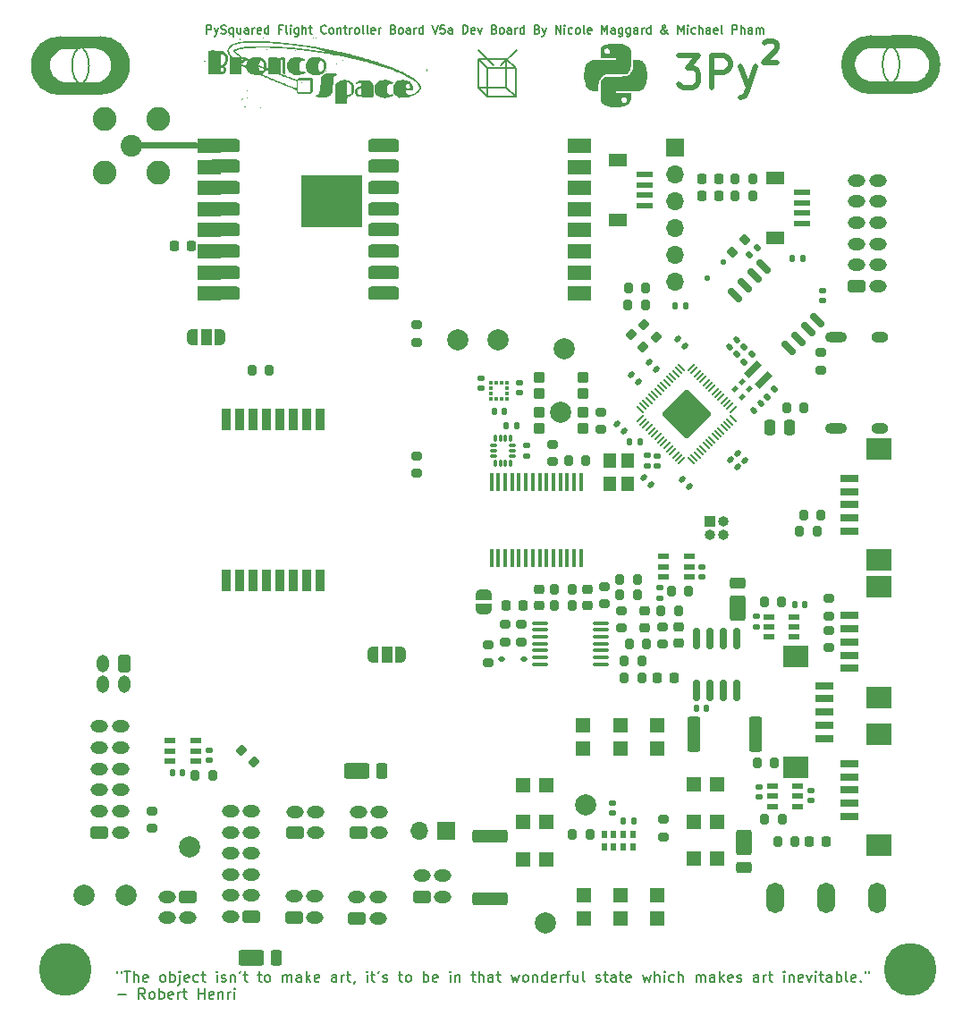
<source format=gbr>
%TF.GenerationSoftware,KiCad,Pcbnew,9.0.0*%
%TF.CreationDate,2025-04-09T19:33:59-07:00*%
%TF.ProjectId,FC_V5a,46435f56-3561-42e6-9b69-6361645f7063,rev?*%
%TF.SameCoordinates,Original*%
%TF.FileFunction,Soldermask,Top*%
%TF.FilePolarity,Negative*%
%FSLAX46Y46*%
G04 Gerber Fmt 4.6, Leading zero omitted, Abs format (unit mm)*
G04 Created by KiCad (PCBNEW 9.0.0) date 2025-04-09 19:33:59*
%MOMM*%
%LPD*%
G01*
G04 APERTURE LIST*
G04 Aperture macros list*
%AMRoundRect*
0 Rectangle with rounded corners*
0 $1 Rounding radius*
0 $2 $3 $4 $5 $6 $7 $8 $9 X,Y pos of 4 corners*
0 Add a 4 corners polygon primitive as box body*
4,1,4,$2,$3,$4,$5,$6,$7,$8,$9,$2,$3,0*
0 Add four circle primitives for the rounded corners*
1,1,$1+$1,$2,$3*
1,1,$1+$1,$4,$5*
1,1,$1+$1,$6,$7*
1,1,$1+$1,$8,$9*
0 Add four rect primitives between the rounded corners*
20,1,$1+$1,$2,$3,$4,$5,0*
20,1,$1+$1,$4,$5,$6,$7,0*
20,1,$1+$1,$6,$7,$8,$9,0*
20,1,$1+$1,$8,$9,$2,$3,0*%
%AMRotRect*
0 Rectangle, with rotation*
0 The origin of the aperture is its center*
0 $1 length*
0 $2 width*
0 $3 Rotation angle, in degrees counterclockwise*
0 Add horizontal line*
21,1,$1,$2,0,0,$3*%
%AMFreePoly0*
4,1,23,0.550000,-0.750000,0.000000,-0.750000,0.000000,-0.745722,-0.065263,-0.745722,-0.191342,-0.711940,-0.304381,-0.646677,-0.396677,-0.554381,-0.461940,-0.441342,-0.495722,-0.315263,-0.495722,-0.250000,-0.500000,-0.250000,-0.500000,0.250000,-0.495722,0.250000,-0.495722,0.315263,-0.461940,0.441342,-0.396677,0.554381,-0.304381,0.646677,-0.191342,0.711940,-0.065263,0.745722,0.000000,0.745722,
0.000000,0.750000,0.550000,0.750000,0.550000,-0.750000,0.550000,-0.750000,$1*%
%AMFreePoly1*
4,1,23,0.000000,0.745722,0.065263,0.745722,0.191342,0.711940,0.304381,0.646677,0.396677,0.554381,0.461940,0.441342,0.495722,0.315263,0.495722,0.250000,0.500000,0.250000,0.500000,-0.250000,0.495722,-0.250000,0.495722,-0.315263,0.461940,-0.441342,0.396677,-0.554381,0.304381,-0.646677,0.191342,-0.711940,0.065263,-0.745722,0.000000,-0.745722,0.000000,-0.750000,-0.550000,-0.750000,
-0.550000,0.750000,0.000000,0.750000,0.000000,0.745722,0.000000,0.745722,$1*%
%AMFreePoly2*
4,1,23,0.500000,-0.750000,0.000000,-0.750000,0.000000,-0.745722,-0.065263,-0.745722,-0.191342,-0.711940,-0.304381,-0.646677,-0.396677,-0.554381,-0.461940,-0.441342,-0.495722,-0.315263,-0.495722,-0.250000,-0.500000,-0.250000,-0.500000,0.250000,-0.495722,0.250000,-0.495722,0.315263,-0.461940,0.441342,-0.396677,0.554381,-0.304381,0.646677,-0.191342,0.711940,-0.065263,0.745722,0.000000,0.745722,
0.000000,0.750000,0.500000,0.750000,0.500000,-0.750000,0.500000,-0.750000,$1*%
%AMFreePoly3*
4,1,23,0.000000,0.745722,0.065263,0.745722,0.191342,0.711940,0.304381,0.646677,0.396677,0.554381,0.461940,0.441342,0.495722,0.315263,0.495722,0.250000,0.500000,0.250000,0.500000,-0.250000,0.495722,-0.250000,0.495722,-0.315263,0.461940,-0.441342,0.396677,-0.554381,0.304381,-0.646677,0.191342,-0.711940,0.065263,-0.745722,0.000000,-0.745722,0.000000,-0.750000,-0.500000,-0.750000,
-0.500000,0.750000,0.000000,0.750000,0.000000,0.745722,0.000000,0.745722,$1*%
%AMFreePoly4*
4,1,18,-0.437500,0.050000,-0.433694,0.069134,-0.422856,0.085355,-0.406634,0.096194,-0.387500,0.100000,0.387500,0.100000,0.437500,0.050000,0.437500,-0.050000,0.433694,-0.069134,0.422856,-0.085355,0.406634,-0.096194,0.387500,-0.100000,-0.387500,-0.100000,-0.406634,-0.096194,-0.422856,-0.085355,-0.433694,-0.069134,-0.437500,-0.050000,-0.437500,0.050000,-0.437500,0.050000,$1*%
%AMFreePoly5*
4,1,18,-0.437500,0.050000,-0.433694,0.069134,-0.422856,0.085355,-0.406634,0.096194,-0.387500,0.100000,0.387500,0.100000,0.406634,0.096194,0.422856,0.085355,0.433694,0.069134,0.437500,0.050000,0.437500,-0.050000,0.387500,-0.100000,-0.387500,-0.100000,-0.406634,-0.096194,-0.422856,-0.085355,-0.433694,-0.069134,-0.437500,-0.050000,-0.437500,0.050000,-0.437500,0.050000,$1*%
%AMFreePoly6*
4,1,18,-0.100000,0.387500,-0.050000,0.437500,0.050000,0.437500,0.069134,0.433694,0.085355,0.422856,0.096194,0.406634,0.100000,0.387500,0.100000,-0.387500,0.096194,-0.406634,0.085355,-0.422856,0.069134,-0.433694,0.050000,-0.437500,-0.050000,-0.437500,-0.069134,-0.433694,-0.085355,-0.422856,-0.096194,-0.406634,-0.100000,-0.387500,-0.100000,0.387500,-0.100000,0.387500,$1*%
%AMFreePoly7*
4,1,18,-0.100000,0.387500,-0.096194,0.406634,-0.085355,0.422856,-0.069134,0.433694,-0.050000,0.437500,0.050000,0.437500,0.100000,0.387500,0.100000,-0.387500,0.096194,-0.406634,0.085355,-0.422856,0.069134,-0.433694,0.050000,-0.437500,-0.050000,-0.437500,-0.069134,-0.433694,-0.085355,-0.422856,-0.096194,-0.406634,-0.100000,-0.387500,-0.100000,0.387500,-0.100000,0.387500,$1*%
%AMFreePoly8*
4,1,18,-0.437500,0.050000,-0.433694,0.069134,-0.422856,0.085355,-0.406634,0.096194,-0.387500,0.100000,0.387500,0.100000,0.406634,0.096194,0.422856,0.085355,0.433694,0.069134,0.437500,0.050000,0.437500,-0.050000,0.433694,-0.069134,0.422856,-0.085355,0.406634,-0.096194,0.387500,-0.100000,-0.387500,-0.100000,-0.437500,-0.050000,-0.437500,0.050000,-0.437500,0.050000,$1*%
%AMFreePoly9*
4,1,18,-0.437500,0.050000,-0.387500,0.100000,0.387500,0.100000,0.406634,0.096194,0.422856,0.085355,0.433694,0.069134,0.437500,0.050000,0.437500,-0.050000,0.433694,-0.069134,0.422856,-0.085355,0.406634,-0.096194,0.387500,-0.100000,-0.387500,-0.100000,-0.406634,-0.096194,-0.422856,-0.085355,-0.433694,-0.069134,-0.437500,-0.050000,-0.437500,0.050000,-0.437500,0.050000,$1*%
%AMFreePoly10*
4,1,18,-0.100000,0.387500,-0.096194,0.406634,-0.085355,0.422856,-0.069134,0.433694,-0.050000,0.437500,0.050000,0.437500,0.069134,0.433694,0.085355,0.422856,0.096194,0.406634,0.100000,0.387500,0.100000,-0.387500,0.050000,-0.437500,-0.050000,-0.437500,-0.069134,-0.433694,-0.085355,-0.422856,-0.096194,-0.406634,-0.100000,-0.387500,-0.100000,0.387500,-0.100000,0.387500,$1*%
%AMFreePoly11*
4,1,18,-0.100000,0.387500,-0.096194,0.406634,-0.085355,0.422856,-0.069134,0.433694,-0.050000,0.437500,0.050000,0.437500,0.069134,0.433694,0.085355,0.422856,0.096194,0.406634,0.100000,0.387500,0.100000,-0.387500,0.096194,-0.406634,0.085355,-0.422856,0.069134,-0.433694,0.050000,-0.437500,-0.050000,-0.437500,-0.100000,-0.387500,-0.100000,0.387500,-0.100000,0.387500,$1*%
G04 Aperture macros list end*
%ADD10C,0.200000*%
%ADD11C,0.150000*%
%ADD12C,0.500000*%
%ADD13C,0.000000*%
%ADD14R,1.000000X0.550000*%
%ADD15RoundRect,0.162500X-0.574524X0.344715X0.344715X-0.574524X0.574524X-0.344715X-0.344715X0.574524X0*%
%ADD16RoundRect,0.135000X0.035355X-0.226274X0.226274X-0.035355X-0.035355X0.226274X-0.226274X0.035355X0*%
%ADD17RoundRect,0.135000X-0.035355X0.226274X-0.226274X0.035355X0.035355X-0.226274X0.226274X-0.035355X0*%
%ADD18C,2.000000*%
%ADD19C,2.050000*%
%ADD20C,2.250000*%
%ADD21RoundRect,0.200000X0.200000X0.275000X-0.200000X0.275000X-0.200000X-0.275000X0.200000X-0.275000X0*%
%ADD22R,1.700000X1.700000*%
%ADD23O,1.700000X1.700000*%
%ADD24RoundRect,0.135000X-0.185000X0.135000X-0.185000X-0.135000X0.185000X-0.135000X0.185000X0.135000X0*%
%ADD25C,5.000000*%
%ADD26RoundRect,0.140000X0.140000X0.170000X-0.140000X0.170000X-0.140000X-0.170000X0.140000X-0.170000X0*%
%ADD27RoundRect,0.140000X-0.140000X-0.170000X0.140000X-0.170000X0.140000X0.170000X-0.140000X0.170000X0*%
%ADD28R,1.800000X0.730000*%
%ADD29R,1.800000X0.700000*%
%ADD30R,2.400000X2.000000*%
%ADD31R,1.400000X1.400000*%
%ADD32RoundRect,0.200000X-0.200000X-0.275000X0.200000X-0.275000X0.200000X0.275000X-0.200000X0.275000X0*%
%ADD33RoundRect,0.218750X0.218750X0.256250X-0.218750X0.256250X-0.218750X-0.256250X0.218750X-0.256250X0*%
%ADD34RoundRect,0.250000X0.575000X-0.350000X0.575000X0.350000X-0.575000X0.350000X-0.575000X-0.350000X0*%
%ADD35O,1.650000X1.200000*%
%ADD36RoundRect,0.140000X0.170000X-0.140000X0.170000X0.140000X-0.170000X0.140000X-0.170000X-0.140000X0*%
%ADD37RoundRect,0.050800X-0.450000X-0.450000X0.450000X-0.450000X0.450000X0.450000X-0.450000X0.450000X0*%
%ADD38FreePoly0,180.000000*%
%ADD39R,1.000000X1.500000*%
%ADD40FreePoly1,180.000000*%
%ADD41RoundRect,0.140000X-0.170000X0.140000X-0.170000X-0.140000X0.170000X-0.140000X0.170000X0.140000X0*%
%ADD42RoundRect,0.225000X-0.225000X-0.250000X0.225000X-0.250000X0.225000X0.250000X-0.225000X0.250000X0*%
%ADD43RoundRect,0.140000X0.219203X0.021213X0.021213X0.219203X-0.219203X-0.021213X-0.021213X-0.219203X0*%
%ADD44RoundRect,0.200000X-0.275000X0.200000X-0.275000X-0.200000X0.275000X-0.200000X0.275000X0.200000X0*%
%ADD45RoundRect,0.218750X0.256250X-0.218750X0.256250X0.218750X-0.256250X0.218750X-0.256250X-0.218750X0*%
%ADD46RotRect,0.700000X1.700000X315.000000*%
%ADD47RoundRect,0.250000X0.950000X0.500000X-0.950000X0.500000X-0.950000X-0.500000X0.950000X-0.500000X0*%
%ADD48RoundRect,0.250000X0.275000X0.500000X-0.275000X0.500000X-0.275000X-0.500000X0.275000X-0.500000X0*%
%ADD49FreePoly2,90.000000*%
%ADD50FreePoly3,90.000000*%
%ADD51RoundRect,0.200000X0.275000X-0.200000X0.275000X0.200000X-0.275000X0.200000X-0.275000X-0.200000X0*%
%ADD52RoundRect,0.225000X-0.250000X0.225000X-0.250000X-0.225000X0.250000X-0.225000X0.250000X0.225000X0*%
%ADD53RoundRect,0.135000X-0.135000X-0.185000X0.135000X-0.185000X0.135000X0.185000X-0.135000X0.185000X0*%
%ADD54RoundRect,0.250000X-0.250000X-0.475000X0.250000X-0.475000X0.250000X0.475000X-0.250000X0.475000X0*%
%ADD55RoundRect,0.100000X0.637500X0.100000X-0.637500X0.100000X-0.637500X-0.100000X0.637500X-0.100000X0*%
%ADD56RoundRect,0.063500X1.000000X0.650000X-1.000000X0.650000X-1.000000X-0.650000X1.000000X-0.650000X0*%
%ADD57RoundRect,0.063500X2.849999X2.400000X-2.849999X2.400000X-2.849999X-2.400000X2.849999X-2.400000X0*%
%ADD58R,1.550000X0.600000*%
%ADD59R,1.800000X1.200000*%
%ADD60RoundRect,0.140000X0.021213X-0.219203X0.219203X-0.021213X-0.021213X0.219203X-0.219203X0.021213X0*%
%ADD61RoundRect,0.250000X-0.575000X0.350000X-0.575000X-0.350000X0.575000X-0.350000X0.575000X0.350000X0*%
%ADD62RoundRect,0.200000X0.335876X0.053033X0.053033X0.335876X-0.335876X-0.053033X-0.053033X-0.335876X0*%
%ADD63RoundRect,0.087500X0.087500X-0.225000X0.087500X0.225000X-0.087500X0.225000X-0.087500X-0.225000X0*%
%ADD64RoundRect,0.087500X0.225000X-0.087500X0.225000X0.087500X-0.225000X0.087500X-0.225000X-0.087500X0*%
%ADD65RotRect,0.470000X0.530000X315.000000*%
%ADD66FreePoly0,0.000000*%
%ADD67FreePoly1,0.000000*%
%ADD68RoundRect,0.150000X-0.150000X0.825000X-0.150000X-0.825000X0.150000X-0.825000X0.150000X0.825000X0*%
%ADD69RoundRect,0.135000X0.135000X0.185000X-0.135000X0.185000X-0.135000X-0.185000X0.135000X-0.185000X0*%
%ADD70RoundRect,0.140000X-0.219203X-0.021213X-0.021213X-0.219203X0.219203X0.021213X0.021213X0.219203X0*%
%ADD71RoundRect,0.125000X0.000000X-0.176777X0.176777X0.000000X0.000000X0.176777X-0.176777X0.000000X0*%
%ADD72FreePoly4,315.000000*%
%ADD73RoundRect,0.050000X-0.309359X0.238649X0.238649X-0.309359X0.309359X-0.238649X-0.238649X0.309359X0*%
%ADD74FreePoly5,315.000000*%
%ADD75FreePoly6,315.000000*%
%ADD76RoundRect,0.050000X-0.309359X-0.238649X-0.238649X-0.309359X0.309359X0.238649X0.238649X0.309359X0*%
%ADD77FreePoly7,315.000000*%
%ADD78FreePoly8,315.000000*%
%ADD79FreePoly9,315.000000*%
%ADD80FreePoly10,315.000000*%
%ADD81FreePoly11,315.000000*%
%ADD82RoundRect,0.153000X0.000000X-2.187788X2.187788X0.000000X0.000000X2.187788X-2.187788X0.000000X0*%
%ADD83R,0.900000X2.000000*%
%ADD84RoundRect,0.250000X-0.500000X0.950000X-0.500000X-0.950000X0.500000X-0.950000X0.500000X0.950000X0*%
%ADD85RoundRect,0.250000X-0.500000X0.275000X-0.500000X-0.275000X0.500000X-0.275000X0.500000X0.275000X0*%
%ADD86RoundRect,0.225000X0.225000X0.250000X-0.225000X0.250000X-0.225000X-0.250000X0.225000X-0.250000X0*%
%ADD87RoundRect,0.317500X1.157500X0.317500X-1.157500X0.317500X-1.157500X-0.317500X1.157500X-0.317500X0*%
%ADD88RoundRect,0.250000X0.500000X-0.950000X0.500000X0.950000X-0.500000X0.950000X-0.500000X-0.950000X0*%
%ADD89RoundRect,0.250000X0.500000X-0.275000X0.500000X0.275000X-0.500000X0.275000X-0.500000X-0.275000X0*%
%ADD90RoundRect,0.250000X-0.362500X-1.425000X0.362500X-1.425000X0.362500X1.425000X-0.362500X1.425000X0*%
%ADD91R,0.375000X0.350000*%
%ADD92R,0.350000X0.375000*%
%ADD93R,1.000000X1.000000*%
%ADD94O,1.000000X1.000000*%
%ADD95RoundRect,0.112500X0.187500X0.112500X-0.187500X0.112500X-0.187500X-0.112500X0.187500X-0.112500X0*%
%ADD96O,1.700000X2.900000*%
%ADD97RoundRect,0.140000X-0.021213X0.219203X-0.219203X0.021213X0.021213X-0.219203X0.219203X-0.021213X0*%
%ADD98R,0.500000X0.800000*%
%ADD99R,1.200000X1.400000*%
%ADD100RoundRect,0.200000X-0.053033X0.335876X-0.335876X0.053033X0.053033X-0.335876X0.335876X-0.053033X0*%
%ADD101RoundRect,0.250000X-1.425000X0.362500X-1.425000X-0.362500X1.425000X-0.362500X1.425000X0.362500X0*%
%ADD102R,0.450000X1.750000*%
%ADD103RoundRect,0.250000X0.350000X0.575000X-0.350000X0.575000X-0.350000X-0.575000X0.350000X-0.575000X0*%
%ADD104O,1.200000X1.650000*%
%ADD105O,1.600000X1.000000*%
%ADD106O,2.100000X1.000000*%
G04 APERTURE END LIST*
D10*
X187840000Y-52410000D02*
X186360000Y-50930000D01*
D11*
X153291978Y-52405459D02*
G75*
G02*
X147907162Y-52405459I-2692408J0D01*
G01*
X147907162Y-52405459D02*
G75*
G02*
X153291978Y-52405459I2692408J0D01*
G01*
D10*
X189040000Y-51820000D02*
X186340000Y-51820000D01*
X186340000Y-51820000D02*
X187190000Y-52670000D01*
X186340000Y-54520000D02*
X189040000Y-54520000D01*
X189040000Y-54520000D02*
X189040000Y-51820000D01*
D11*
X146799570Y-55127504D02*
X150599570Y-55134011D01*
D10*
X189040000Y-54520000D02*
X189890000Y-55370000D01*
X186340000Y-54520000D02*
X186340000Y-51820000D01*
D11*
X223543845Y-55035798D02*
X227343845Y-55042305D01*
X149506967Y-52430757D02*
G75*
G02*
X144092173Y-52430757I-2707397J0D01*
G01*
X144092173Y-52430757D02*
G75*
G02*
X149506967Y-52430757I2707397J0D01*
G01*
X230036253Y-52313753D02*
G75*
G02*
X224651437Y-52313753I-2692408J0D01*
G01*
X224651437Y-52313753D02*
G75*
G02*
X230036253Y-52313753I2692408J0D01*
G01*
X227393845Y-49635798D02*
X223593845Y-49642305D01*
X150649570Y-49727504D02*
X146849570Y-49734011D01*
D10*
X189890000Y-55370000D02*
X189890000Y-52670000D01*
X189040000Y-51820000D02*
X189890000Y-52670000D01*
X187190000Y-52670000D02*
X187190000Y-55370000D01*
X187190000Y-55370000D02*
X186340000Y-54520000D01*
X189890000Y-52670000D02*
X187190000Y-52670000D01*
X187190000Y-55370000D02*
X189890000Y-55370000D01*
X188520000Y-52390000D02*
X189990000Y-50920000D01*
D11*
X226251242Y-52339051D02*
G75*
G02*
X220836448Y-52339051I-2707397J0D01*
G01*
X220836448Y-52339051D02*
G75*
G02*
X226251242Y-52339051I2707397J0D01*
G01*
D12*
X213498571Y-50289714D02*
X213593809Y-50194476D01*
X213593809Y-50194476D02*
X213784285Y-50099238D01*
X213784285Y-50099238D02*
X214260476Y-50099238D01*
X214260476Y-50099238D02*
X214450952Y-50194476D01*
X214450952Y-50194476D02*
X214546190Y-50289714D01*
X214546190Y-50289714D02*
X214641428Y-50480190D01*
X214641428Y-50480190D02*
X214641428Y-50670666D01*
X214641428Y-50670666D02*
X214546190Y-50956380D01*
X214546190Y-50956380D02*
X213403333Y-52099238D01*
X213403333Y-52099238D02*
X214641428Y-52099238D01*
X205367143Y-51481857D02*
X207224286Y-51481857D01*
X207224286Y-51481857D02*
X206224286Y-52624714D01*
X206224286Y-52624714D02*
X206652857Y-52624714D01*
X206652857Y-52624714D02*
X206938572Y-52767571D01*
X206938572Y-52767571D02*
X207081429Y-52910428D01*
X207081429Y-52910428D02*
X207224286Y-53196142D01*
X207224286Y-53196142D02*
X207224286Y-53910428D01*
X207224286Y-53910428D02*
X207081429Y-54196142D01*
X207081429Y-54196142D02*
X206938572Y-54339000D01*
X206938572Y-54339000D02*
X206652857Y-54481857D01*
X206652857Y-54481857D02*
X205795714Y-54481857D01*
X205795714Y-54481857D02*
X205510000Y-54339000D01*
X205510000Y-54339000D02*
X205367143Y-54196142D01*
X208510000Y-54481857D02*
X208510000Y-51481857D01*
X208510000Y-51481857D02*
X209652857Y-51481857D01*
X209652857Y-51481857D02*
X209938572Y-51624714D01*
X209938572Y-51624714D02*
X210081429Y-51767571D01*
X210081429Y-51767571D02*
X210224286Y-52053285D01*
X210224286Y-52053285D02*
X210224286Y-52481857D01*
X210224286Y-52481857D02*
X210081429Y-52767571D01*
X210081429Y-52767571D02*
X209938572Y-52910428D01*
X209938572Y-52910428D02*
X209652857Y-53053285D01*
X209652857Y-53053285D02*
X208510000Y-53053285D01*
X211224286Y-52481857D02*
X211938572Y-54481857D01*
X212652857Y-52481857D02*
X211938572Y-54481857D01*
X211938572Y-54481857D02*
X211652857Y-55196142D01*
X211652857Y-55196142D02*
X211510000Y-55339000D01*
X211510000Y-55339000D02*
X211224286Y-55481857D01*
D11*
X152189160Y-138159875D02*
X152189160Y-138350351D01*
X152570112Y-138159875D02*
X152570112Y-138350351D01*
X152855827Y-138159875D02*
X153427255Y-138159875D01*
X153141541Y-139159875D02*
X153141541Y-138159875D01*
X153760589Y-139159875D02*
X153760589Y-138159875D01*
X154189160Y-139159875D02*
X154189160Y-138636065D01*
X154189160Y-138636065D02*
X154141541Y-138540827D01*
X154141541Y-138540827D02*
X154046303Y-138493208D01*
X154046303Y-138493208D02*
X153903446Y-138493208D01*
X153903446Y-138493208D02*
X153808208Y-138540827D01*
X153808208Y-138540827D02*
X153760589Y-138588446D01*
X155046303Y-139112256D02*
X154951065Y-139159875D01*
X154951065Y-139159875D02*
X154760589Y-139159875D01*
X154760589Y-139159875D02*
X154665351Y-139112256D01*
X154665351Y-139112256D02*
X154617732Y-139017017D01*
X154617732Y-139017017D02*
X154617732Y-138636065D01*
X154617732Y-138636065D02*
X154665351Y-138540827D01*
X154665351Y-138540827D02*
X154760589Y-138493208D01*
X154760589Y-138493208D02*
X154951065Y-138493208D01*
X154951065Y-138493208D02*
X155046303Y-138540827D01*
X155046303Y-138540827D02*
X155093922Y-138636065D01*
X155093922Y-138636065D02*
X155093922Y-138731303D01*
X155093922Y-138731303D02*
X154617732Y-138826541D01*
X156427256Y-139159875D02*
X156332018Y-139112256D01*
X156332018Y-139112256D02*
X156284399Y-139064636D01*
X156284399Y-139064636D02*
X156236780Y-138969398D01*
X156236780Y-138969398D02*
X156236780Y-138683684D01*
X156236780Y-138683684D02*
X156284399Y-138588446D01*
X156284399Y-138588446D02*
X156332018Y-138540827D01*
X156332018Y-138540827D02*
X156427256Y-138493208D01*
X156427256Y-138493208D02*
X156570113Y-138493208D01*
X156570113Y-138493208D02*
X156665351Y-138540827D01*
X156665351Y-138540827D02*
X156712970Y-138588446D01*
X156712970Y-138588446D02*
X156760589Y-138683684D01*
X156760589Y-138683684D02*
X156760589Y-138969398D01*
X156760589Y-138969398D02*
X156712970Y-139064636D01*
X156712970Y-139064636D02*
X156665351Y-139112256D01*
X156665351Y-139112256D02*
X156570113Y-139159875D01*
X156570113Y-139159875D02*
X156427256Y-139159875D01*
X157189161Y-139159875D02*
X157189161Y-138159875D01*
X157189161Y-138540827D02*
X157284399Y-138493208D01*
X157284399Y-138493208D02*
X157474875Y-138493208D01*
X157474875Y-138493208D02*
X157570113Y-138540827D01*
X157570113Y-138540827D02*
X157617732Y-138588446D01*
X157617732Y-138588446D02*
X157665351Y-138683684D01*
X157665351Y-138683684D02*
X157665351Y-138969398D01*
X157665351Y-138969398D02*
X157617732Y-139064636D01*
X157617732Y-139064636D02*
X157570113Y-139112256D01*
X157570113Y-139112256D02*
X157474875Y-139159875D01*
X157474875Y-139159875D02*
X157284399Y-139159875D01*
X157284399Y-139159875D02*
X157189161Y-139112256D01*
X158093923Y-138493208D02*
X158093923Y-139350351D01*
X158093923Y-139350351D02*
X158046304Y-139445589D01*
X158046304Y-139445589D02*
X157951066Y-139493208D01*
X157951066Y-139493208D02*
X157903447Y-139493208D01*
X158093923Y-138159875D02*
X158046304Y-138207494D01*
X158046304Y-138207494D02*
X158093923Y-138255113D01*
X158093923Y-138255113D02*
X158141542Y-138207494D01*
X158141542Y-138207494D02*
X158093923Y-138159875D01*
X158093923Y-138159875D02*
X158093923Y-138255113D01*
X158951065Y-139112256D02*
X158855827Y-139159875D01*
X158855827Y-139159875D02*
X158665351Y-139159875D01*
X158665351Y-139159875D02*
X158570113Y-139112256D01*
X158570113Y-139112256D02*
X158522494Y-139017017D01*
X158522494Y-139017017D02*
X158522494Y-138636065D01*
X158522494Y-138636065D02*
X158570113Y-138540827D01*
X158570113Y-138540827D02*
X158665351Y-138493208D01*
X158665351Y-138493208D02*
X158855827Y-138493208D01*
X158855827Y-138493208D02*
X158951065Y-138540827D01*
X158951065Y-138540827D02*
X158998684Y-138636065D01*
X158998684Y-138636065D02*
X158998684Y-138731303D01*
X158998684Y-138731303D02*
X158522494Y-138826541D01*
X159855827Y-139112256D02*
X159760589Y-139159875D01*
X159760589Y-139159875D02*
X159570113Y-139159875D01*
X159570113Y-139159875D02*
X159474875Y-139112256D01*
X159474875Y-139112256D02*
X159427256Y-139064636D01*
X159427256Y-139064636D02*
X159379637Y-138969398D01*
X159379637Y-138969398D02*
X159379637Y-138683684D01*
X159379637Y-138683684D02*
X159427256Y-138588446D01*
X159427256Y-138588446D02*
X159474875Y-138540827D01*
X159474875Y-138540827D02*
X159570113Y-138493208D01*
X159570113Y-138493208D02*
X159760589Y-138493208D01*
X159760589Y-138493208D02*
X159855827Y-138540827D01*
X160141542Y-138493208D02*
X160522494Y-138493208D01*
X160284399Y-138159875D02*
X160284399Y-139017017D01*
X160284399Y-139017017D02*
X160332018Y-139112256D01*
X160332018Y-139112256D02*
X160427256Y-139159875D01*
X160427256Y-139159875D02*
X160522494Y-139159875D01*
X161617733Y-139159875D02*
X161617733Y-138493208D01*
X161617733Y-138159875D02*
X161570114Y-138207494D01*
X161570114Y-138207494D02*
X161617733Y-138255113D01*
X161617733Y-138255113D02*
X161665352Y-138207494D01*
X161665352Y-138207494D02*
X161617733Y-138159875D01*
X161617733Y-138159875D02*
X161617733Y-138255113D01*
X162046304Y-139112256D02*
X162141542Y-139159875D01*
X162141542Y-139159875D02*
X162332018Y-139159875D01*
X162332018Y-139159875D02*
X162427256Y-139112256D01*
X162427256Y-139112256D02*
X162474875Y-139017017D01*
X162474875Y-139017017D02*
X162474875Y-138969398D01*
X162474875Y-138969398D02*
X162427256Y-138874160D01*
X162427256Y-138874160D02*
X162332018Y-138826541D01*
X162332018Y-138826541D02*
X162189161Y-138826541D01*
X162189161Y-138826541D02*
X162093923Y-138778922D01*
X162093923Y-138778922D02*
X162046304Y-138683684D01*
X162046304Y-138683684D02*
X162046304Y-138636065D01*
X162046304Y-138636065D02*
X162093923Y-138540827D01*
X162093923Y-138540827D02*
X162189161Y-138493208D01*
X162189161Y-138493208D02*
X162332018Y-138493208D01*
X162332018Y-138493208D02*
X162427256Y-138540827D01*
X162903447Y-138493208D02*
X162903447Y-139159875D01*
X162903447Y-138588446D02*
X162951066Y-138540827D01*
X162951066Y-138540827D02*
X163046304Y-138493208D01*
X163046304Y-138493208D02*
X163189161Y-138493208D01*
X163189161Y-138493208D02*
X163284399Y-138540827D01*
X163284399Y-138540827D02*
X163332018Y-138636065D01*
X163332018Y-138636065D02*
X163332018Y-139159875D01*
X163855828Y-138159875D02*
X163760590Y-138350351D01*
X164141542Y-138493208D02*
X164522494Y-138493208D01*
X164284399Y-138159875D02*
X164284399Y-139017017D01*
X164284399Y-139017017D02*
X164332018Y-139112256D01*
X164332018Y-139112256D02*
X164427256Y-139159875D01*
X164427256Y-139159875D02*
X164522494Y-139159875D01*
X165474876Y-138493208D02*
X165855828Y-138493208D01*
X165617733Y-138159875D02*
X165617733Y-139017017D01*
X165617733Y-139017017D02*
X165665352Y-139112256D01*
X165665352Y-139112256D02*
X165760590Y-139159875D01*
X165760590Y-139159875D02*
X165855828Y-139159875D01*
X166332019Y-139159875D02*
X166236781Y-139112256D01*
X166236781Y-139112256D02*
X166189162Y-139064636D01*
X166189162Y-139064636D02*
X166141543Y-138969398D01*
X166141543Y-138969398D02*
X166141543Y-138683684D01*
X166141543Y-138683684D02*
X166189162Y-138588446D01*
X166189162Y-138588446D02*
X166236781Y-138540827D01*
X166236781Y-138540827D02*
X166332019Y-138493208D01*
X166332019Y-138493208D02*
X166474876Y-138493208D01*
X166474876Y-138493208D02*
X166570114Y-138540827D01*
X166570114Y-138540827D02*
X166617733Y-138588446D01*
X166617733Y-138588446D02*
X166665352Y-138683684D01*
X166665352Y-138683684D02*
X166665352Y-138969398D01*
X166665352Y-138969398D02*
X166617733Y-139064636D01*
X166617733Y-139064636D02*
X166570114Y-139112256D01*
X166570114Y-139112256D02*
X166474876Y-139159875D01*
X166474876Y-139159875D02*
X166332019Y-139159875D01*
X167855829Y-139159875D02*
X167855829Y-138493208D01*
X167855829Y-138588446D02*
X167903448Y-138540827D01*
X167903448Y-138540827D02*
X167998686Y-138493208D01*
X167998686Y-138493208D02*
X168141543Y-138493208D01*
X168141543Y-138493208D02*
X168236781Y-138540827D01*
X168236781Y-138540827D02*
X168284400Y-138636065D01*
X168284400Y-138636065D02*
X168284400Y-139159875D01*
X168284400Y-138636065D02*
X168332019Y-138540827D01*
X168332019Y-138540827D02*
X168427257Y-138493208D01*
X168427257Y-138493208D02*
X168570114Y-138493208D01*
X168570114Y-138493208D02*
X168665353Y-138540827D01*
X168665353Y-138540827D02*
X168712972Y-138636065D01*
X168712972Y-138636065D02*
X168712972Y-139159875D01*
X169617733Y-139159875D02*
X169617733Y-138636065D01*
X169617733Y-138636065D02*
X169570114Y-138540827D01*
X169570114Y-138540827D02*
X169474876Y-138493208D01*
X169474876Y-138493208D02*
X169284400Y-138493208D01*
X169284400Y-138493208D02*
X169189162Y-138540827D01*
X169617733Y-139112256D02*
X169522495Y-139159875D01*
X169522495Y-139159875D02*
X169284400Y-139159875D01*
X169284400Y-139159875D02*
X169189162Y-139112256D01*
X169189162Y-139112256D02*
X169141543Y-139017017D01*
X169141543Y-139017017D02*
X169141543Y-138921779D01*
X169141543Y-138921779D02*
X169189162Y-138826541D01*
X169189162Y-138826541D02*
X169284400Y-138778922D01*
X169284400Y-138778922D02*
X169522495Y-138778922D01*
X169522495Y-138778922D02*
X169617733Y-138731303D01*
X170093924Y-139159875D02*
X170093924Y-138159875D01*
X170189162Y-138778922D02*
X170474876Y-139159875D01*
X170474876Y-138493208D02*
X170093924Y-138874160D01*
X171284400Y-139112256D02*
X171189162Y-139159875D01*
X171189162Y-139159875D02*
X170998686Y-139159875D01*
X170998686Y-139159875D02*
X170903448Y-139112256D01*
X170903448Y-139112256D02*
X170855829Y-139017017D01*
X170855829Y-139017017D02*
X170855829Y-138636065D01*
X170855829Y-138636065D02*
X170903448Y-138540827D01*
X170903448Y-138540827D02*
X170998686Y-138493208D01*
X170998686Y-138493208D02*
X171189162Y-138493208D01*
X171189162Y-138493208D02*
X171284400Y-138540827D01*
X171284400Y-138540827D02*
X171332019Y-138636065D01*
X171332019Y-138636065D02*
X171332019Y-138731303D01*
X171332019Y-138731303D02*
X170855829Y-138826541D01*
X172951067Y-139159875D02*
X172951067Y-138636065D01*
X172951067Y-138636065D02*
X172903448Y-138540827D01*
X172903448Y-138540827D02*
X172808210Y-138493208D01*
X172808210Y-138493208D02*
X172617734Y-138493208D01*
X172617734Y-138493208D02*
X172522496Y-138540827D01*
X172951067Y-139112256D02*
X172855829Y-139159875D01*
X172855829Y-139159875D02*
X172617734Y-139159875D01*
X172617734Y-139159875D02*
X172522496Y-139112256D01*
X172522496Y-139112256D02*
X172474877Y-139017017D01*
X172474877Y-139017017D02*
X172474877Y-138921779D01*
X172474877Y-138921779D02*
X172522496Y-138826541D01*
X172522496Y-138826541D02*
X172617734Y-138778922D01*
X172617734Y-138778922D02*
X172855829Y-138778922D01*
X172855829Y-138778922D02*
X172951067Y-138731303D01*
X173427258Y-139159875D02*
X173427258Y-138493208D01*
X173427258Y-138683684D02*
X173474877Y-138588446D01*
X173474877Y-138588446D02*
X173522496Y-138540827D01*
X173522496Y-138540827D02*
X173617734Y-138493208D01*
X173617734Y-138493208D02*
X173712972Y-138493208D01*
X173903449Y-138493208D02*
X174284401Y-138493208D01*
X174046306Y-138159875D02*
X174046306Y-139017017D01*
X174046306Y-139017017D02*
X174093925Y-139112256D01*
X174093925Y-139112256D02*
X174189163Y-139159875D01*
X174189163Y-139159875D02*
X174284401Y-139159875D01*
X174665354Y-139112256D02*
X174665354Y-139159875D01*
X174665354Y-139159875D02*
X174617735Y-139255113D01*
X174617735Y-139255113D02*
X174570116Y-139302732D01*
X175855830Y-139159875D02*
X175855830Y-138493208D01*
X175855830Y-138159875D02*
X175808211Y-138207494D01*
X175808211Y-138207494D02*
X175855830Y-138255113D01*
X175855830Y-138255113D02*
X175903449Y-138207494D01*
X175903449Y-138207494D02*
X175855830Y-138159875D01*
X175855830Y-138159875D02*
X175855830Y-138255113D01*
X176189163Y-138493208D02*
X176570115Y-138493208D01*
X176332020Y-138159875D02*
X176332020Y-139017017D01*
X176332020Y-139017017D02*
X176379639Y-139112256D01*
X176379639Y-139112256D02*
X176474877Y-139159875D01*
X176474877Y-139159875D02*
X176570115Y-139159875D01*
X176951068Y-138159875D02*
X176855830Y-138350351D01*
X177332020Y-139112256D02*
X177427258Y-139159875D01*
X177427258Y-139159875D02*
X177617734Y-139159875D01*
X177617734Y-139159875D02*
X177712972Y-139112256D01*
X177712972Y-139112256D02*
X177760591Y-139017017D01*
X177760591Y-139017017D02*
X177760591Y-138969398D01*
X177760591Y-138969398D02*
X177712972Y-138874160D01*
X177712972Y-138874160D02*
X177617734Y-138826541D01*
X177617734Y-138826541D02*
X177474877Y-138826541D01*
X177474877Y-138826541D02*
X177379639Y-138778922D01*
X177379639Y-138778922D02*
X177332020Y-138683684D01*
X177332020Y-138683684D02*
X177332020Y-138636065D01*
X177332020Y-138636065D02*
X177379639Y-138540827D01*
X177379639Y-138540827D02*
X177474877Y-138493208D01*
X177474877Y-138493208D02*
X177617734Y-138493208D01*
X177617734Y-138493208D02*
X177712972Y-138540827D01*
X178808211Y-138493208D02*
X179189163Y-138493208D01*
X178951068Y-138159875D02*
X178951068Y-139017017D01*
X178951068Y-139017017D02*
X178998687Y-139112256D01*
X178998687Y-139112256D02*
X179093925Y-139159875D01*
X179093925Y-139159875D02*
X179189163Y-139159875D01*
X179665354Y-139159875D02*
X179570116Y-139112256D01*
X179570116Y-139112256D02*
X179522497Y-139064636D01*
X179522497Y-139064636D02*
X179474878Y-138969398D01*
X179474878Y-138969398D02*
X179474878Y-138683684D01*
X179474878Y-138683684D02*
X179522497Y-138588446D01*
X179522497Y-138588446D02*
X179570116Y-138540827D01*
X179570116Y-138540827D02*
X179665354Y-138493208D01*
X179665354Y-138493208D02*
X179808211Y-138493208D01*
X179808211Y-138493208D02*
X179903449Y-138540827D01*
X179903449Y-138540827D02*
X179951068Y-138588446D01*
X179951068Y-138588446D02*
X179998687Y-138683684D01*
X179998687Y-138683684D02*
X179998687Y-138969398D01*
X179998687Y-138969398D02*
X179951068Y-139064636D01*
X179951068Y-139064636D02*
X179903449Y-139112256D01*
X179903449Y-139112256D02*
X179808211Y-139159875D01*
X179808211Y-139159875D02*
X179665354Y-139159875D01*
X181189164Y-139159875D02*
X181189164Y-138159875D01*
X181189164Y-138540827D02*
X181284402Y-138493208D01*
X181284402Y-138493208D02*
X181474878Y-138493208D01*
X181474878Y-138493208D02*
X181570116Y-138540827D01*
X181570116Y-138540827D02*
X181617735Y-138588446D01*
X181617735Y-138588446D02*
X181665354Y-138683684D01*
X181665354Y-138683684D02*
X181665354Y-138969398D01*
X181665354Y-138969398D02*
X181617735Y-139064636D01*
X181617735Y-139064636D02*
X181570116Y-139112256D01*
X181570116Y-139112256D02*
X181474878Y-139159875D01*
X181474878Y-139159875D02*
X181284402Y-139159875D01*
X181284402Y-139159875D02*
X181189164Y-139112256D01*
X182474878Y-139112256D02*
X182379640Y-139159875D01*
X182379640Y-139159875D02*
X182189164Y-139159875D01*
X182189164Y-139159875D02*
X182093926Y-139112256D01*
X182093926Y-139112256D02*
X182046307Y-139017017D01*
X182046307Y-139017017D02*
X182046307Y-138636065D01*
X182046307Y-138636065D02*
X182093926Y-138540827D01*
X182093926Y-138540827D02*
X182189164Y-138493208D01*
X182189164Y-138493208D02*
X182379640Y-138493208D01*
X182379640Y-138493208D02*
X182474878Y-138540827D01*
X182474878Y-138540827D02*
X182522497Y-138636065D01*
X182522497Y-138636065D02*
X182522497Y-138731303D01*
X182522497Y-138731303D02*
X182046307Y-138826541D01*
X183712974Y-139159875D02*
X183712974Y-138493208D01*
X183712974Y-138159875D02*
X183665355Y-138207494D01*
X183665355Y-138207494D02*
X183712974Y-138255113D01*
X183712974Y-138255113D02*
X183760593Y-138207494D01*
X183760593Y-138207494D02*
X183712974Y-138159875D01*
X183712974Y-138159875D02*
X183712974Y-138255113D01*
X184189164Y-138493208D02*
X184189164Y-139159875D01*
X184189164Y-138588446D02*
X184236783Y-138540827D01*
X184236783Y-138540827D02*
X184332021Y-138493208D01*
X184332021Y-138493208D02*
X184474878Y-138493208D01*
X184474878Y-138493208D02*
X184570116Y-138540827D01*
X184570116Y-138540827D02*
X184617735Y-138636065D01*
X184617735Y-138636065D02*
X184617735Y-139159875D01*
X185712974Y-138493208D02*
X186093926Y-138493208D01*
X185855831Y-138159875D02*
X185855831Y-139017017D01*
X185855831Y-139017017D02*
X185903450Y-139112256D01*
X185903450Y-139112256D02*
X185998688Y-139159875D01*
X185998688Y-139159875D02*
X186093926Y-139159875D01*
X186427260Y-139159875D02*
X186427260Y-138159875D01*
X186855831Y-139159875D02*
X186855831Y-138636065D01*
X186855831Y-138636065D02*
X186808212Y-138540827D01*
X186808212Y-138540827D02*
X186712974Y-138493208D01*
X186712974Y-138493208D02*
X186570117Y-138493208D01*
X186570117Y-138493208D02*
X186474879Y-138540827D01*
X186474879Y-138540827D02*
X186427260Y-138588446D01*
X187760593Y-139159875D02*
X187760593Y-138636065D01*
X187760593Y-138636065D02*
X187712974Y-138540827D01*
X187712974Y-138540827D02*
X187617736Y-138493208D01*
X187617736Y-138493208D02*
X187427260Y-138493208D01*
X187427260Y-138493208D02*
X187332022Y-138540827D01*
X187760593Y-139112256D02*
X187665355Y-139159875D01*
X187665355Y-139159875D02*
X187427260Y-139159875D01*
X187427260Y-139159875D02*
X187332022Y-139112256D01*
X187332022Y-139112256D02*
X187284403Y-139017017D01*
X187284403Y-139017017D02*
X187284403Y-138921779D01*
X187284403Y-138921779D02*
X187332022Y-138826541D01*
X187332022Y-138826541D02*
X187427260Y-138778922D01*
X187427260Y-138778922D02*
X187665355Y-138778922D01*
X187665355Y-138778922D02*
X187760593Y-138731303D01*
X188093927Y-138493208D02*
X188474879Y-138493208D01*
X188236784Y-138159875D02*
X188236784Y-139017017D01*
X188236784Y-139017017D02*
X188284403Y-139112256D01*
X188284403Y-139112256D02*
X188379641Y-139159875D01*
X188379641Y-139159875D02*
X188474879Y-139159875D01*
X189474880Y-138493208D02*
X189665356Y-139159875D01*
X189665356Y-139159875D02*
X189855832Y-138683684D01*
X189855832Y-138683684D02*
X190046308Y-139159875D01*
X190046308Y-139159875D02*
X190236784Y-138493208D01*
X190760594Y-139159875D02*
X190665356Y-139112256D01*
X190665356Y-139112256D02*
X190617737Y-139064636D01*
X190617737Y-139064636D02*
X190570118Y-138969398D01*
X190570118Y-138969398D02*
X190570118Y-138683684D01*
X190570118Y-138683684D02*
X190617737Y-138588446D01*
X190617737Y-138588446D02*
X190665356Y-138540827D01*
X190665356Y-138540827D02*
X190760594Y-138493208D01*
X190760594Y-138493208D02*
X190903451Y-138493208D01*
X190903451Y-138493208D02*
X190998689Y-138540827D01*
X190998689Y-138540827D02*
X191046308Y-138588446D01*
X191046308Y-138588446D02*
X191093927Y-138683684D01*
X191093927Y-138683684D02*
X191093927Y-138969398D01*
X191093927Y-138969398D02*
X191046308Y-139064636D01*
X191046308Y-139064636D02*
X190998689Y-139112256D01*
X190998689Y-139112256D02*
X190903451Y-139159875D01*
X190903451Y-139159875D02*
X190760594Y-139159875D01*
X191522499Y-138493208D02*
X191522499Y-139159875D01*
X191522499Y-138588446D02*
X191570118Y-138540827D01*
X191570118Y-138540827D02*
X191665356Y-138493208D01*
X191665356Y-138493208D02*
X191808213Y-138493208D01*
X191808213Y-138493208D02*
X191903451Y-138540827D01*
X191903451Y-138540827D02*
X191951070Y-138636065D01*
X191951070Y-138636065D02*
X191951070Y-139159875D01*
X192855832Y-139159875D02*
X192855832Y-138159875D01*
X192855832Y-139112256D02*
X192760594Y-139159875D01*
X192760594Y-139159875D02*
X192570118Y-139159875D01*
X192570118Y-139159875D02*
X192474880Y-139112256D01*
X192474880Y-139112256D02*
X192427261Y-139064636D01*
X192427261Y-139064636D02*
X192379642Y-138969398D01*
X192379642Y-138969398D02*
X192379642Y-138683684D01*
X192379642Y-138683684D02*
X192427261Y-138588446D01*
X192427261Y-138588446D02*
X192474880Y-138540827D01*
X192474880Y-138540827D02*
X192570118Y-138493208D01*
X192570118Y-138493208D02*
X192760594Y-138493208D01*
X192760594Y-138493208D02*
X192855832Y-138540827D01*
X193712975Y-139112256D02*
X193617737Y-139159875D01*
X193617737Y-139159875D02*
X193427261Y-139159875D01*
X193427261Y-139159875D02*
X193332023Y-139112256D01*
X193332023Y-139112256D02*
X193284404Y-139017017D01*
X193284404Y-139017017D02*
X193284404Y-138636065D01*
X193284404Y-138636065D02*
X193332023Y-138540827D01*
X193332023Y-138540827D02*
X193427261Y-138493208D01*
X193427261Y-138493208D02*
X193617737Y-138493208D01*
X193617737Y-138493208D02*
X193712975Y-138540827D01*
X193712975Y-138540827D02*
X193760594Y-138636065D01*
X193760594Y-138636065D02*
X193760594Y-138731303D01*
X193760594Y-138731303D02*
X193284404Y-138826541D01*
X194189166Y-139159875D02*
X194189166Y-138493208D01*
X194189166Y-138683684D02*
X194236785Y-138588446D01*
X194236785Y-138588446D02*
X194284404Y-138540827D01*
X194284404Y-138540827D02*
X194379642Y-138493208D01*
X194379642Y-138493208D02*
X194474880Y-138493208D01*
X194665357Y-138493208D02*
X195046309Y-138493208D01*
X194808214Y-139159875D02*
X194808214Y-138302732D01*
X194808214Y-138302732D02*
X194855833Y-138207494D01*
X194855833Y-138207494D02*
X194951071Y-138159875D01*
X194951071Y-138159875D02*
X195046309Y-138159875D01*
X195808214Y-138493208D02*
X195808214Y-139159875D01*
X195379643Y-138493208D02*
X195379643Y-139017017D01*
X195379643Y-139017017D02*
X195427262Y-139112256D01*
X195427262Y-139112256D02*
X195522500Y-139159875D01*
X195522500Y-139159875D02*
X195665357Y-139159875D01*
X195665357Y-139159875D02*
X195760595Y-139112256D01*
X195760595Y-139112256D02*
X195808214Y-139064636D01*
X196427262Y-139159875D02*
X196332024Y-139112256D01*
X196332024Y-139112256D02*
X196284405Y-139017017D01*
X196284405Y-139017017D02*
X196284405Y-138159875D01*
X197522501Y-139112256D02*
X197617739Y-139159875D01*
X197617739Y-139159875D02*
X197808215Y-139159875D01*
X197808215Y-139159875D02*
X197903453Y-139112256D01*
X197903453Y-139112256D02*
X197951072Y-139017017D01*
X197951072Y-139017017D02*
X197951072Y-138969398D01*
X197951072Y-138969398D02*
X197903453Y-138874160D01*
X197903453Y-138874160D02*
X197808215Y-138826541D01*
X197808215Y-138826541D02*
X197665358Y-138826541D01*
X197665358Y-138826541D02*
X197570120Y-138778922D01*
X197570120Y-138778922D02*
X197522501Y-138683684D01*
X197522501Y-138683684D02*
X197522501Y-138636065D01*
X197522501Y-138636065D02*
X197570120Y-138540827D01*
X197570120Y-138540827D02*
X197665358Y-138493208D01*
X197665358Y-138493208D02*
X197808215Y-138493208D01*
X197808215Y-138493208D02*
X197903453Y-138540827D01*
X198236787Y-138493208D02*
X198617739Y-138493208D01*
X198379644Y-138159875D02*
X198379644Y-139017017D01*
X198379644Y-139017017D02*
X198427263Y-139112256D01*
X198427263Y-139112256D02*
X198522501Y-139159875D01*
X198522501Y-139159875D02*
X198617739Y-139159875D01*
X199379644Y-139159875D02*
X199379644Y-138636065D01*
X199379644Y-138636065D02*
X199332025Y-138540827D01*
X199332025Y-138540827D02*
X199236787Y-138493208D01*
X199236787Y-138493208D02*
X199046311Y-138493208D01*
X199046311Y-138493208D02*
X198951073Y-138540827D01*
X199379644Y-139112256D02*
X199284406Y-139159875D01*
X199284406Y-139159875D02*
X199046311Y-139159875D01*
X199046311Y-139159875D02*
X198951073Y-139112256D01*
X198951073Y-139112256D02*
X198903454Y-139017017D01*
X198903454Y-139017017D02*
X198903454Y-138921779D01*
X198903454Y-138921779D02*
X198951073Y-138826541D01*
X198951073Y-138826541D02*
X199046311Y-138778922D01*
X199046311Y-138778922D02*
X199284406Y-138778922D01*
X199284406Y-138778922D02*
X199379644Y-138731303D01*
X199712978Y-138493208D02*
X200093930Y-138493208D01*
X199855835Y-138159875D02*
X199855835Y-139017017D01*
X199855835Y-139017017D02*
X199903454Y-139112256D01*
X199903454Y-139112256D02*
X199998692Y-139159875D01*
X199998692Y-139159875D02*
X200093930Y-139159875D01*
X200808216Y-139112256D02*
X200712978Y-139159875D01*
X200712978Y-139159875D02*
X200522502Y-139159875D01*
X200522502Y-139159875D02*
X200427264Y-139112256D01*
X200427264Y-139112256D02*
X200379645Y-139017017D01*
X200379645Y-139017017D02*
X200379645Y-138636065D01*
X200379645Y-138636065D02*
X200427264Y-138540827D01*
X200427264Y-138540827D02*
X200522502Y-138493208D01*
X200522502Y-138493208D02*
X200712978Y-138493208D01*
X200712978Y-138493208D02*
X200808216Y-138540827D01*
X200808216Y-138540827D02*
X200855835Y-138636065D01*
X200855835Y-138636065D02*
X200855835Y-138731303D01*
X200855835Y-138731303D02*
X200379645Y-138826541D01*
X201951074Y-138493208D02*
X202141550Y-139159875D01*
X202141550Y-139159875D02*
X202332026Y-138683684D01*
X202332026Y-138683684D02*
X202522502Y-139159875D01*
X202522502Y-139159875D02*
X202712978Y-138493208D01*
X203093931Y-139159875D02*
X203093931Y-138159875D01*
X203522502Y-139159875D02*
X203522502Y-138636065D01*
X203522502Y-138636065D02*
X203474883Y-138540827D01*
X203474883Y-138540827D02*
X203379645Y-138493208D01*
X203379645Y-138493208D02*
X203236788Y-138493208D01*
X203236788Y-138493208D02*
X203141550Y-138540827D01*
X203141550Y-138540827D02*
X203093931Y-138588446D01*
X203998693Y-139159875D02*
X203998693Y-138493208D01*
X203998693Y-138159875D02*
X203951074Y-138207494D01*
X203951074Y-138207494D02*
X203998693Y-138255113D01*
X203998693Y-138255113D02*
X204046312Y-138207494D01*
X204046312Y-138207494D02*
X203998693Y-138159875D01*
X203998693Y-138159875D02*
X203998693Y-138255113D01*
X204903454Y-139112256D02*
X204808216Y-139159875D01*
X204808216Y-139159875D02*
X204617740Y-139159875D01*
X204617740Y-139159875D02*
X204522502Y-139112256D01*
X204522502Y-139112256D02*
X204474883Y-139064636D01*
X204474883Y-139064636D02*
X204427264Y-138969398D01*
X204427264Y-138969398D02*
X204427264Y-138683684D01*
X204427264Y-138683684D02*
X204474883Y-138588446D01*
X204474883Y-138588446D02*
X204522502Y-138540827D01*
X204522502Y-138540827D02*
X204617740Y-138493208D01*
X204617740Y-138493208D02*
X204808216Y-138493208D01*
X204808216Y-138493208D02*
X204903454Y-138540827D01*
X205332026Y-139159875D02*
X205332026Y-138159875D01*
X205760597Y-139159875D02*
X205760597Y-138636065D01*
X205760597Y-138636065D02*
X205712978Y-138540827D01*
X205712978Y-138540827D02*
X205617740Y-138493208D01*
X205617740Y-138493208D02*
X205474883Y-138493208D01*
X205474883Y-138493208D02*
X205379645Y-138540827D01*
X205379645Y-138540827D02*
X205332026Y-138588446D01*
X206998693Y-139159875D02*
X206998693Y-138493208D01*
X206998693Y-138588446D02*
X207046312Y-138540827D01*
X207046312Y-138540827D02*
X207141550Y-138493208D01*
X207141550Y-138493208D02*
X207284407Y-138493208D01*
X207284407Y-138493208D02*
X207379645Y-138540827D01*
X207379645Y-138540827D02*
X207427264Y-138636065D01*
X207427264Y-138636065D02*
X207427264Y-139159875D01*
X207427264Y-138636065D02*
X207474883Y-138540827D01*
X207474883Y-138540827D02*
X207570121Y-138493208D01*
X207570121Y-138493208D02*
X207712978Y-138493208D01*
X207712978Y-138493208D02*
X207808217Y-138540827D01*
X207808217Y-138540827D02*
X207855836Y-138636065D01*
X207855836Y-138636065D02*
X207855836Y-139159875D01*
X208760597Y-139159875D02*
X208760597Y-138636065D01*
X208760597Y-138636065D02*
X208712978Y-138540827D01*
X208712978Y-138540827D02*
X208617740Y-138493208D01*
X208617740Y-138493208D02*
X208427264Y-138493208D01*
X208427264Y-138493208D02*
X208332026Y-138540827D01*
X208760597Y-139112256D02*
X208665359Y-139159875D01*
X208665359Y-139159875D02*
X208427264Y-139159875D01*
X208427264Y-139159875D02*
X208332026Y-139112256D01*
X208332026Y-139112256D02*
X208284407Y-139017017D01*
X208284407Y-139017017D02*
X208284407Y-138921779D01*
X208284407Y-138921779D02*
X208332026Y-138826541D01*
X208332026Y-138826541D02*
X208427264Y-138778922D01*
X208427264Y-138778922D02*
X208665359Y-138778922D01*
X208665359Y-138778922D02*
X208760597Y-138731303D01*
X209236788Y-139159875D02*
X209236788Y-138159875D01*
X209332026Y-138778922D02*
X209617740Y-139159875D01*
X209617740Y-138493208D02*
X209236788Y-138874160D01*
X210427264Y-139112256D02*
X210332026Y-139159875D01*
X210332026Y-139159875D02*
X210141550Y-139159875D01*
X210141550Y-139159875D02*
X210046312Y-139112256D01*
X210046312Y-139112256D02*
X209998693Y-139017017D01*
X209998693Y-139017017D02*
X209998693Y-138636065D01*
X209998693Y-138636065D02*
X210046312Y-138540827D01*
X210046312Y-138540827D02*
X210141550Y-138493208D01*
X210141550Y-138493208D02*
X210332026Y-138493208D01*
X210332026Y-138493208D02*
X210427264Y-138540827D01*
X210427264Y-138540827D02*
X210474883Y-138636065D01*
X210474883Y-138636065D02*
X210474883Y-138731303D01*
X210474883Y-138731303D02*
X209998693Y-138826541D01*
X210855836Y-139112256D02*
X210951074Y-139159875D01*
X210951074Y-139159875D02*
X211141550Y-139159875D01*
X211141550Y-139159875D02*
X211236788Y-139112256D01*
X211236788Y-139112256D02*
X211284407Y-139017017D01*
X211284407Y-139017017D02*
X211284407Y-138969398D01*
X211284407Y-138969398D02*
X211236788Y-138874160D01*
X211236788Y-138874160D02*
X211141550Y-138826541D01*
X211141550Y-138826541D02*
X210998693Y-138826541D01*
X210998693Y-138826541D02*
X210903455Y-138778922D01*
X210903455Y-138778922D02*
X210855836Y-138683684D01*
X210855836Y-138683684D02*
X210855836Y-138636065D01*
X210855836Y-138636065D02*
X210903455Y-138540827D01*
X210903455Y-138540827D02*
X210998693Y-138493208D01*
X210998693Y-138493208D02*
X211141550Y-138493208D01*
X211141550Y-138493208D02*
X211236788Y-138540827D01*
X212903455Y-139159875D02*
X212903455Y-138636065D01*
X212903455Y-138636065D02*
X212855836Y-138540827D01*
X212855836Y-138540827D02*
X212760598Y-138493208D01*
X212760598Y-138493208D02*
X212570122Y-138493208D01*
X212570122Y-138493208D02*
X212474884Y-138540827D01*
X212903455Y-139112256D02*
X212808217Y-139159875D01*
X212808217Y-139159875D02*
X212570122Y-139159875D01*
X212570122Y-139159875D02*
X212474884Y-139112256D01*
X212474884Y-139112256D02*
X212427265Y-139017017D01*
X212427265Y-139017017D02*
X212427265Y-138921779D01*
X212427265Y-138921779D02*
X212474884Y-138826541D01*
X212474884Y-138826541D02*
X212570122Y-138778922D01*
X212570122Y-138778922D02*
X212808217Y-138778922D01*
X212808217Y-138778922D02*
X212903455Y-138731303D01*
X213379646Y-139159875D02*
X213379646Y-138493208D01*
X213379646Y-138683684D02*
X213427265Y-138588446D01*
X213427265Y-138588446D02*
X213474884Y-138540827D01*
X213474884Y-138540827D02*
X213570122Y-138493208D01*
X213570122Y-138493208D02*
X213665360Y-138493208D01*
X213855837Y-138493208D02*
X214236789Y-138493208D01*
X213998694Y-138159875D02*
X213998694Y-139017017D01*
X213998694Y-139017017D02*
X214046313Y-139112256D01*
X214046313Y-139112256D02*
X214141551Y-139159875D01*
X214141551Y-139159875D02*
X214236789Y-139159875D01*
X215332028Y-139159875D02*
X215332028Y-138493208D01*
X215332028Y-138159875D02*
X215284409Y-138207494D01*
X215284409Y-138207494D02*
X215332028Y-138255113D01*
X215332028Y-138255113D02*
X215379647Y-138207494D01*
X215379647Y-138207494D02*
X215332028Y-138159875D01*
X215332028Y-138159875D02*
X215332028Y-138255113D01*
X215808218Y-138493208D02*
X215808218Y-139159875D01*
X215808218Y-138588446D02*
X215855837Y-138540827D01*
X215855837Y-138540827D02*
X215951075Y-138493208D01*
X215951075Y-138493208D02*
X216093932Y-138493208D01*
X216093932Y-138493208D02*
X216189170Y-138540827D01*
X216189170Y-138540827D02*
X216236789Y-138636065D01*
X216236789Y-138636065D02*
X216236789Y-139159875D01*
X217093932Y-139112256D02*
X216998694Y-139159875D01*
X216998694Y-139159875D02*
X216808218Y-139159875D01*
X216808218Y-139159875D02*
X216712980Y-139112256D01*
X216712980Y-139112256D02*
X216665361Y-139017017D01*
X216665361Y-139017017D02*
X216665361Y-138636065D01*
X216665361Y-138636065D02*
X216712980Y-138540827D01*
X216712980Y-138540827D02*
X216808218Y-138493208D01*
X216808218Y-138493208D02*
X216998694Y-138493208D01*
X216998694Y-138493208D02*
X217093932Y-138540827D01*
X217093932Y-138540827D02*
X217141551Y-138636065D01*
X217141551Y-138636065D02*
X217141551Y-138731303D01*
X217141551Y-138731303D02*
X216665361Y-138826541D01*
X217474885Y-138493208D02*
X217712980Y-139159875D01*
X217712980Y-139159875D02*
X217951075Y-138493208D01*
X218332028Y-139159875D02*
X218332028Y-138493208D01*
X218332028Y-138159875D02*
X218284409Y-138207494D01*
X218284409Y-138207494D02*
X218332028Y-138255113D01*
X218332028Y-138255113D02*
X218379647Y-138207494D01*
X218379647Y-138207494D02*
X218332028Y-138159875D01*
X218332028Y-138159875D02*
X218332028Y-138255113D01*
X218665361Y-138493208D02*
X219046313Y-138493208D01*
X218808218Y-138159875D02*
X218808218Y-139017017D01*
X218808218Y-139017017D02*
X218855837Y-139112256D01*
X218855837Y-139112256D02*
X218951075Y-139159875D01*
X218951075Y-139159875D02*
X219046313Y-139159875D01*
X219808218Y-139159875D02*
X219808218Y-138636065D01*
X219808218Y-138636065D02*
X219760599Y-138540827D01*
X219760599Y-138540827D02*
X219665361Y-138493208D01*
X219665361Y-138493208D02*
X219474885Y-138493208D01*
X219474885Y-138493208D02*
X219379647Y-138540827D01*
X219808218Y-139112256D02*
X219712980Y-139159875D01*
X219712980Y-139159875D02*
X219474885Y-139159875D01*
X219474885Y-139159875D02*
X219379647Y-139112256D01*
X219379647Y-139112256D02*
X219332028Y-139017017D01*
X219332028Y-139017017D02*
X219332028Y-138921779D01*
X219332028Y-138921779D02*
X219379647Y-138826541D01*
X219379647Y-138826541D02*
X219474885Y-138778922D01*
X219474885Y-138778922D02*
X219712980Y-138778922D01*
X219712980Y-138778922D02*
X219808218Y-138731303D01*
X220284409Y-139159875D02*
X220284409Y-138159875D01*
X220284409Y-138540827D02*
X220379647Y-138493208D01*
X220379647Y-138493208D02*
X220570123Y-138493208D01*
X220570123Y-138493208D02*
X220665361Y-138540827D01*
X220665361Y-138540827D02*
X220712980Y-138588446D01*
X220712980Y-138588446D02*
X220760599Y-138683684D01*
X220760599Y-138683684D02*
X220760599Y-138969398D01*
X220760599Y-138969398D02*
X220712980Y-139064636D01*
X220712980Y-139064636D02*
X220665361Y-139112256D01*
X220665361Y-139112256D02*
X220570123Y-139159875D01*
X220570123Y-139159875D02*
X220379647Y-139159875D01*
X220379647Y-139159875D02*
X220284409Y-139112256D01*
X221332028Y-139159875D02*
X221236790Y-139112256D01*
X221236790Y-139112256D02*
X221189171Y-139017017D01*
X221189171Y-139017017D02*
X221189171Y-138159875D01*
X222093933Y-139112256D02*
X221998695Y-139159875D01*
X221998695Y-139159875D02*
X221808219Y-139159875D01*
X221808219Y-139159875D02*
X221712981Y-139112256D01*
X221712981Y-139112256D02*
X221665362Y-139017017D01*
X221665362Y-139017017D02*
X221665362Y-138636065D01*
X221665362Y-138636065D02*
X221712981Y-138540827D01*
X221712981Y-138540827D02*
X221808219Y-138493208D01*
X221808219Y-138493208D02*
X221998695Y-138493208D01*
X221998695Y-138493208D02*
X222093933Y-138540827D01*
X222093933Y-138540827D02*
X222141552Y-138636065D01*
X222141552Y-138636065D02*
X222141552Y-138731303D01*
X222141552Y-138731303D02*
X221665362Y-138826541D01*
X222570124Y-139064636D02*
X222617743Y-139112256D01*
X222617743Y-139112256D02*
X222570124Y-139159875D01*
X222570124Y-139159875D02*
X222522505Y-139112256D01*
X222522505Y-139112256D02*
X222570124Y-139064636D01*
X222570124Y-139064636D02*
X222570124Y-139159875D01*
X222998695Y-138159875D02*
X222998695Y-138350351D01*
X223379647Y-138159875D02*
X223379647Y-138350351D01*
X152236779Y-140388866D02*
X152998684Y-140388866D01*
X154808207Y-140769819D02*
X154474874Y-140293628D01*
X154236779Y-140769819D02*
X154236779Y-139769819D01*
X154236779Y-139769819D02*
X154617731Y-139769819D01*
X154617731Y-139769819D02*
X154712969Y-139817438D01*
X154712969Y-139817438D02*
X154760588Y-139865057D01*
X154760588Y-139865057D02*
X154808207Y-139960295D01*
X154808207Y-139960295D02*
X154808207Y-140103152D01*
X154808207Y-140103152D02*
X154760588Y-140198390D01*
X154760588Y-140198390D02*
X154712969Y-140246009D01*
X154712969Y-140246009D02*
X154617731Y-140293628D01*
X154617731Y-140293628D02*
X154236779Y-140293628D01*
X155379636Y-140769819D02*
X155284398Y-140722200D01*
X155284398Y-140722200D02*
X155236779Y-140674580D01*
X155236779Y-140674580D02*
X155189160Y-140579342D01*
X155189160Y-140579342D02*
X155189160Y-140293628D01*
X155189160Y-140293628D02*
X155236779Y-140198390D01*
X155236779Y-140198390D02*
X155284398Y-140150771D01*
X155284398Y-140150771D02*
X155379636Y-140103152D01*
X155379636Y-140103152D02*
X155522493Y-140103152D01*
X155522493Y-140103152D02*
X155617731Y-140150771D01*
X155617731Y-140150771D02*
X155665350Y-140198390D01*
X155665350Y-140198390D02*
X155712969Y-140293628D01*
X155712969Y-140293628D02*
X155712969Y-140579342D01*
X155712969Y-140579342D02*
X155665350Y-140674580D01*
X155665350Y-140674580D02*
X155617731Y-140722200D01*
X155617731Y-140722200D02*
X155522493Y-140769819D01*
X155522493Y-140769819D02*
X155379636Y-140769819D01*
X156141541Y-140769819D02*
X156141541Y-139769819D01*
X156141541Y-140150771D02*
X156236779Y-140103152D01*
X156236779Y-140103152D02*
X156427255Y-140103152D01*
X156427255Y-140103152D02*
X156522493Y-140150771D01*
X156522493Y-140150771D02*
X156570112Y-140198390D01*
X156570112Y-140198390D02*
X156617731Y-140293628D01*
X156617731Y-140293628D02*
X156617731Y-140579342D01*
X156617731Y-140579342D02*
X156570112Y-140674580D01*
X156570112Y-140674580D02*
X156522493Y-140722200D01*
X156522493Y-140722200D02*
X156427255Y-140769819D01*
X156427255Y-140769819D02*
X156236779Y-140769819D01*
X156236779Y-140769819D02*
X156141541Y-140722200D01*
X157427255Y-140722200D02*
X157332017Y-140769819D01*
X157332017Y-140769819D02*
X157141541Y-140769819D01*
X157141541Y-140769819D02*
X157046303Y-140722200D01*
X157046303Y-140722200D02*
X156998684Y-140626961D01*
X156998684Y-140626961D02*
X156998684Y-140246009D01*
X156998684Y-140246009D02*
X157046303Y-140150771D01*
X157046303Y-140150771D02*
X157141541Y-140103152D01*
X157141541Y-140103152D02*
X157332017Y-140103152D01*
X157332017Y-140103152D02*
X157427255Y-140150771D01*
X157427255Y-140150771D02*
X157474874Y-140246009D01*
X157474874Y-140246009D02*
X157474874Y-140341247D01*
X157474874Y-140341247D02*
X156998684Y-140436485D01*
X157903446Y-140769819D02*
X157903446Y-140103152D01*
X157903446Y-140293628D02*
X157951065Y-140198390D01*
X157951065Y-140198390D02*
X157998684Y-140150771D01*
X157998684Y-140150771D02*
X158093922Y-140103152D01*
X158093922Y-140103152D02*
X158189160Y-140103152D01*
X158379637Y-140103152D02*
X158760589Y-140103152D01*
X158522494Y-139769819D02*
X158522494Y-140626961D01*
X158522494Y-140626961D02*
X158570113Y-140722200D01*
X158570113Y-140722200D02*
X158665351Y-140769819D01*
X158665351Y-140769819D02*
X158760589Y-140769819D01*
X159855828Y-140769819D02*
X159855828Y-139769819D01*
X159855828Y-140246009D02*
X160427256Y-140246009D01*
X160427256Y-140769819D02*
X160427256Y-139769819D01*
X161284399Y-140722200D02*
X161189161Y-140769819D01*
X161189161Y-140769819D02*
X160998685Y-140769819D01*
X160998685Y-140769819D02*
X160903447Y-140722200D01*
X160903447Y-140722200D02*
X160855828Y-140626961D01*
X160855828Y-140626961D02*
X160855828Y-140246009D01*
X160855828Y-140246009D02*
X160903447Y-140150771D01*
X160903447Y-140150771D02*
X160998685Y-140103152D01*
X160998685Y-140103152D02*
X161189161Y-140103152D01*
X161189161Y-140103152D02*
X161284399Y-140150771D01*
X161284399Y-140150771D02*
X161332018Y-140246009D01*
X161332018Y-140246009D02*
X161332018Y-140341247D01*
X161332018Y-140341247D02*
X160855828Y-140436485D01*
X161760590Y-140103152D02*
X161760590Y-140769819D01*
X161760590Y-140198390D02*
X161808209Y-140150771D01*
X161808209Y-140150771D02*
X161903447Y-140103152D01*
X161903447Y-140103152D02*
X162046304Y-140103152D01*
X162046304Y-140103152D02*
X162141542Y-140150771D01*
X162141542Y-140150771D02*
X162189161Y-140246009D01*
X162189161Y-140246009D02*
X162189161Y-140769819D01*
X162665352Y-140769819D02*
X162665352Y-140103152D01*
X162665352Y-140293628D02*
X162712971Y-140198390D01*
X162712971Y-140198390D02*
X162760590Y-140150771D01*
X162760590Y-140150771D02*
X162855828Y-140103152D01*
X162855828Y-140103152D02*
X162951066Y-140103152D01*
X163284400Y-140769819D02*
X163284400Y-140103152D01*
X163284400Y-139769819D02*
X163236781Y-139817438D01*
X163236781Y-139817438D02*
X163284400Y-139865057D01*
X163284400Y-139865057D02*
X163332019Y-139817438D01*
X163332019Y-139817438D02*
X163284400Y-139769819D01*
X163284400Y-139769819D02*
X163284400Y-139865057D01*
D10*
X160638088Y-49391695D02*
X160638088Y-48591695D01*
X160638088Y-48591695D02*
X160942850Y-48591695D01*
X160942850Y-48591695D02*
X161019040Y-48629790D01*
X161019040Y-48629790D02*
X161057135Y-48667885D01*
X161057135Y-48667885D02*
X161095231Y-48744076D01*
X161095231Y-48744076D02*
X161095231Y-48858361D01*
X161095231Y-48858361D02*
X161057135Y-48934552D01*
X161057135Y-48934552D02*
X161019040Y-48972647D01*
X161019040Y-48972647D02*
X160942850Y-49010742D01*
X160942850Y-49010742D02*
X160638088Y-49010742D01*
X161361897Y-48858361D02*
X161552373Y-49391695D01*
X161742850Y-48858361D02*
X161552373Y-49391695D01*
X161552373Y-49391695D02*
X161476183Y-49582171D01*
X161476183Y-49582171D02*
X161438088Y-49620266D01*
X161438088Y-49620266D02*
X161361897Y-49658361D01*
X162009516Y-49353600D02*
X162123802Y-49391695D01*
X162123802Y-49391695D02*
X162314278Y-49391695D01*
X162314278Y-49391695D02*
X162390469Y-49353600D01*
X162390469Y-49353600D02*
X162428564Y-49315504D01*
X162428564Y-49315504D02*
X162466659Y-49239314D01*
X162466659Y-49239314D02*
X162466659Y-49163123D01*
X162466659Y-49163123D02*
X162428564Y-49086933D01*
X162428564Y-49086933D02*
X162390469Y-49048838D01*
X162390469Y-49048838D02*
X162314278Y-49010742D01*
X162314278Y-49010742D02*
X162161897Y-48972647D01*
X162161897Y-48972647D02*
X162085707Y-48934552D01*
X162085707Y-48934552D02*
X162047612Y-48896457D01*
X162047612Y-48896457D02*
X162009516Y-48820266D01*
X162009516Y-48820266D02*
X162009516Y-48744076D01*
X162009516Y-48744076D02*
X162047612Y-48667885D01*
X162047612Y-48667885D02*
X162085707Y-48629790D01*
X162085707Y-48629790D02*
X162161897Y-48591695D01*
X162161897Y-48591695D02*
X162352374Y-48591695D01*
X162352374Y-48591695D02*
X162466659Y-48629790D01*
X163152374Y-48858361D02*
X163152374Y-49658361D01*
X163152374Y-49353600D02*
X163076183Y-49391695D01*
X163076183Y-49391695D02*
X162923802Y-49391695D01*
X162923802Y-49391695D02*
X162847612Y-49353600D01*
X162847612Y-49353600D02*
X162809517Y-49315504D01*
X162809517Y-49315504D02*
X162771421Y-49239314D01*
X162771421Y-49239314D02*
X162771421Y-49010742D01*
X162771421Y-49010742D02*
X162809517Y-48934552D01*
X162809517Y-48934552D02*
X162847612Y-48896457D01*
X162847612Y-48896457D02*
X162923802Y-48858361D01*
X162923802Y-48858361D02*
X163076183Y-48858361D01*
X163076183Y-48858361D02*
X163152374Y-48896457D01*
X163876184Y-48858361D02*
X163876184Y-49391695D01*
X163533327Y-48858361D02*
X163533327Y-49277409D01*
X163533327Y-49277409D02*
X163571422Y-49353600D01*
X163571422Y-49353600D02*
X163647612Y-49391695D01*
X163647612Y-49391695D02*
X163761898Y-49391695D01*
X163761898Y-49391695D02*
X163838089Y-49353600D01*
X163838089Y-49353600D02*
X163876184Y-49315504D01*
X164599994Y-49391695D02*
X164599994Y-48972647D01*
X164599994Y-48972647D02*
X164561899Y-48896457D01*
X164561899Y-48896457D02*
X164485708Y-48858361D01*
X164485708Y-48858361D02*
X164333327Y-48858361D01*
X164333327Y-48858361D02*
X164257137Y-48896457D01*
X164599994Y-49353600D02*
X164523803Y-49391695D01*
X164523803Y-49391695D02*
X164333327Y-49391695D01*
X164333327Y-49391695D02*
X164257137Y-49353600D01*
X164257137Y-49353600D02*
X164219041Y-49277409D01*
X164219041Y-49277409D02*
X164219041Y-49201219D01*
X164219041Y-49201219D02*
X164257137Y-49125028D01*
X164257137Y-49125028D02*
X164333327Y-49086933D01*
X164333327Y-49086933D02*
X164523803Y-49086933D01*
X164523803Y-49086933D02*
X164599994Y-49048838D01*
X164980947Y-49391695D02*
X164980947Y-48858361D01*
X164980947Y-49010742D02*
X165019042Y-48934552D01*
X165019042Y-48934552D02*
X165057137Y-48896457D01*
X165057137Y-48896457D02*
X165133328Y-48858361D01*
X165133328Y-48858361D02*
X165209518Y-48858361D01*
X165780947Y-49353600D02*
X165704756Y-49391695D01*
X165704756Y-49391695D02*
X165552375Y-49391695D01*
X165552375Y-49391695D02*
X165476185Y-49353600D01*
X165476185Y-49353600D02*
X165438089Y-49277409D01*
X165438089Y-49277409D02*
X165438089Y-48972647D01*
X165438089Y-48972647D02*
X165476185Y-48896457D01*
X165476185Y-48896457D02*
X165552375Y-48858361D01*
X165552375Y-48858361D02*
X165704756Y-48858361D01*
X165704756Y-48858361D02*
X165780947Y-48896457D01*
X165780947Y-48896457D02*
X165819042Y-48972647D01*
X165819042Y-48972647D02*
X165819042Y-49048838D01*
X165819042Y-49048838D02*
X165438089Y-49125028D01*
X166504756Y-49391695D02*
X166504756Y-48591695D01*
X166504756Y-49353600D02*
X166428565Y-49391695D01*
X166428565Y-49391695D02*
X166276184Y-49391695D01*
X166276184Y-49391695D02*
X166199994Y-49353600D01*
X166199994Y-49353600D02*
X166161899Y-49315504D01*
X166161899Y-49315504D02*
X166123803Y-49239314D01*
X166123803Y-49239314D02*
X166123803Y-49010742D01*
X166123803Y-49010742D02*
X166161899Y-48934552D01*
X166161899Y-48934552D02*
X166199994Y-48896457D01*
X166199994Y-48896457D02*
X166276184Y-48858361D01*
X166276184Y-48858361D02*
X166428565Y-48858361D01*
X166428565Y-48858361D02*
X166504756Y-48896457D01*
X167761899Y-48972647D02*
X167495233Y-48972647D01*
X167495233Y-49391695D02*
X167495233Y-48591695D01*
X167495233Y-48591695D02*
X167876185Y-48591695D01*
X168295232Y-49391695D02*
X168219042Y-49353600D01*
X168219042Y-49353600D02*
X168180947Y-49277409D01*
X168180947Y-49277409D02*
X168180947Y-48591695D01*
X168599995Y-49391695D02*
X168599995Y-48858361D01*
X168599995Y-48591695D02*
X168561899Y-48629790D01*
X168561899Y-48629790D02*
X168599995Y-48667885D01*
X168599995Y-48667885D02*
X168638090Y-48629790D01*
X168638090Y-48629790D02*
X168599995Y-48591695D01*
X168599995Y-48591695D02*
X168599995Y-48667885D01*
X169323804Y-48858361D02*
X169323804Y-49505980D01*
X169323804Y-49505980D02*
X169285709Y-49582171D01*
X169285709Y-49582171D02*
X169247613Y-49620266D01*
X169247613Y-49620266D02*
X169171423Y-49658361D01*
X169171423Y-49658361D02*
X169057137Y-49658361D01*
X169057137Y-49658361D02*
X168980947Y-49620266D01*
X169323804Y-49353600D02*
X169247613Y-49391695D01*
X169247613Y-49391695D02*
X169095232Y-49391695D01*
X169095232Y-49391695D02*
X169019042Y-49353600D01*
X169019042Y-49353600D02*
X168980947Y-49315504D01*
X168980947Y-49315504D02*
X168942851Y-49239314D01*
X168942851Y-49239314D02*
X168942851Y-49010742D01*
X168942851Y-49010742D02*
X168980947Y-48934552D01*
X168980947Y-48934552D02*
X169019042Y-48896457D01*
X169019042Y-48896457D02*
X169095232Y-48858361D01*
X169095232Y-48858361D02*
X169247613Y-48858361D01*
X169247613Y-48858361D02*
X169323804Y-48896457D01*
X169704757Y-49391695D02*
X169704757Y-48591695D01*
X170047614Y-49391695D02*
X170047614Y-48972647D01*
X170047614Y-48972647D02*
X170009519Y-48896457D01*
X170009519Y-48896457D02*
X169933328Y-48858361D01*
X169933328Y-48858361D02*
X169819042Y-48858361D01*
X169819042Y-48858361D02*
X169742852Y-48896457D01*
X169742852Y-48896457D02*
X169704757Y-48934552D01*
X170314281Y-48858361D02*
X170619043Y-48858361D01*
X170428567Y-48591695D02*
X170428567Y-49277409D01*
X170428567Y-49277409D02*
X170466662Y-49353600D01*
X170466662Y-49353600D02*
X170542852Y-49391695D01*
X170542852Y-49391695D02*
X170619043Y-49391695D01*
X171952377Y-49315504D02*
X171914281Y-49353600D01*
X171914281Y-49353600D02*
X171799996Y-49391695D01*
X171799996Y-49391695D02*
X171723805Y-49391695D01*
X171723805Y-49391695D02*
X171609519Y-49353600D01*
X171609519Y-49353600D02*
X171533329Y-49277409D01*
X171533329Y-49277409D02*
X171495234Y-49201219D01*
X171495234Y-49201219D02*
X171457138Y-49048838D01*
X171457138Y-49048838D02*
X171457138Y-48934552D01*
X171457138Y-48934552D02*
X171495234Y-48782171D01*
X171495234Y-48782171D02*
X171533329Y-48705980D01*
X171533329Y-48705980D02*
X171609519Y-48629790D01*
X171609519Y-48629790D02*
X171723805Y-48591695D01*
X171723805Y-48591695D02*
X171799996Y-48591695D01*
X171799996Y-48591695D02*
X171914281Y-48629790D01*
X171914281Y-48629790D02*
X171952377Y-48667885D01*
X172409519Y-49391695D02*
X172333329Y-49353600D01*
X172333329Y-49353600D02*
X172295234Y-49315504D01*
X172295234Y-49315504D02*
X172257138Y-49239314D01*
X172257138Y-49239314D02*
X172257138Y-49010742D01*
X172257138Y-49010742D02*
X172295234Y-48934552D01*
X172295234Y-48934552D02*
X172333329Y-48896457D01*
X172333329Y-48896457D02*
X172409519Y-48858361D01*
X172409519Y-48858361D02*
X172523805Y-48858361D01*
X172523805Y-48858361D02*
X172599996Y-48896457D01*
X172599996Y-48896457D02*
X172638091Y-48934552D01*
X172638091Y-48934552D02*
X172676186Y-49010742D01*
X172676186Y-49010742D02*
X172676186Y-49239314D01*
X172676186Y-49239314D02*
X172638091Y-49315504D01*
X172638091Y-49315504D02*
X172599996Y-49353600D01*
X172599996Y-49353600D02*
X172523805Y-49391695D01*
X172523805Y-49391695D02*
X172409519Y-49391695D01*
X173019044Y-48858361D02*
X173019044Y-49391695D01*
X173019044Y-48934552D02*
X173057139Y-48896457D01*
X173057139Y-48896457D02*
X173133329Y-48858361D01*
X173133329Y-48858361D02*
X173247615Y-48858361D01*
X173247615Y-48858361D02*
X173323806Y-48896457D01*
X173323806Y-48896457D02*
X173361901Y-48972647D01*
X173361901Y-48972647D02*
X173361901Y-49391695D01*
X173628568Y-48858361D02*
X173933330Y-48858361D01*
X173742854Y-48591695D02*
X173742854Y-49277409D01*
X173742854Y-49277409D02*
X173780949Y-49353600D01*
X173780949Y-49353600D02*
X173857139Y-49391695D01*
X173857139Y-49391695D02*
X173933330Y-49391695D01*
X174199997Y-49391695D02*
X174199997Y-48858361D01*
X174199997Y-49010742D02*
X174238092Y-48934552D01*
X174238092Y-48934552D02*
X174276187Y-48896457D01*
X174276187Y-48896457D02*
X174352378Y-48858361D01*
X174352378Y-48858361D02*
X174428568Y-48858361D01*
X174809520Y-49391695D02*
X174733330Y-49353600D01*
X174733330Y-49353600D02*
X174695235Y-49315504D01*
X174695235Y-49315504D02*
X174657139Y-49239314D01*
X174657139Y-49239314D02*
X174657139Y-49010742D01*
X174657139Y-49010742D02*
X174695235Y-48934552D01*
X174695235Y-48934552D02*
X174733330Y-48896457D01*
X174733330Y-48896457D02*
X174809520Y-48858361D01*
X174809520Y-48858361D02*
X174923806Y-48858361D01*
X174923806Y-48858361D02*
X174999997Y-48896457D01*
X174999997Y-48896457D02*
X175038092Y-48934552D01*
X175038092Y-48934552D02*
X175076187Y-49010742D01*
X175076187Y-49010742D02*
X175076187Y-49239314D01*
X175076187Y-49239314D02*
X175038092Y-49315504D01*
X175038092Y-49315504D02*
X174999997Y-49353600D01*
X174999997Y-49353600D02*
X174923806Y-49391695D01*
X174923806Y-49391695D02*
X174809520Y-49391695D01*
X175533330Y-49391695D02*
X175457140Y-49353600D01*
X175457140Y-49353600D02*
X175419045Y-49277409D01*
X175419045Y-49277409D02*
X175419045Y-48591695D01*
X175952378Y-49391695D02*
X175876188Y-49353600D01*
X175876188Y-49353600D02*
X175838093Y-49277409D01*
X175838093Y-49277409D02*
X175838093Y-48591695D01*
X176561903Y-49353600D02*
X176485712Y-49391695D01*
X176485712Y-49391695D02*
X176333331Y-49391695D01*
X176333331Y-49391695D02*
X176257141Y-49353600D01*
X176257141Y-49353600D02*
X176219045Y-49277409D01*
X176219045Y-49277409D02*
X176219045Y-48972647D01*
X176219045Y-48972647D02*
X176257141Y-48896457D01*
X176257141Y-48896457D02*
X176333331Y-48858361D01*
X176333331Y-48858361D02*
X176485712Y-48858361D01*
X176485712Y-48858361D02*
X176561903Y-48896457D01*
X176561903Y-48896457D02*
X176599998Y-48972647D01*
X176599998Y-48972647D02*
X176599998Y-49048838D01*
X176599998Y-49048838D02*
X176219045Y-49125028D01*
X176942855Y-49391695D02*
X176942855Y-48858361D01*
X176942855Y-49010742D02*
X176980950Y-48934552D01*
X176980950Y-48934552D02*
X177019045Y-48896457D01*
X177019045Y-48896457D02*
X177095236Y-48858361D01*
X177095236Y-48858361D02*
X177171426Y-48858361D01*
X178314283Y-48972647D02*
X178428569Y-49010742D01*
X178428569Y-49010742D02*
X178466664Y-49048838D01*
X178466664Y-49048838D02*
X178504760Y-49125028D01*
X178504760Y-49125028D02*
X178504760Y-49239314D01*
X178504760Y-49239314D02*
X178466664Y-49315504D01*
X178466664Y-49315504D02*
X178428569Y-49353600D01*
X178428569Y-49353600D02*
X178352379Y-49391695D01*
X178352379Y-49391695D02*
X178047617Y-49391695D01*
X178047617Y-49391695D02*
X178047617Y-48591695D01*
X178047617Y-48591695D02*
X178314283Y-48591695D01*
X178314283Y-48591695D02*
X178390474Y-48629790D01*
X178390474Y-48629790D02*
X178428569Y-48667885D01*
X178428569Y-48667885D02*
X178466664Y-48744076D01*
X178466664Y-48744076D02*
X178466664Y-48820266D01*
X178466664Y-48820266D02*
X178428569Y-48896457D01*
X178428569Y-48896457D02*
X178390474Y-48934552D01*
X178390474Y-48934552D02*
X178314283Y-48972647D01*
X178314283Y-48972647D02*
X178047617Y-48972647D01*
X178961902Y-49391695D02*
X178885712Y-49353600D01*
X178885712Y-49353600D02*
X178847617Y-49315504D01*
X178847617Y-49315504D02*
X178809521Y-49239314D01*
X178809521Y-49239314D02*
X178809521Y-49010742D01*
X178809521Y-49010742D02*
X178847617Y-48934552D01*
X178847617Y-48934552D02*
X178885712Y-48896457D01*
X178885712Y-48896457D02*
X178961902Y-48858361D01*
X178961902Y-48858361D02*
X179076188Y-48858361D01*
X179076188Y-48858361D02*
X179152379Y-48896457D01*
X179152379Y-48896457D02*
X179190474Y-48934552D01*
X179190474Y-48934552D02*
X179228569Y-49010742D01*
X179228569Y-49010742D02*
X179228569Y-49239314D01*
X179228569Y-49239314D02*
X179190474Y-49315504D01*
X179190474Y-49315504D02*
X179152379Y-49353600D01*
X179152379Y-49353600D02*
X179076188Y-49391695D01*
X179076188Y-49391695D02*
X178961902Y-49391695D01*
X179914284Y-49391695D02*
X179914284Y-48972647D01*
X179914284Y-48972647D02*
X179876189Y-48896457D01*
X179876189Y-48896457D02*
X179799998Y-48858361D01*
X179799998Y-48858361D02*
X179647617Y-48858361D01*
X179647617Y-48858361D02*
X179571427Y-48896457D01*
X179914284Y-49353600D02*
X179838093Y-49391695D01*
X179838093Y-49391695D02*
X179647617Y-49391695D01*
X179647617Y-49391695D02*
X179571427Y-49353600D01*
X179571427Y-49353600D02*
X179533331Y-49277409D01*
X179533331Y-49277409D02*
X179533331Y-49201219D01*
X179533331Y-49201219D02*
X179571427Y-49125028D01*
X179571427Y-49125028D02*
X179647617Y-49086933D01*
X179647617Y-49086933D02*
X179838093Y-49086933D01*
X179838093Y-49086933D02*
X179914284Y-49048838D01*
X180295237Y-49391695D02*
X180295237Y-48858361D01*
X180295237Y-49010742D02*
X180333332Y-48934552D01*
X180333332Y-48934552D02*
X180371427Y-48896457D01*
X180371427Y-48896457D02*
X180447618Y-48858361D01*
X180447618Y-48858361D02*
X180523808Y-48858361D01*
X181133332Y-49391695D02*
X181133332Y-48591695D01*
X181133332Y-49353600D02*
X181057141Y-49391695D01*
X181057141Y-49391695D02*
X180904760Y-49391695D01*
X180904760Y-49391695D02*
X180828570Y-49353600D01*
X180828570Y-49353600D02*
X180790475Y-49315504D01*
X180790475Y-49315504D02*
X180752379Y-49239314D01*
X180752379Y-49239314D02*
X180752379Y-49010742D01*
X180752379Y-49010742D02*
X180790475Y-48934552D01*
X180790475Y-48934552D02*
X180828570Y-48896457D01*
X180828570Y-48896457D02*
X180904760Y-48858361D01*
X180904760Y-48858361D02*
X181057141Y-48858361D01*
X181057141Y-48858361D02*
X181133332Y-48896457D01*
X182009523Y-48591695D02*
X182276190Y-49391695D01*
X182276190Y-49391695D02*
X182542856Y-48591695D01*
X183190475Y-48591695D02*
X182809523Y-48591695D01*
X182809523Y-48591695D02*
X182771427Y-48972647D01*
X182771427Y-48972647D02*
X182809523Y-48934552D01*
X182809523Y-48934552D02*
X182885713Y-48896457D01*
X182885713Y-48896457D02*
X183076189Y-48896457D01*
X183076189Y-48896457D02*
X183152380Y-48934552D01*
X183152380Y-48934552D02*
X183190475Y-48972647D01*
X183190475Y-48972647D02*
X183228570Y-49048838D01*
X183228570Y-49048838D02*
X183228570Y-49239314D01*
X183228570Y-49239314D02*
X183190475Y-49315504D01*
X183190475Y-49315504D02*
X183152380Y-49353600D01*
X183152380Y-49353600D02*
X183076189Y-49391695D01*
X183076189Y-49391695D02*
X182885713Y-49391695D01*
X182885713Y-49391695D02*
X182809523Y-49353600D01*
X182809523Y-49353600D02*
X182771427Y-49315504D01*
X183914285Y-49391695D02*
X183914285Y-48972647D01*
X183914285Y-48972647D02*
X183876190Y-48896457D01*
X183876190Y-48896457D02*
X183799999Y-48858361D01*
X183799999Y-48858361D02*
X183647618Y-48858361D01*
X183647618Y-48858361D02*
X183571428Y-48896457D01*
X183914285Y-49353600D02*
X183838094Y-49391695D01*
X183838094Y-49391695D02*
X183647618Y-49391695D01*
X183647618Y-49391695D02*
X183571428Y-49353600D01*
X183571428Y-49353600D02*
X183533332Y-49277409D01*
X183533332Y-49277409D02*
X183533332Y-49201219D01*
X183533332Y-49201219D02*
X183571428Y-49125028D01*
X183571428Y-49125028D02*
X183647618Y-49086933D01*
X183647618Y-49086933D02*
X183838094Y-49086933D01*
X183838094Y-49086933D02*
X183914285Y-49048838D01*
X184904762Y-49391695D02*
X184904762Y-48591695D01*
X184904762Y-48591695D02*
X185095238Y-48591695D01*
X185095238Y-48591695D02*
X185209524Y-48629790D01*
X185209524Y-48629790D02*
X185285714Y-48705980D01*
X185285714Y-48705980D02*
X185323809Y-48782171D01*
X185323809Y-48782171D02*
X185361905Y-48934552D01*
X185361905Y-48934552D02*
X185361905Y-49048838D01*
X185361905Y-49048838D02*
X185323809Y-49201219D01*
X185323809Y-49201219D02*
X185285714Y-49277409D01*
X185285714Y-49277409D02*
X185209524Y-49353600D01*
X185209524Y-49353600D02*
X185095238Y-49391695D01*
X185095238Y-49391695D02*
X184904762Y-49391695D01*
X186009524Y-49353600D02*
X185933333Y-49391695D01*
X185933333Y-49391695D02*
X185780952Y-49391695D01*
X185780952Y-49391695D02*
X185704762Y-49353600D01*
X185704762Y-49353600D02*
X185666666Y-49277409D01*
X185666666Y-49277409D02*
X185666666Y-48972647D01*
X185666666Y-48972647D02*
X185704762Y-48896457D01*
X185704762Y-48896457D02*
X185780952Y-48858361D01*
X185780952Y-48858361D02*
X185933333Y-48858361D01*
X185933333Y-48858361D02*
X186009524Y-48896457D01*
X186009524Y-48896457D02*
X186047619Y-48972647D01*
X186047619Y-48972647D02*
X186047619Y-49048838D01*
X186047619Y-49048838D02*
X185666666Y-49125028D01*
X186314285Y-48858361D02*
X186504761Y-49391695D01*
X186504761Y-49391695D02*
X186695238Y-48858361D01*
X187876190Y-48972647D02*
X187990476Y-49010742D01*
X187990476Y-49010742D02*
X188028571Y-49048838D01*
X188028571Y-49048838D02*
X188066667Y-49125028D01*
X188066667Y-49125028D02*
X188066667Y-49239314D01*
X188066667Y-49239314D02*
X188028571Y-49315504D01*
X188028571Y-49315504D02*
X187990476Y-49353600D01*
X187990476Y-49353600D02*
X187914286Y-49391695D01*
X187914286Y-49391695D02*
X187609524Y-49391695D01*
X187609524Y-49391695D02*
X187609524Y-48591695D01*
X187609524Y-48591695D02*
X187876190Y-48591695D01*
X187876190Y-48591695D02*
X187952381Y-48629790D01*
X187952381Y-48629790D02*
X187990476Y-48667885D01*
X187990476Y-48667885D02*
X188028571Y-48744076D01*
X188028571Y-48744076D02*
X188028571Y-48820266D01*
X188028571Y-48820266D02*
X187990476Y-48896457D01*
X187990476Y-48896457D02*
X187952381Y-48934552D01*
X187952381Y-48934552D02*
X187876190Y-48972647D01*
X187876190Y-48972647D02*
X187609524Y-48972647D01*
X188523809Y-49391695D02*
X188447619Y-49353600D01*
X188447619Y-49353600D02*
X188409524Y-49315504D01*
X188409524Y-49315504D02*
X188371428Y-49239314D01*
X188371428Y-49239314D02*
X188371428Y-49010742D01*
X188371428Y-49010742D02*
X188409524Y-48934552D01*
X188409524Y-48934552D02*
X188447619Y-48896457D01*
X188447619Y-48896457D02*
X188523809Y-48858361D01*
X188523809Y-48858361D02*
X188638095Y-48858361D01*
X188638095Y-48858361D02*
X188714286Y-48896457D01*
X188714286Y-48896457D02*
X188752381Y-48934552D01*
X188752381Y-48934552D02*
X188790476Y-49010742D01*
X188790476Y-49010742D02*
X188790476Y-49239314D01*
X188790476Y-49239314D02*
X188752381Y-49315504D01*
X188752381Y-49315504D02*
X188714286Y-49353600D01*
X188714286Y-49353600D02*
X188638095Y-49391695D01*
X188638095Y-49391695D02*
X188523809Y-49391695D01*
X189476191Y-49391695D02*
X189476191Y-48972647D01*
X189476191Y-48972647D02*
X189438096Y-48896457D01*
X189438096Y-48896457D02*
X189361905Y-48858361D01*
X189361905Y-48858361D02*
X189209524Y-48858361D01*
X189209524Y-48858361D02*
X189133334Y-48896457D01*
X189476191Y-49353600D02*
X189400000Y-49391695D01*
X189400000Y-49391695D02*
X189209524Y-49391695D01*
X189209524Y-49391695D02*
X189133334Y-49353600D01*
X189133334Y-49353600D02*
X189095238Y-49277409D01*
X189095238Y-49277409D02*
X189095238Y-49201219D01*
X189095238Y-49201219D02*
X189133334Y-49125028D01*
X189133334Y-49125028D02*
X189209524Y-49086933D01*
X189209524Y-49086933D02*
X189400000Y-49086933D01*
X189400000Y-49086933D02*
X189476191Y-49048838D01*
X189857144Y-49391695D02*
X189857144Y-48858361D01*
X189857144Y-49010742D02*
X189895239Y-48934552D01*
X189895239Y-48934552D02*
X189933334Y-48896457D01*
X189933334Y-48896457D02*
X190009525Y-48858361D01*
X190009525Y-48858361D02*
X190085715Y-48858361D01*
X190695239Y-49391695D02*
X190695239Y-48591695D01*
X190695239Y-49353600D02*
X190619048Y-49391695D01*
X190619048Y-49391695D02*
X190466667Y-49391695D01*
X190466667Y-49391695D02*
X190390477Y-49353600D01*
X190390477Y-49353600D02*
X190352382Y-49315504D01*
X190352382Y-49315504D02*
X190314286Y-49239314D01*
X190314286Y-49239314D02*
X190314286Y-49010742D01*
X190314286Y-49010742D02*
X190352382Y-48934552D01*
X190352382Y-48934552D02*
X190390477Y-48896457D01*
X190390477Y-48896457D02*
X190466667Y-48858361D01*
X190466667Y-48858361D02*
X190619048Y-48858361D01*
X190619048Y-48858361D02*
X190695239Y-48896457D01*
X191952382Y-48972647D02*
X192066668Y-49010742D01*
X192066668Y-49010742D02*
X192104763Y-49048838D01*
X192104763Y-49048838D02*
X192142859Y-49125028D01*
X192142859Y-49125028D02*
X192142859Y-49239314D01*
X192142859Y-49239314D02*
X192104763Y-49315504D01*
X192104763Y-49315504D02*
X192066668Y-49353600D01*
X192066668Y-49353600D02*
X191990478Y-49391695D01*
X191990478Y-49391695D02*
X191685716Y-49391695D01*
X191685716Y-49391695D02*
X191685716Y-48591695D01*
X191685716Y-48591695D02*
X191952382Y-48591695D01*
X191952382Y-48591695D02*
X192028573Y-48629790D01*
X192028573Y-48629790D02*
X192066668Y-48667885D01*
X192066668Y-48667885D02*
X192104763Y-48744076D01*
X192104763Y-48744076D02*
X192104763Y-48820266D01*
X192104763Y-48820266D02*
X192066668Y-48896457D01*
X192066668Y-48896457D02*
X192028573Y-48934552D01*
X192028573Y-48934552D02*
X191952382Y-48972647D01*
X191952382Y-48972647D02*
X191685716Y-48972647D01*
X192409525Y-48858361D02*
X192600001Y-49391695D01*
X192790478Y-48858361D02*
X192600001Y-49391695D01*
X192600001Y-49391695D02*
X192523811Y-49582171D01*
X192523811Y-49582171D02*
X192485716Y-49620266D01*
X192485716Y-49620266D02*
X192409525Y-49658361D01*
X193704764Y-49391695D02*
X193704764Y-48591695D01*
X193704764Y-48591695D02*
X194161907Y-49391695D01*
X194161907Y-49391695D02*
X194161907Y-48591695D01*
X194542859Y-49391695D02*
X194542859Y-48858361D01*
X194542859Y-48591695D02*
X194504763Y-48629790D01*
X194504763Y-48629790D02*
X194542859Y-48667885D01*
X194542859Y-48667885D02*
X194580954Y-48629790D01*
X194580954Y-48629790D02*
X194542859Y-48591695D01*
X194542859Y-48591695D02*
X194542859Y-48667885D01*
X195266668Y-49353600D02*
X195190477Y-49391695D01*
X195190477Y-49391695D02*
X195038096Y-49391695D01*
X195038096Y-49391695D02*
X194961906Y-49353600D01*
X194961906Y-49353600D02*
X194923811Y-49315504D01*
X194923811Y-49315504D02*
X194885715Y-49239314D01*
X194885715Y-49239314D02*
X194885715Y-49010742D01*
X194885715Y-49010742D02*
X194923811Y-48934552D01*
X194923811Y-48934552D02*
X194961906Y-48896457D01*
X194961906Y-48896457D02*
X195038096Y-48858361D01*
X195038096Y-48858361D02*
X195190477Y-48858361D01*
X195190477Y-48858361D02*
X195266668Y-48896457D01*
X195723810Y-49391695D02*
X195647620Y-49353600D01*
X195647620Y-49353600D02*
X195609525Y-49315504D01*
X195609525Y-49315504D02*
X195571429Y-49239314D01*
X195571429Y-49239314D02*
X195571429Y-49010742D01*
X195571429Y-49010742D02*
X195609525Y-48934552D01*
X195609525Y-48934552D02*
X195647620Y-48896457D01*
X195647620Y-48896457D02*
X195723810Y-48858361D01*
X195723810Y-48858361D02*
X195838096Y-48858361D01*
X195838096Y-48858361D02*
X195914287Y-48896457D01*
X195914287Y-48896457D02*
X195952382Y-48934552D01*
X195952382Y-48934552D02*
X195990477Y-49010742D01*
X195990477Y-49010742D02*
X195990477Y-49239314D01*
X195990477Y-49239314D02*
X195952382Y-49315504D01*
X195952382Y-49315504D02*
X195914287Y-49353600D01*
X195914287Y-49353600D02*
X195838096Y-49391695D01*
X195838096Y-49391695D02*
X195723810Y-49391695D01*
X196447620Y-49391695D02*
X196371430Y-49353600D01*
X196371430Y-49353600D02*
X196333335Y-49277409D01*
X196333335Y-49277409D02*
X196333335Y-48591695D01*
X197057145Y-49353600D02*
X196980954Y-49391695D01*
X196980954Y-49391695D02*
X196828573Y-49391695D01*
X196828573Y-49391695D02*
X196752383Y-49353600D01*
X196752383Y-49353600D02*
X196714287Y-49277409D01*
X196714287Y-49277409D02*
X196714287Y-48972647D01*
X196714287Y-48972647D02*
X196752383Y-48896457D01*
X196752383Y-48896457D02*
X196828573Y-48858361D01*
X196828573Y-48858361D02*
X196980954Y-48858361D01*
X196980954Y-48858361D02*
X197057145Y-48896457D01*
X197057145Y-48896457D02*
X197095240Y-48972647D01*
X197095240Y-48972647D02*
X197095240Y-49048838D01*
X197095240Y-49048838D02*
X196714287Y-49125028D01*
X198047621Y-49391695D02*
X198047621Y-48591695D01*
X198047621Y-48591695D02*
X198314287Y-49163123D01*
X198314287Y-49163123D02*
X198580954Y-48591695D01*
X198580954Y-48591695D02*
X198580954Y-49391695D01*
X199304764Y-49391695D02*
X199304764Y-48972647D01*
X199304764Y-48972647D02*
X199266669Y-48896457D01*
X199266669Y-48896457D02*
X199190478Y-48858361D01*
X199190478Y-48858361D02*
X199038097Y-48858361D01*
X199038097Y-48858361D02*
X198961907Y-48896457D01*
X199304764Y-49353600D02*
X199228573Y-49391695D01*
X199228573Y-49391695D02*
X199038097Y-49391695D01*
X199038097Y-49391695D02*
X198961907Y-49353600D01*
X198961907Y-49353600D02*
X198923811Y-49277409D01*
X198923811Y-49277409D02*
X198923811Y-49201219D01*
X198923811Y-49201219D02*
X198961907Y-49125028D01*
X198961907Y-49125028D02*
X199038097Y-49086933D01*
X199038097Y-49086933D02*
X199228573Y-49086933D01*
X199228573Y-49086933D02*
X199304764Y-49048838D01*
X200028574Y-48858361D02*
X200028574Y-49505980D01*
X200028574Y-49505980D02*
X199990479Y-49582171D01*
X199990479Y-49582171D02*
X199952383Y-49620266D01*
X199952383Y-49620266D02*
X199876193Y-49658361D01*
X199876193Y-49658361D02*
X199761907Y-49658361D01*
X199761907Y-49658361D02*
X199685717Y-49620266D01*
X200028574Y-49353600D02*
X199952383Y-49391695D01*
X199952383Y-49391695D02*
X199800002Y-49391695D01*
X199800002Y-49391695D02*
X199723812Y-49353600D01*
X199723812Y-49353600D02*
X199685717Y-49315504D01*
X199685717Y-49315504D02*
X199647621Y-49239314D01*
X199647621Y-49239314D02*
X199647621Y-49010742D01*
X199647621Y-49010742D02*
X199685717Y-48934552D01*
X199685717Y-48934552D02*
X199723812Y-48896457D01*
X199723812Y-48896457D02*
X199800002Y-48858361D01*
X199800002Y-48858361D02*
X199952383Y-48858361D01*
X199952383Y-48858361D02*
X200028574Y-48896457D01*
X200752384Y-48858361D02*
X200752384Y-49505980D01*
X200752384Y-49505980D02*
X200714289Y-49582171D01*
X200714289Y-49582171D02*
X200676193Y-49620266D01*
X200676193Y-49620266D02*
X200600003Y-49658361D01*
X200600003Y-49658361D02*
X200485717Y-49658361D01*
X200485717Y-49658361D02*
X200409527Y-49620266D01*
X200752384Y-49353600D02*
X200676193Y-49391695D01*
X200676193Y-49391695D02*
X200523812Y-49391695D01*
X200523812Y-49391695D02*
X200447622Y-49353600D01*
X200447622Y-49353600D02*
X200409527Y-49315504D01*
X200409527Y-49315504D02*
X200371431Y-49239314D01*
X200371431Y-49239314D02*
X200371431Y-49010742D01*
X200371431Y-49010742D02*
X200409527Y-48934552D01*
X200409527Y-48934552D02*
X200447622Y-48896457D01*
X200447622Y-48896457D02*
X200523812Y-48858361D01*
X200523812Y-48858361D02*
X200676193Y-48858361D01*
X200676193Y-48858361D02*
X200752384Y-48896457D01*
X201476194Y-49391695D02*
X201476194Y-48972647D01*
X201476194Y-48972647D02*
X201438099Y-48896457D01*
X201438099Y-48896457D02*
X201361908Y-48858361D01*
X201361908Y-48858361D02*
X201209527Y-48858361D01*
X201209527Y-48858361D02*
X201133337Y-48896457D01*
X201476194Y-49353600D02*
X201400003Y-49391695D01*
X201400003Y-49391695D02*
X201209527Y-49391695D01*
X201209527Y-49391695D02*
X201133337Y-49353600D01*
X201133337Y-49353600D02*
X201095241Y-49277409D01*
X201095241Y-49277409D02*
X201095241Y-49201219D01*
X201095241Y-49201219D02*
X201133337Y-49125028D01*
X201133337Y-49125028D02*
X201209527Y-49086933D01*
X201209527Y-49086933D02*
X201400003Y-49086933D01*
X201400003Y-49086933D02*
X201476194Y-49048838D01*
X201857147Y-49391695D02*
X201857147Y-48858361D01*
X201857147Y-49010742D02*
X201895242Y-48934552D01*
X201895242Y-48934552D02*
X201933337Y-48896457D01*
X201933337Y-48896457D02*
X202009528Y-48858361D01*
X202009528Y-48858361D02*
X202085718Y-48858361D01*
X202695242Y-49391695D02*
X202695242Y-48591695D01*
X202695242Y-49353600D02*
X202619051Y-49391695D01*
X202619051Y-49391695D02*
X202466670Y-49391695D01*
X202466670Y-49391695D02*
X202390480Y-49353600D01*
X202390480Y-49353600D02*
X202352385Y-49315504D01*
X202352385Y-49315504D02*
X202314289Y-49239314D01*
X202314289Y-49239314D02*
X202314289Y-49010742D01*
X202314289Y-49010742D02*
X202352385Y-48934552D01*
X202352385Y-48934552D02*
X202390480Y-48896457D01*
X202390480Y-48896457D02*
X202466670Y-48858361D01*
X202466670Y-48858361D02*
X202619051Y-48858361D01*
X202619051Y-48858361D02*
X202695242Y-48896457D01*
X204333338Y-49391695D02*
X204295243Y-49391695D01*
X204295243Y-49391695D02*
X204219052Y-49353600D01*
X204219052Y-49353600D02*
X204104766Y-49239314D01*
X204104766Y-49239314D02*
X203914290Y-49010742D01*
X203914290Y-49010742D02*
X203838100Y-48896457D01*
X203838100Y-48896457D02*
X203800004Y-48782171D01*
X203800004Y-48782171D02*
X203800004Y-48705980D01*
X203800004Y-48705980D02*
X203838100Y-48629790D01*
X203838100Y-48629790D02*
X203914290Y-48591695D01*
X203914290Y-48591695D02*
X203952385Y-48591695D01*
X203952385Y-48591695D02*
X204028576Y-48629790D01*
X204028576Y-48629790D02*
X204066671Y-48705980D01*
X204066671Y-48705980D02*
X204066671Y-48744076D01*
X204066671Y-48744076D02*
X204028576Y-48820266D01*
X204028576Y-48820266D02*
X203990481Y-48858361D01*
X203990481Y-48858361D02*
X203761909Y-49010742D01*
X203761909Y-49010742D02*
X203723814Y-49048838D01*
X203723814Y-49048838D02*
X203685719Y-49125028D01*
X203685719Y-49125028D02*
X203685719Y-49239314D01*
X203685719Y-49239314D02*
X203723814Y-49315504D01*
X203723814Y-49315504D02*
X203761909Y-49353600D01*
X203761909Y-49353600D02*
X203838100Y-49391695D01*
X203838100Y-49391695D02*
X203952385Y-49391695D01*
X203952385Y-49391695D02*
X204028576Y-49353600D01*
X204028576Y-49353600D02*
X204066671Y-49315504D01*
X204066671Y-49315504D02*
X204180957Y-49163123D01*
X204180957Y-49163123D02*
X204219052Y-49048838D01*
X204219052Y-49048838D02*
X204219052Y-48972647D01*
X205285719Y-49391695D02*
X205285719Y-48591695D01*
X205285719Y-48591695D02*
X205552385Y-49163123D01*
X205552385Y-49163123D02*
X205819052Y-48591695D01*
X205819052Y-48591695D02*
X205819052Y-49391695D01*
X206200005Y-49391695D02*
X206200005Y-48858361D01*
X206200005Y-48591695D02*
X206161909Y-48629790D01*
X206161909Y-48629790D02*
X206200005Y-48667885D01*
X206200005Y-48667885D02*
X206238100Y-48629790D01*
X206238100Y-48629790D02*
X206200005Y-48591695D01*
X206200005Y-48591695D02*
X206200005Y-48667885D01*
X206923814Y-49353600D02*
X206847623Y-49391695D01*
X206847623Y-49391695D02*
X206695242Y-49391695D01*
X206695242Y-49391695D02*
X206619052Y-49353600D01*
X206619052Y-49353600D02*
X206580957Y-49315504D01*
X206580957Y-49315504D02*
X206542861Y-49239314D01*
X206542861Y-49239314D02*
X206542861Y-49010742D01*
X206542861Y-49010742D02*
X206580957Y-48934552D01*
X206580957Y-48934552D02*
X206619052Y-48896457D01*
X206619052Y-48896457D02*
X206695242Y-48858361D01*
X206695242Y-48858361D02*
X206847623Y-48858361D01*
X206847623Y-48858361D02*
X206923814Y-48896457D01*
X207266671Y-49391695D02*
X207266671Y-48591695D01*
X207609528Y-49391695D02*
X207609528Y-48972647D01*
X207609528Y-48972647D02*
X207571433Y-48896457D01*
X207571433Y-48896457D02*
X207495242Y-48858361D01*
X207495242Y-48858361D02*
X207380956Y-48858361D01*
X207380956Y-48858361D02*
X207304766Y-48896457D01*
X207304766Y-48896457D02*
X207266671Y-48934552D01*
X208333338Y-49391695D02*
X208333338Y-48972647D01*
X208333338Y-48972647D02*
X208295243Y-48896457D01*
X208295243Y-48896457D02*
X208219052Y-48858361D01*
X208219052Y-48858361D02*
X208066671Y-48858361D01*
X208066671Y-48858361D02*
X207990481Y-48896457D01*
X208333338Y-49353600D02*
X208257147Y-49391695D01*
X208257147Y-49391695D02*
X208066671Y-49391695D01*
X208066671Y-49391695D02*
X207990481Y-49353600D01*
X207990481Y-49353600D02*
X207952385Y-49277409D01*
X207952385Y-49277409D02*
X207952385Y-49201219D01*
X207952385Y-49201219D02*
X207990481Y-49125028D01*
X207990481Y-49125028D02*
X208066671Y-49086933D01*
X208066671Y-49086933D02*
X208257147Y-49086933D01*
X208257147Y-49086933D02*
X208333338Y-49048838D01*
X209019053Y-49353600D02*
X208942862Y-49391695D01*
X208942862Y-49391695D02*
X208790481Y-49391695D01*
X208790481Y-49391695D02*
X208714291Y-49353600D01*
X208714291Y-49353600D02*
X208676195Y-49277409D01*
X208676195Y-49277409D02*
X208676195Y-48972647D01*
X208676195Y-48972647D02*
X208714291Y-48896457D01*
X208714291Y-48896457D02*
X208790481Y-48858361D01*
X208790481Y-48858361D02*
X208942862Y-48858361D01*
X208942862Y-48858361D02*
X209019053Y-48896457D01*
X209019053Y-48896457D02*
X209057148Y-48972647D01*
X209057148Y-48972647D02*
X209057148Y-49048838D01*
X209057148Y-49048838D02*
X208676195Y-49125028D01*
X209514290Y-49391695D02*
X209438100Y-49353600D01*
X209438100Y-49353600D02*
X209400005Y-49277409D01*
X209400005Y-49277409D02*
X209400005Y-48591695D01*
X210428577Y-49391695D02*
X210428577Y-48591695D01*
X210428577Y-48591695D02*
X210733339Y-48591695D01*
X210733339Y-48591695D02*
X210809529Y-48629790D01*
X210809529Y-48629790D02*
X210847624Y-48667885D01*
X210847624Y-48667885D02*
X210885720Y-48744076D01*
X210885720Y-48744076D02*
X210885720Y-48858361D01*
X210885720Y-48858361D02*
X210847624Y-48934552D01*
X210847624Y-48934552D02*
X210809529Y-48972647D01*
X210809529Y-48972647D02*
X210733339Y-49010742D01*
X210733339Y-49010742D02*
X210428577Y-49010742D01*
X211228577Y-49391695D02*
X211228577Y-48591695D01*
X211571434Y-49391695D02*
X211571434Y-48972647D01*
X211571434Y-48972647D02*
X211533339Y-48896457D01*
X211533339Y-48896457D02*
X211457148Y-48858361D01*
X211457148Y-48858361D02*
X211342862Y-48858361D01*
X211342862Y-48858361D02*
X211266672Y-48896457D01*
X211266672Y-48896457D02*
X211228577Y-48934552D01*
X212295244Y-49391695D02*
X212295244Y-48972647D01*
X212295244Y-48972647D02*
X212257149Y-48896457D01*
X212257149Y-48896457D02*
X212180958Y-48858361D01*
X212180958Y-48858361D02*
X212028577Y-48858361D01*
X212028577Y-48858361D02*
X211952387Y-48896457D01*
X212295244Y-49353600D02*
X212219053Y-49391695D01*
X212219053Y-49391695D02*
X212028577Y-49391695D01*
X212028577Y-49391695D02*
X211952387Y-49353600D01*
X211952387Y-49353600D02*
X211914291Y-49277409D01*
X211914291Y-49277409D02*
X211914291Y-49201219D01*
X211914291Y-49201219D02*
X211952387Y-49125028D01*
X211952387Y-49125028D02*
X212028577Y-49086933D01*
X212028577Y-49086933D02*
X212219053Y-49086933D01*
X212219053Y-49086933D02*
X212295244Y-49048838D01*
X212676197Y-49391695D02*
X212676197Y-48858361D01*
X212676197Y-48934552D02*
X212714292Y-48896457D01*
X212714292Y-48896457D02*
X212790482Y-48858361D01*
X212790482Y-48858361D02*
X212904768Y-48858361D01*
X212904768Y-48858361D02*
X212980959Y-48896457D01*
X212980959Y-48896457D02*
X213019054Y-48972647D01*
X213019054Y-48972647D02*
X213019054Y-49391695D01*
X213019054Y-48972647D02*
X213057149Y-48896457D01*
X213057149Y-48896457D02*
X213133340Y-48858361D01*
X213133340Y-48858361D02*
X213247625Y-48858361D01*
X213247625Y-48858361D02*
X213323816Y-48896457D01*
X213323816Y-48896457D02*
X213361911Y-48972647D01*
X213361911Y-48972647D02*
X213361911Y-49391695D01*
D13*
%TO.C,G\u002A\u002A\u002A*%
G36*
X199620334Y-50355565D02*
G01*
X199828168Y-50366891D01*
X200003889Y-50386690D01*
X200153499Y-50415801D01*
X200283002Y-50455060D01*
X200367669Y-50490315D01*
X200521673Y-50583331D01*
X200652262Y-50704203D01*
X200749839Y-50843813D01*
X200759384Y-50862427D01*
X200814015Y-50973444D01*
X200814015Y-51843919D01*
X200813941Y-52064303D01*
X200813565Y-52244691D01*
X200812655Y-52389729D01*
X200810981Y-52504060D01*
X200808310Y-52592329D01*
X200804410Y-52659181D01*
X200799051Y-52709259D01*
X200792001Y-52747209D01*
X200783028Y-52777674D01*
X200771901Y-52805300D01*
X200765374Y-52819681D01*
X200694072Y-52937753D01*
X200596415Y-53050432D01*
X200485612Y-53144255D01*
X200394708Y-53197450D01*
X200364950Y-53210463D01*
X200335662Y-53221195D01*
X200302299Y-53229925D01*
X200260311Y-53236936D01*
X200205151Y-53242508D01*
X200132272Y-53246923D01*
X200037124Y-53250461D01*
X199915161Y-53253405D01*
X199761835Y-53256035D01*
X199572597Y-53258632D01*
X199363224Y-53261230D01*
X198448109Y-53272390D01*
X198296919Y-53344006D01*
X198169903Y-53418755D01*
X198047139Y-53516928D01*
X197941122Y-53627009D01*
X197864344Y-53737482D01*
X197858969Y-53747688D01*
X197817011Y-53840902D01*
X197786124Y-53938344D01*
X197764912Y-54048737D01*
X197751981Y-54180804D01*
X197745936Y-54343266D01*
X197745034Y-54460032D01*
X197745034Y-54823620D01*
X197438136Y-54822127D01*
X197298879Y-54819165D01*
X197178414Y-54812166D01*
X197086037Y-54801832D01*
X197039644Y-54791966D01*
X196894540Y-54727350D01*
X196769404Y-54629565D01*
X196662942Y-54496684D01*
X196573863Y-54326777D01*
X196500873Y-54117915D01*
X196451815Y-53914728D01*
X196402593Y-53581746D01*
X196393612Y-53257385D01*
X196425110Y-52932391D01*
X196484634Y-52645814D01*
X196557431Y-52436491D01*
X196660560Y-52257242D01*
X196792418Y-52110153D01*
X196951402Y-51997310D01*
X197003611Y-51970697D01*
X197131238Y-51910879D01*
X199385544Y-51888559D01*
X199385544Y-51710000D01*
X198663993Y-51704108D01*
X197942443Y-51698217D01*
X197949758Y-51280031D01*
X197952740Y-51131132D01*
X197953873Y-51095760D01*
X198300776Y-51095760D01*
X198316177Y-51160561D01*
X198354071Y-51220168D01*
X198362590Y-51230520D01*
X198442115Y-51304752D01*
X198524419Y-51336718D01*
X198617558Y-51328481D01*
X198671536Y-51309585D01*
X198736159Y-51267705D01*
X198790055Y-51208966D01*
X198793495Y-51203566D01*
X198832517Y-51104535D01*
X198833434Y-51008842D01*
X198802407Y-50922723D01*
X198745597Y-50852410D01*
X198669164Y-50804140D01*
X198579270Y-50784147D01*
X198482076Y-50798665D01*
X198421634Y-50827254D01*
X198347954Y-50887129D01*
X198310638Y-50959706D01*
X198302832Y-51006924D01*
X198300776Y-51095760D01*
X197953873Y-51095760D01*
X197956323Y-51019225D01*
X197961376Y-50936661D01*
X197968771Y-50875793D01*
X197979379Y-50828973D01*
X197994070Y-50788553D01*
X198009499Y-50755380D01*
X198083318Y-50648984D01*
X198192344Y-50559402D01*
X198337692Y-50486304D01*
X198520473Y-50429362D01*
X198741803Y-50388245D01*
X199002793Y-50362626D01*
X199304559Y-50352175D01*
X199374384Y-50351877D01*
X199620334Y-50355565D01*
G37*
G36*
X201356598Y-51900698D02*
G01*
X201514172Y-51902570D01*
X201635501Y-51908311D01*
X201728926Y-51919610D01*
X201802789Y-51938157D01*
X201865431Y-51965640D01*
X201925193Y-52003747D01*
X201947533Y-52020334D01*
X202042519Y-52116913D01*
X202129157Y-52253238D01*
X202205948Y-52424941D01*
X202271390Y-52627657D01*
X202323985Y-52857020D01*
X202362232Y-53108663D01*
X202378030Y-53273279D01*
X202380772Y-53473291D01*
X202361680Y-53684060D01*
X202323210Y-53897086D01*
X202267821Y-54103874D01*
X202197971Y-54295926D01*
X202116117Y-54464743D01*
X202024718Y-54601829D01*
X201978908Y-54653135D01*
X201942568Y-54688956D01*
X201908347Y-54719372D01*
X201872428Y-54744824D01*
X201830995Y-54765754D01*
X201780231Y-54782605D01*
X201716319Y-54795819D01*
X201635444Y-54805838D01*
X201533788Y-54813104D01*
X201407536Y-54818060D01*
X201252870Y-54821147D01*
X201065975Y-54822808D01*
X200843033Y-54823485D01*
X200580229Y-54823619D01*
X200507362Y-54823620D01*
X199371817Y-54823620D01*
X199378680Y-54918480D01*
X199385544Y-55013339D01*
X200105359Y-55019228D01*
X200825175Y-55025117D01*
X200825175Y-55333235D01*
X200822479Y-55501337D01*
X200812897Y-55633618D01*
X200794187Y-55738655D01*
X200764107Y-55825023D01*
X200720414Y-55901301D01*
X200660866Y-55976063D01*
X200655578Y-55981983D01*
X200533581Y-56089144D01*
X200375348Y-56183598D01*
X200187920Y-56263583D01*
X199978337Y-56327337D01*
X199753641Y-56373097D01*
X199520872Y-56399102D01*
X199287072Y-56403590D01*
X199059280Y-56384799D01*
X199050746Y-56383589D01*
X198924329Y-56359809D01*
X198778860Y-56323761D01*
X198630680Y-56280201D01*
X198496134Y-56233884D01*
X198402783Y-56195000D01*
X198277443Y-56121106D01*
X198160034Y-56025431D01*
X198062474Y-55919110D01*
X197998528Y-55817307D01*
X197985063Y-55787493D01*
X197974138Y-55758520D01*
X197965487Y-55725584D01*
X197958842Y-55683884D01*
X197953938Y-55628616D01*
X197953403Y-55617131D01*
X199930084Y-55617131D01*
X199934155Y-55712929D01*
X199973516Y-55805890D01*
X200004387Y-55845189D01*
X200085754Y-55911664D01*
X200171453Y-55935834D01*
X200269511Y-55919386D01*
X200300886Y-55907477D01*
X200386643Y-55851652D01*
X200440159Y-55775604D01*
X200463194Y-55688032D01*
X200457509Y-55597637D01*
X200424863Y-55513120D01*
X200367017Y-55443180D01*
X200285731Y-55396519D01*
X200194495Y-55381617D01*
X200093508Y-55400738D01*
X200013370Y-55452232D01*
X199957692Y-55527298D01*
X199930084Y-55617131D01*
X197953403Y-55617131D01*
X197950506Y-55554978D01*
X197948280Y-55458166D01*
X197946992Y-55333379D01*
X197946377Y-55175813D01*
X197946166Y-54980666D01*
X197946131Y-54874677D01*
X197946197Y-54658690D01*
X197946674Y-54482459D01*
X197947795Y-54341103D01*
X197949790Y-54229740D01*
X197952892Y-54143487D01*
X197957331Y-54077463D01*
X197963341Y-54026784D01*
X197971151Y-53986568D01*
X197980995Y-53951934D01*
X197991297Y-53922800D01*
X198070223Y-53773435D01*
X198184836Y-53644220D01*
X198327907Y-53543018D01*
X198351884Y-53530486D01*
X198488719Y-53462109D01*
X199271929Y-53461667D01*
X199462163Y-53460931D01*
X199644666Y-53459044D01*
X199813000Y-53456159D01*
X199960726Y-53452432D01*
X200081405Y-53448017D01*
X200168600Y-53443070D01*
X200207497Y-53439197D01*
X200404097Y-53389085D01*
X200581480Y-53300165D01*
X200735147Y-53175774D01*
X200860596Y-53019248D01*
X200920958Y-52910224D01*
X200992573Y-52759033D01*
X200999480Y-52329376D01*
X201006386Y-51899719D01*
X201356598Y-51900698D01*
G37*
G36*
X160505790Y-49669035D02*
G01*
X160494649Y-49680175D01*
X160483509Y-49669035D01*
X160494649Y-49657895D01*
X160505790Y-49669035D01*
G37*
G36*
X160528070Y-49535351D02*
G01*
X160516930Y-49546490D01*
X160505790Y-49535351D01*
X160516930Y-49524211D01*
X160528070Y-49535351D01*
G37*
G36*
X161798070Y-55528860D02*
G01*
X161786930Y-55540000D01*
X161775791Y-55528860D01*
X161786930Y-55517719D01*
X161798070Y-55528860D01*
G37*
G36*
X162867544Y-51028158D02*
G01*
X162856404Y-51039298D01*
X162845263Y-51028158D01*
X162856404Y-51017018D01*
X162867544Y-51028158D01*
G37*
G36*
X166833508Y-56241842D02*
G01*
X166822369Y-56252982D01*
X166811227Y-56241842D01*
X166822369Y-56230702D01*
X166833508Y-56241842D01*
G37*
G36*
X169351228Y-56286403D02*
G01*
X169340088Y-56297544D01*
X169328948Y-56286403D01*
X169340088Y-56275263D01*
X169351228Y-56286403D01*
G37*
G36*
X169395790Y-55417456D02*
G01*
X169384649Y-55428596D01*
X169373509Y-55417456D01*
X169384649Y-55406316D01*
X169395790Y-55417456D01*
G37*
G36*
X169596316Y-56241842D02*
G01*
X169585176Y-56252982D01*
X169574035Y-56241842D01*
X169585176Y-56230702D01*
X169596316Y-56241842D01*
G37*
G36*
X169908246Y-56308684D02*
G01*
X169897105Y-56319825D01*
X169885965Y-56308684D01*
X169897105Y-56297544D01*
X169908246Y-56308684D01*
G37*
G36*
X170799474Y-53612719D02*
G01*
X170788334Y-53623860D01*
X170777193Y-53612719D01*
X170788334Y-53601579D01*
X170799474Y-53612719D01*
G37*
G36*
X173049825Y-50047807D02*
G01*
X173038684Y-50058947D01*
X173027544Y-50047807D01*
X173038684Y-50036667D01*
X173049825Y-50047807D01*
G37*
G36*
X173228070Y-52097632D02*
G01*
X173216930Y-52108772D01*
X173205791Y-52097632D01*
X173216930Y-52086491D01*
X173228070Y-52097632D01*
G37*
G36*
X174542632Y-50872193D02*
G01*
X174531491Y-50883333D01*
X174520351Y-50872193D01*
X174531491Y-50861053D01*
X174542632Y-50872193D01*
G37*
G36*
X181917543Y-51963947D02*
G01*
X181906404Y-51975088D01*
X181895263Y-51963947D01*
X181906404Y-51952807D01*
X181917543Y-51963947D01*
G37*
G36*
X164196959Y-55458304D02*
G01*
X164193901Y-55471550D01*
X164182105Y-55473158D01*
X164163766Y-55465006D01*
X164167252Y-55458304D01*
X164193694Y-55455638D01*
X164196959Y-55458304D01*
G37*
G36*
X164352924Y-56037601D02*
G01*
X164355591Y-56064044D01*
X164352924Y-56067310D01*
X164339678Y-56064251D01*
X164338070Y-56052456D01*
X164346223Y-56034117D01*
X164352924Y-56037601D01*
G37*
G36*
X164820819Y-56349532D02*
G01*
X164823484Y-56375974D01*
X164820819Y-56379240D01*
X164807572Y-56376181D01*
X164805965Y-56364386D01*
X164814117Y-56346046D01*
X164820819Y-56349532D01*
G37*
G36*
X164887563Y-54130746D02*
G01*
X164890506Y-54176362D01*
X164887563Y-54186447D01*
X164879431Y-54189246D01*
X164876325Y-54158596D01*
X164879827Y-54126966D01*
X164887563Y-54130746D01*
G37*
G36*
X169300632Y-56462328D02*
G01*
X169293988Y-56472455D01*
X169271389Y-56474030D01*
X169247615Y-56468589D01*
X169257928Y-56460569D01*
X169292750Y-56457913D01*
X169300632Y-56462328D01*
G37*
G36*
X169878538Y-53274795D02*
G01*
X169875480Y-53288041D01*
X169863684Y-53289649D01*
X169845345Y-53281497D01*
X169848831Y-53274795D01*
X169875273Y-53272129D01*
X169878538Y-53274795D01*
G37*
G36*
X170212749Y-53920937D02*
G01*
X170209690Y-53934181D01*
X170197895Y-53935789D01*
X170179555Y-53927637D01*
X170183041Y-53920936D01*
X170209483Y-53918269D01*
X170212749Y-53920937D01*
G37*
G36*
X170279591Y-54723041D02*
G01*
X170282257Y-54749483D01*
X170279591Y-54752749D01*
X170266345Y-54749690D01*
X170264737Y-54737895D01*
X170272889Y-54719555D01*
X170279591Y-54723041D01*
G37*
G36*
X170904843Y-53565837D02*
G01*
X170898198Y-53575964D01*
X170875600Y-53577539D01*
X170851825Y-53572098D01*
X170862138Y-53564078D01*
X170896960Y-53561422D01*
X170904843Y-53565837D01*
G37*
G36*
X174067310Y-52717778D02*
G01*
X174064252Y-52731024D01*
X174052456Y-52732632D01*
X174034117Y-52724479D01*
X174037603Y-52717778D01*
X174064044Y-52715111D01*
X174067310Y-52717778D01*
G37*
G36*
X181954679Y-51002164D02*
G01*
X181951620Y-51015410D01*
X181939824Y-51017018D01*
X181921485Y-51008865D01*
X181924971Y-51002165D01*
X181951413Y-50999497D01*
X181954679Y-51002164D01*
G37*
G36*
X160477939Y-49778322D02*
G01*
X160520039Y-49817826D01*
X160526117Y-49835032D01*
X160520383Y-49836140D01*
X160502187Y-49821115D01*
X160470252Y-49786009D01*
X160427807Y-49735877D01*
X160477939Y-49778322D01*
G37*
G36*
X163511675Y-56146219D02*
G01*
X163508944Y-56166940D01*
X163496673Y-56183712D01*
X163482111Y-56166850D01*
X163473936Y-56134049D01*
X163478032Y-56125243D01*
X163500058Y-56121584D01*
X163511675Y-56146219D01*
G37*
G36*
X168765128Y-51251664D02*
G01*
X168752414Y-51268047D01*
X168733680Y-51282127D01*
X168738355Y-51259801D01*
X168739941Y-51255575D01*
X168757592Y-51228290D01*
X168767627Y-51228095D01*
X168765128Y-51251664D01*
G37*
G36*
X169774925Y-56108382D02*
G01*
X169787778Y-56135084D01*
X169784750Y-56143119D01*
X169763242Y-56162874D01*
X169752717Y-56140373D01*
X169752281Y-56129124D01*
X169763243Y-56106176D01*
X169774925Y-56108382D01*
G37*
G36*
X173532835Y-53012988D02*
G01*
X173528945Y-53039712D01*
X173499615Y-53061736D01*
X173476888Y-53052039D01*
X173473158Y-53035278D01*
X173491097Y-53004586D01*
X173508436Y-53000000D01*
X173532835Y-53012988D01*
G37*
G36*
X180933751Y-52229188D02*
G01*
X180957670Y-52251622D01*
X180952763Y-52264520D01*
X180949648Y-52264737D01*
X180930803Y-52248911D01*
X180923925Y-52239014D01*
X180921299Y-52223767D01*
X180933751Y-52229188D01*
G37*
G36*
X162548624Y-53103515D02*
G01*
X162544474Y-53111403D01*
X162523481Y-53132682D01*
X162519563Y-53133683D01*
X162518043Y-53119292D01*
X162522193Y-53111403D01*
X162543185Y-53090125D01*
X162547103Y-53089123D01*
X162548624Y-53103515D01*
G37*
G36*
X162814627Y-49533541D02*
G01*
X162822983Y-49546491D01*
X162804321Y-49564594D01*
X162778421Y-49568772D01*
X162742216Y-49559440D01*
X162733860Y-49546491D01*
X162752521Y-49528388D01*
X162778421Y-49524211D01*
X162814627Y-49533541D01*
G37*
G36*
X162906236Y-50941524D02*
G01*
X162889825Y-50972456D01*
X162872521Y-50993336D01*
X162867961Y-50973268D01*
X162867885Y-50968201D01*
X162879239Y-50927915D01*
X162889825Y-50916754D01*
X162909507Y-50914956D01*
X162906236Y-50941524D01*
G37*
G36*
X163580526Y-56264123D02*
G01*
X163601781Y-56284144D01*
X163602807Y-56287718D01*
X163585569Y-56297288D01*
X163580526Y-56297544D01*
X163559102Y-56280415D01*
X163558246Y-56273948D01*
X163571896Y-56260641D01*
X163580526Y-56264123D01*
G37*
G36*
X163704178Y-55508855D02*
G01*
X163691930Y-55528860D01*
X163658381Y-55556945D01*
X163641912Y-55562281D01*
X163635121Y-55548864D01*
X163647369Y-55528860D01*
X163680917Y-55500775D01*
X163697386Y-55495439D01*
X163704178Y-55508855D01*
G37*
G36*
X163994504Y-55639603D02*
G01*
X163992719Y-55651403D01*
X163973662Y-55672636D01*
X163970439Y-55673684D01*
X163952725Y-55658144D01*
X163948158Y-55651403D01*
X163953449Y-55632527D01*
X163970439Y-55629123D01*
X163994504Y-55639603D01*
G37*
G36*
X164486739Y-51253828D02*
G01*
X164489765Y-51260434D01*
X164479009Y-51280750D01*
X164460614Y-51284386D01*
X164432884Y-51273081D01*
X164431464Y-51260434D01*
X164454466Y-51237415D01*
X164460614Y-51236482D01*
X164486739Y-51253828D01*
G37*
G36*
X164515853Y-54781819D02*
G01*
X164533026Y-54799167D01*
X164521433Y-54820295D01*
X164471755Y-54827018D01*
X164420681Y-54819662D01*
X164410483Y-54799167D01*
X164437338Y-54777418D01*
X164471755Y-54771316D01*
X164515853Y-54781819D01*
G37*
G36*
X165667254Y-50830141D02*
G01*
X165663772Y-50838772D01*
X165643750Y-50860027D01*
X165640176Y-50861053D01*
X165630606Y-50843814D01*
X165630351Y-50838772D01*
X165647479Y-50817347D01*
X165653947Y-50816491D01*
X165667254Y-50830141D01*
G37*
G36*
X165763388Y-56403622D02*
G01*
X165764035Y-56408947D01*
X165747080Y-56430581D01*
X165741755Y-56431228D01*
X165720121Y-56414273D01*
X165719474Y-56408947D01*
X165736429Y-56387314D01*
X165741755Y-56386667D01*
X165763388Y-56403622D01*
G37*
G36*
X166139804Y-54597871D02*
G01*
X166142807Y-54612721D01*
X166129734Y-54651216D01*
X166120526Y-54659912D01*
X166101249Y-54655111D01*
X166098246Y-54640261D01*
X166111319Y-54601766D01*
X166120526Y-54593070D01*
X166139804Y-54597871D01*
G37*
G36*
X166402879Y-50897337D02*
G01*
X166405905Y-50903943D01*
X166395150Y-50924259D01*
X166376756Y-50927895D01*
X166349025Y-50916589D01*
X166347604Y-50903943D01*
X166370606Y-50880923D01*
X166376755Y-50879991D01*
X166402879Y-50897337D01*
G37*
G36*
X168013739Y-54554323D02*
G01*
X168014386Y-54559648D01*
X167997431Y-54581282D01*
X167992105Y-54581929D01*
X167970472Y-54564975D01*
X167969825Y-54559649D01*
X167986780Y-54538016D01*
X167992105Y-54537368D01*
X168013739Y-54554323D01*
G37*
G36*
X169103891Y-50970384D02*
G01*
X169106141Y-50981963D01*
X169087398Y-51010888D01*
X169059722Y-51017018D01*
X169025765Y-51006373D01*
X169022577Y-50989167D01*
X169046552Y-50961423D01*
X169080243Y-50954594D01*
X169103891Y-50970384D01*
G37*
G36*
X169644289Y-54017990D02*
G01*
X169663158Y-54036053D01*
X169681771Y-54068806D01*
X169680648Y-54081691D01*
X169659747Y-54076396D01*
X169640876Y-54058333D01*
X169622265Y-54025580D01*
X169623387Y-54012695D01*
X169644289Y-54017990D01*
G37*
G36*
X169656153Y-56015743D02*
G01*
X169652312Y-56038695D01*
X169632389Y-56064127D01*
X169605122Y-56087299D01*
X169596682Y-56077192D01*
X169596316Y-56066504D01*
X169609038Y-56030383D01*
X169636009Y-56010622D01*
X169656153Y-56015743D01*
G37*
G36*
X171754097Y-50606766D02*
G01*
X171745003Y-50633414D01*
X171719068Y-50654735D01*
X171717145Y-50655425D01*
X171700369Y-50648464D01*
X171704211Y-50628967D01*
X171726979Y-50598321D01*
X171739504Y-50593684D01*
X171754097Y-50606766D01*
G37*
G36*
X171980351Y-52880625D02*
G01*
X171967614Y-52913328D01*
X171945701Y-52945610D01*
X171922666Y-52973001D01*
X171922627Y-52965511D01*
X171937579Y-52933158D01*
X171964167Y-52881123D01*
X171977352Y-52866634D01*
X171980351Y-52880625D01*
G37*
G36*
X172177107Y-52455013D02*
G01*
X172180877Y-52465263D01*
X172162831Y-52485030D01*
X172147456Y-52487544D01*
X172117806Y-52475513D01*
X172114035Y-52465263D01*
X172132081Y-52445496D01*
X172147456Y-52442982D01*
X172177107Y-52455013D01*
G37*
G36*
X172979987Y-52245061D02*
G01*
X172972758Y-52263253D01*
X172940373Y-52286022D01*
X172907472Y-52268417D01*
X172904903Y-52264579D01*
X172909869Y-52239235D01*
X172926830Y-52228406D01*
X172967216Y-52224006D01*
X172979987Y-52245061D01*
G37*
G36*
X173575122Y-51869098D02*
G01*
X173579568Y-51896698D01*
X173554793Y-51922159D01*
X173522770Y-51930526D01*
X173498405Y-51927327D01*
X173506535Y-51910488D01*
X173523555Y-51892861D01*
X173557299Y-51869039D01*
X173575122Y-51869098D01*
G37*
G36*
X173736756Y-51786592D02*
G01*
X173740526Y-51796842D01*
X173722480Y-51816609D01*
X173707105Y-51819123D01*
X173677455Y-51807092D01*
X173673684Y-51796842D01*
X173691731Y-51777075D01*
X173707105Y-51774561D01*
X173736756Y-51786592D01*
G37*
G36*
X174609218Y-50900572D02*
G01*
X174609474Y-50905614D01*
X174592346Y-50927039D01*
X174585878Y-50927895D01*
X174572571Y-50914245D01*
X174576053Y-50905614D01*
X174596074Y-50884359D01*
X174599648Y-50883333D01*
X174609218Y-50900572D01*
G37*
G36*
X175119791Y-50402977D02*
G01*
X175143897Y-50430661D01*
X175128382Y-50452231D01*
X175083735Y-50460000D01*
X175042964Y-50457417D01*
X175040963Y-50444029D01*
X175059315Y-50423943D01*
X175096825Y-50401440D01*
X175119791Y-50402977D01*
G37*
G36*
X176611022Y-53730846D02*
G01*
X176614737Y-53746403D01*
X176598122Y-53774430D01*
X176562989Y-53778316D01*
X176541074Y-53765576D01*
X176535892Y-53738314D01*
X176561386Y-53716685D01*
X176582631Y-53712982D01*
X176611022Y-53730846D01*
G37*
G36*
X176910966Y-52771108D02*
G01*
X176915526Y-52777193D01*
X176910475Y-52796267D01*
X176894561Y-52799474D01*
X176864076Y-52787841D01*
X176859825Y-52777193D01*
X176875816Y-52755550D01*
X176880790Y-52754912D01*
X176910966Y-52771108D01*
G37*
G36*
X177496609Y-49534691D02*
G01*
X177494825Y-49546491D01*
X177475767Y-49567723D01*
X177472544Y-49568772D01*
X177454830Y-49553232D01*
X177450263Y-49546491D01*
X177455554Y-49527615D01*
X177472544Y-49524211D01*
X177496609Y-49534691D01*
G37*
G36*
X179621984Y-49585727D02*
G01*
X179622632Y-49591053D01*
X179605677Y-49612686D01*
X179600351Y-49613333D01*
X179578718Y-49596378D01*
X179578070Y-49591053D01*
X179595025Y-49569418D01*
X179600351Y-49568772D01*
X179621984Y-49585727D01*
G37*
G36*
X181487490Y-53205232D02*
G01*
X181494211Y-53224122D01*
X181480192Y-53243738D01*
X181452003Y-53236765D01*
X181437593Y-53221325D01*
X181431576Y-53191319D01*
X181434795Y-53185672D01*
X181460855Y-53183993D01*
X181487490Y-53205232D01*
G37*
G36*
X161482259Y-49920817D02*
G01*
X161486141Y-49936403D01*
X161483137Y-49965093D01*
X161480570Y-49968065D01*
X161458063Y-49959436D01*
X161447149Y-49955068D01*
X161421097Y-49931410D01*
X161429892Y-49908547D01*
X161452718Y-49902982D01*
X161482259Y-49920817D01*
G37*
G36*
X164115269Y-55473240D02*
G01*
X164133852Y-55492344D01*
X164122768Y-55518104D01*
X164098553Y-55544218D01*
X164063188Y-55573829D01*
X164050154Y-55568033D01*
X164049987Y-55561662D01*
X164062003Y-55499030D01*
X164087560Y-55469024D01*
X164115269Y-55473240D01*
G37*
G36*
X164378321Y-55541513D02*
G01*
X164396794Y-55551003D01*
X164436141Y-55573461D01*
X164437667Y-55582775D01*
X164413211Y-55584424D01*
X164361491Y-55569667D01*
X164338071Y-55551140D01*
X164320073Y-55524325D01*
X164332389Y-55521119D01*
X164378321Y-55541513D01*
G37*
G36*
X166030816Y-49773930D02*
G01*
X166031062Y-49786009D01*
X166022942Y-49825128D01*
X166009123Y-49836140D01*
X165987726Y-49823345D01*
X165987183Y-49819429D01*
X165998316Y-49788187D01*
X166009123Y-49769298D01*
X166025376Y-49751800D01*
X166030816Y-49773930D01*
G37*
G36*
X169929721Y-49799495D02*
G01*
X169930185Y-49818115D01*
X169922963Y-49867450D01*
X169908246Y-49891842D01*
X169890132Y-49885847D01*
X169886306Y-49865306D01*
X169898462Y-49811026D01*
X169908246Y-49791579D01*
X169923774Y-49776243D01*
X169929721Y-49799495D01*
G37*
G36*
X178586817Y-53635481D02*
G01*
X178597719Y-53657281D01*
X178580005Y-53682589D01*
X178541476Y-53691058D01*
X178504052Y-53678472D01*
X178501170Y-53675848D01*
X178486762Y-53644918D01*
X178512454Y-53626718D01*
X178542018Y-53623861D01*
X178586817Y-53635481D01*
G37*
G36*
X164538580Y-55454194D02*
G01*
X164538597Y-55456561D01*
X164522763Y-55498087D01*
X164505176Y-55517719D01*
X164478726Y-55533589D01*
X164471772Y-55514403D01*
X164471755Y-55512035D01*
X164487588Y-55470509D01*
X164505176Y-55450877D01*
X164531625Y-55435008D01*
X164538580Y-55454194D01*
G37*
G36*
X170765990Y-49768082D02*
G01*
X170800918Y-49792988D01*
X170837664Y-49827465D01*
X170862570Y-49859443D01*
X170866316Y-49870709D01*
X170852437Y-49881909D01*
X170818964Y-49867244D01*
X170778832Y-49832766D01*
X170750697Y-49792555D01*
X170746538Y-49764823D01*
X170765990Y-49768082D01*
G37*
G36*
X160523077Y-51962375D02*
G01*
X160519695Y-51987870D01*
X160478762Y-52024476D01*
X160473152Y-52028227D01*
X160423700Y-52057533D01*
X160400415Y-52060140D01*
X160394394Y-52036843D01*
X160394386Y-52035245D01*
X160413721Y-51988481D01*
X160459933Y-51957506D01*
X160487965Y-51952807D01*
X160523077Y-51962375D01*
G37*
G36*
X163852523Y-49849564D02*
G01*
X163848410Y-49857458D01*
X163830311Y-49913792D01*
X163825614Y-49957219D01*
X163817243Y-49999772D01*
X163800548Y-50014386D01*
X163785328Y-49995039D01*
X163789408Y-49944759D01*
X163799171Y-49891004D01*
X163803332Y-49858294D01*
X163803334Y-49858020D01*
X163821016Y-49836227D01*
X163837270Y-49827885D01*
X163859481Y-49824869D01*
X163852523Y-49849564D01*
G37*
G36*
X171106952Y-49640146D02*
G01*
X171106891Y-49659491D01*
X171086802Y-49702275D01*
X171061272Y-49748002D01*
X171021864Y-49808398D01*
X170993144Y-49835165D01*
X170978724Y-49825458D01*
X170977719Y-49813860D01*
X170992101Y-49783122D01*
X171022281Y-49747017D01*
X171055330Y-49702906D01*
X171066841Y-49669035D01*
X171078873Y-49639385D01*
X171089123Y-49635614D01*
X171106952Y-49640146D01*
G37*
G36*
X164382632Y-56272724D02*
G01*
X164364431Y-56294002D01*
X164319249Y-56322194D01*
X164304649Y-56329472D01*
X164254685Y-56358143D01*
X164228031Y-56383111D01*
X164226667Y-56387712D01*
X164209680Y-56408338D01*
X164204386Y-56408947D01*
X164186435Y-56390238D01*
X164182105Y-56363249D01*
X164202187Y-56319688D01*
X164259372Y-56285267D01*
X164332051Y-56258953D01*
X164371548Y-56255604D01*
X164382632Y-56272724D01*
G37*
G36*
X181483930Y-52680523D02*
G01*
X181496160Y-52710065D01*
X181507989Y-52772050D01*
X181520687Y-52871797D01*
X181524367Y-52905307D01*
X181525666Y-52968799D01*
X181514470Y-52999183D01*
X181493421Y-52991856D01*
X181482896Y-52977437D01*
X181470987Y-52938704D01*
X181462489Y-52875764D01*
X181458038Y-52803458D01*
X181458273Y-52736628D01*
X181463833Y-52690113D01*
X181470028Y-52678105D01*
X181483930Y-52680523D01*
G37*
G36*
X169192699Y-51636937D02*
G01*
X169363676Y-51640905D01*
X169504399Y-51654261D01*
X169628652Y-51679564D01*
X169750217Y-51719373D01*
X169841403Y-51757378D01*
X169932982Y-51801908D01*
X169985705Y-51839270D01*
X170003421Y-51875041D01*
X169989973Y-51914800D01*
X169968951Y-51942420D01*
X169929326Y-51981668D01*
X169897559Y-51989367D01*
X169869289Y-51978087D01*
X169818870Y-51962882D01*
X169746469Y-51953870D01*
X169713353Y-51952807D01*
X169638673Y-51957853D01*
X169588067Y-51977869D01*
X169547326Y-52014079D01*
X169481537Y-52097081D01*
X169437974Y-52186867D01*
X169412163Y-52295987D01*
X169400117Y-52426791D01*
X169400120Y-52589887D01*
X169419883Y-52720477D01*
X169461563Y-52826995D01*
X169525096Y-52915429D01*
X169574350Y-52965353D01*
X169617447Y-52990470D01*
X169673897Y-52999171D01*
X169721755Y-53000000D01*
X169798165Y-52995210D01*
X169861293Y-52982967D01*
X169884458Y-52973490D01*
X169935240Y-52962593D01*
X169978560Y-52991328D01*
X170004248Y-53046183D01*
X169994100Y-53090936D01*
X169944428Y-53137916D01*
X169860050Y-53184887D01*
X169745778Y-53229616D01*
X169606429Y-53269869D01*
X169451491Y-53302590D01*
X169325658Y-53322163D01*
X169223768Y-53329751D01*
X169126809Y-53325227D01*
X169015767Y-53308459D01*
X168968177Y-53299300D01*
X168807508Y-53254426D01*
X168658245Y-53188511D01*
X168530030Y-53107092D01*
X168432504Y-53015704D01*
X168402167Y-52974343D01*
X168324088Y-52825774D01*
X168278968Y-52673953D01*
X168263165Y-52504568D01*
X168264118Y-52431842D01*
X168286108Y-52239150D01*
X168338553Y-52077108D01*
X168424325Y-51941372D01*
X168546297Y-51827596D01*
X168707341Y-51731431D01*
X168735945Y-51717841D01*
X168810393Y-51684221D01*
X168869416Y-51661482D01*
X168924970Y-51647500D01*
X168989014Y-51640161D01*
X169073504Y-51637345D01*
X169190397Y-51636935D01*
X169192699Y-51636937D01*
G37*
G36*
X177701648Y-53787994D02*
G01*
X177821692Y-53809082D01*
X177943753Y-53839774D01*
X178059918Y-53877265D01*
X178162274Y-53918754D01*
X178242910Y-53961440D01*
X178293912Y-54002517D01*
X178308070Y-54033113D01*
X178290471Y-54076589D01*
X178247543Y-54111946D01*
X178194087Y-54132857D01*
X178144912Y-54132996D01*
X178118684Y-54114035D01*
X178082340Y-54093086D01*
X178021510Y-54090626D01*
X177951267Y-54104632D01*
X177886687Y-54133078D01*
X177865901Y-54147976D01*
X177788106Y-54232522D01*
X177735791Y-54337075D01*
X177706503Y-54468618D01*
X177697773Y-54626491D01*
X177707139Y-54789580D01*
X177736967Y-54919168D01*
X177789856Y-55022570D01*
X177868226Y-55106962D01*
X177917277Y-55140198D01*
X177970635Y-55154936D01*
X178040035Y-55151978D01*
X178137210Y-55132133D01*
X178158456Y-55126855D01*
X178222623Y-55128915D01*
X178276900Y-55160704D01*
X178306323Y-55212019D01*
X178308069Y-55228869D01*
X178287755Y-55263112D01*
X178232389Y-55303656D01*
X178150344Y-55346783D01*
X178049991Y-55388777D01*
X177939699Y-55425920D01*
X177827841Y-55454497D01*
X177779630Y-55463505D01*
X177653707Y-55481942D01*
X177553173Y-55490291D01*
X177460016Y-55488538D01*
X177356217Y-55476667D01*
X177272018Y-55463093D01*
X177125439Y-55425161D01*
X176979583Y-55364894D01*
X176849785Y-55289652D01*
X176762911Y-55218794D01*
X176710526Y-55155507D01*
X176655676Y-55072544D01*
X176622804Y-55012588D01*
X176590108Y-54938653D01*
X176569561Y-54868667D01*
X176557760Y-54786555D01*
X176551308Y-54676241D01*
X176551234Y-54674251D01*
X176550676Y-54556838D01*
X176557074Y-54449446D01*
X176569396Y-54368395D01*
X176570926Y-54362321D01*
X176636779Y-54192584D01*
X176736372Y-54051932D01*
X176869674Y-53940389D01*
X177036651Y-53857971D01*
X177237267Y-53804698D01*
X177471491Y-53780588D01*
X177591534Y-53779312D01*
X177701648Y-53787994D01*
G37*
G36*
X172325243Y-53123255D02*
G01*
X172485841Y-53126650D01*
X172634931Y-53135567D01*
X172765429Y-53149142D01*
X172870247Y-53166516D01*
X172942300Y-53186827D01*
X172968485Y-53201442D01*
X172980312Y-53237230D01*
X172961345Y-53283080D01*
X172919071Y-53326242D01*
X172883239Y-53346570D01*
X172832141Y-53377044D01*
X172776003Y-53423411D01*
X172726951Y-53473915D01*
X172697106Y-53516797D01*
X172693164Y-53530876D01*
X172689751Y-53559169D01*
X172681017Y-53618036D01*
X172670280Y-53685865D01*
X172661467Y-53745662D01*
X172652439Y-53819184D01*
X172642744Y-53911302D01*
X172631936Y-54026892D01*
X172619565Y-54170824D01*
X172605182Y-54347972D01*
X172588338Y-54563210D01*
X172582608Y-54637632D01*
X172570401Y-54761291D01*
X172554449Y-54871710D01*
X172536661Y-54957122D01*
X172524823Y-54994123D01*
X172437458Y-55151726D01*
X172320335Y-55276746D01*
X172172505Y-55369935D01*
X171993017Y-55432044D01*
X171962184Y-55438962D01*
X171881769Y-55454869D01*
X171814365Y-55464558D01*
X171748796Y-55468029D01*
X171673888Y-55465284D01*
X171578468Y-55456327D01*
X171451363Y-55441158D01*
X171434474Y-55439048D01*
X171334985Y-55425954D01*
X171248518Y-55413406D01*
X171187066Y-55403206D01*
X171167105Y-55398938D01*
X171110529Y-55384840D01*
X171061272Y-55373812D01*
X171018620Y-55357724D01*
X171002054Y-55323845D01*
X171000000Y-55285972D01*
X171002736Y-55243540D01*
X171017635Y-55216278D01*
X171054738Y-55195054D01*
X171124082Y-55170735D01*
X171128114Y-55169423D01*
X171205106Y-55140646D01*
X171252789Y-55109831D01*
X171285560Y-55066269D01*
X171297425Y-55043478D01*
X171318694Y-54985501D01*
X171340089Y-54897299D01*
X171361938Y-54776573D01*
X171384569Y-54621026D01*
X171408309Y-54428359D01*
X171433485Y-54196274D01*
X171460429Y-53922474D01*
X171466495Y-53857807D01*
X171478023Y-53752285D01*
X171491729Y-53654160D01*
X171505433Y-53578109D01*
X171511880Y-53552010D01*
X171574318Y-53419092D01*
X171676625Y-53304448D01*
X171817357Y-53209649D01*
X171835068Y-53200526D01*
X171990574Y-53122544D01*
X172325243Y-53123255D01*
G37*
G36*
X171157607Y-51632670D02*
G01*
X171247854Y-51635229D01*
X171314788Y-51641233D01*
X171369031Y-51652465D01*
X171421209Y-51670705D01*
X171481941Y-51697734D01*
X171512457Y-51712089D01*
X171674676Y-51807225D01*
X171798890Y-51922864D01*
X171886883Y-52061891D01*
X171940441Y-52227197D01*
X171961352Y-52421667D01*
X171961664Y-52438293D01*
X171946954Y-52649428D01*
X171897555Y-52834194D01*
X171814275Y-52991377D01*
X171697927Y-53119766D01*
X171549320Y-53218147D01*
X171401440Y-53276330D01*
X171315623Y-53293160D01*
X171199436Y-53304279D01*
X171066735Y-53309442D01*
X170931375Y-53308404D01*
X170807211Y-53300920D01*
X170716360Y-53288445D01*
X170559243Y-53240313D01*
X170398754Y-53160171D01*
X170317445Y-53106875D01*
X170241697Y-53039927D01*
X170176472Y-52951484D01*
X170135324Y-52877456D01*
X170100872Y-52808269D01*
X170078100Y-52753001D01*
X170064590Y-52699170D01*
X170057924Y-52634296D01*
X170055684Y-52545898D01*
X170055532Y-52492741D01*
X171236479Y-52492741D01*
X171239944Y-52601163D01*
X171247118Y-52697641D01*
X171257681Y-52770231D01*
X171267249Y-52801082D01*
X171331950Y-52894964D01*
X171406755Y-52945505D01*
X171492032Y-52952855D01*
X171575623Y-52923918D01*
X171644724Y-52863182D01*
X171694450Y-52762728D01*
X171724639Y-52623049D01*
X171735131Y-52444634D01*
X171735139Y-52440214D01*
X171725647Y-52292709D01*
X171698270Y-52169651D01*
X171654999Y-52077873D01*
X171617559Y-52036855D01*
X171559237Y-52010130D01*
X171482687Y-51998001D01*
X171475446Y-51997864D01*
X171406027Y-52004519D01*
X171356689Y-52032335D01*
X171325938Y-52064865D01*
X171282428Y-52133342D01*
X171252938Y-52209200D01*
X171251545Y-52215261D01*
X171241960Y-52287845D01*
X171237046Y-52384320D01*
X171236479Y-52492741D01*
X170055532Y-52492741D01*
X170055454Y-52465263D01*
X170056295Y-52351088D01*
X170060126Y-52269809D01*
X170068824Y-52209774D01*
X170084267Y-52159331D01*
X170108332Y-52106829D01*
X170115467Y-52092884D01*
X170208020Y-51944377D01*
X170318523Y-51828355D01*
X170455669Y-51737394D01*
X170610088Y-51670452D01*
X170668918Y-51653042D01*
X170737412Y-51641393D01*
X170825181Y-51634626D01*
X170941835Y-51631862D01*
X171033421Y-51631777D01*
X171157607Y-51632670D01*
G37*
G36*
X175726403Y-53816167D02*
G01*
X175827917Y-53818870D01*
X175903853Y-53824580D01*
X175963700Y-53834321D01*
X176016945Y-53849120D01*
X176065115Y-53866843D01*
X176203191Y-53936059D01*
X176307292Y-54024328D01*
X176386609Y-54139625D01*
X176392519Y-54150961D01*
X176410150Y-54187180D01*
X176423672Y-54222248D01*
X176433734Y-54262682D01*
X176440989Y-54314998D01*
X176446085Y-54385712D01*
X176449678Y-54481342D01*
X176452415Y-54608404D01*
X176454950Y-54773412D01*
X176454988Y-54776112D01*
X176462345Y-55293365D01*
X176349394Y-55406316D01*
X175785794Y-55403875D01*
X175626227Y-55402481D01*
X175476641Y-55399860D01*
X175344337Y-55396242D01*
X175236616Y-55391858D01*
X175160781Y-55386940D01*
X175129589Y-55383112D01*
X174976056Y-55333688D01*
X174851107Y-55254549D01*
X174757838Y-55150399D01*
X174699343Y-55025939D01*
X174678719Y-54885877D01*
X174684019Y-54846545D01*
X174927249Y-54846545D01*
X174928854Y-54944275D01*
X174950734Y-55032330D01*
X175003104Y-55106949D01*
X175083776Y-55166489D01*
X175176743Y-55200565D01*
X175216623Y-55204805D01*
X175277895Y-55205789D01*
X175277895Y-54882719D01*
X175277603Y-54756803D01*
X175276094Y-54668708D01*
X175272420Y-54611698D01*
X175265635Y-54579034D01*
X175254789Y-54563979D01*
X175238935Y-54559793D01*
X175232446Y-54559649D01*
X175171685Y-54573061D01*
X175096009Y-54607051D01*
X175023501Y-54652251D01*
X174979427Y-54690737D01*
X174944582Y-54756364D01*
X174927249Y-54846545D01*
X174684019Y-54846545D01*
X174699062Y-54734913D01*
X174700204Y-54730748D01*
X174751375Y-54623223D01*
X174837210Y-54525864D01*
X174947877Y-54446258D01*
X175073553Y-54391995D01*
X175162956Y-54373399D01*
X175225009Y-54363914D01*
X175266200Y-54353033D01*
X175272931Y-54349233D01*
X175281474Y-54317307D01*
X175282063Y-54258972D01*
X175276154Y-54191378D01*
X175265201Y-54131673D01*
X175251610Y-54098070D01*
X175207814Y-54075653D01*
X175139173Y-54070768D01*
X175061402Y-54082484D01*
X174990213Y-54109873D01*
X174983215Y-54113952D01*
X174925611Y-54143333D01*
X174878230Y-54158104D01*
X174872536Y-54158513D01*
X174834830Y-54141416D01*
X174794588Y-54101896D01*
X174768329Y-54057815D01*
X174765439Y-54042686D01*
X174784375Y-54020361D01*
X174834332Y-53986746D01*
X174905036Y-53947298D01*
X174986212Y-53907468D01*
X175067587Y-53872711D01*
X175121930Y-53853452D01*
X175187529Y-53837032D01*
X175266676Y-53825759D01*
X175368084Y-53818923D01*
X175500462Y-53815818D01*
X175589824Y-53815444D01*
X175726403Y-53816167D01*
G37*
G36*
X173852672Y-53784541D02*
G01*
X173930026Y-53794287D01*
X174010605Y-53812966D01*
X174086704Y-53835146D01*
X174255015Y-53902746D01*
X174389213Y-53994562D01*
X174495394Y-54115597D01*
X174556598Y-54220962D01*
X174584102Y-54280156D01*
X174602133Y-54332501D01*
X174612645Y-54390014D01*
X174617593Y-54464710D01*
X174618930Y-54568606D01*
X174618924Y-54604211D01*
X174613318Y-54764080D01*
X174594777Y-54890889D01*
X174559902Y-54995108D01*
X174505294Y-55087206D01*
X174435459Y-55169441D01*
X174369056Y-55226434D01*
X174282822Y-55283504D01*
X174190036Y-55333532D01*
X174103981Y-55369395D01*
X174037939Y-55383975D01*
X174035194Y-55384017D01*
X173998550Y-55393356D01*
X173972206Y-55424830D01*
X173954783Y-55483681D01*
X173944902Y-55575146D01*
X173941182Y-55704464D01*
X173941053Y-55741406D01*
X173941053Y-55984469D01*
X173875317Y-56018463D01*
X173841626Y-56031176D01*
X173792865Y-56040322D01*
X173722555Y-56046339D01*
X173624214Y-56049667D01*
X173491361Y-56050745D01*
X173401852Y-56050541D01*
X173267119Y-56048916D01*
X173144019Y-56045583D01*
X173041030Y-56040915D01*
X172966627Y-56035287D01*
X172931427Y-56029805D01*
X172898589Y-56020102D01*
X172871972Y-56009755D01*
X172850922Y-55994352D01*
X172834787Y-55969476D01*
X172822917Y-55930714D01*
X172814658Y-55873649D01*
X172809360Y-55793867D01*
X172806371Y-55686953D01*
X172805039Y-55548492D01*
X172804711Y-55374068D01*
X172804737Y-55171623D01*
X172804835Y-54962969D01*
X172805311Y-54793794D01*
X172806443Y-54659013D01*
X172808504Y-54553540D01*
X172811772Y-54472295D01*
X172816521Y-54410193D01*
X172823027Y-54362151D01*
X172831565Y-54323084D01*
X172842113Y-54288878D01*
X173950780Y-54288878D01*
X173950970Y-54433878D01*
X173952386Y-54608050D01*
X173954068Y-54764935D01*
X173955755Y-54906523D01*
X173957362Y-55026906D01*
X173958807Y-55120178D01*
X173960004Y-55180434D01*
X173960839Y-55201721D01*
X173982128Y-55201981D01*
X174031295Y-55186672D01*
X174096289Y-55160010D01*
X174141579Y-55138459D01*
X174239246Y-55072904D01*
X174310172Y-54985619D01*
X174356666Y-54871504D01*
X174381036Y-54725461D01*
X174386178Y-54597925D01*
X174381955Y-54457318D01*
X174366157Y-54349275D01*
X174335168Y-54262514D01*
X174285372Y-54185754D01*
X174236572Y-54131094D01*
X174164145Y-54070364D01*
X174086613Y-54026892D01*
X174016549Y-54006522D01*
X173976242Y-54010010D01*
X173967028Y-54021346D01*
X173960055Y-54050387D01*
X173955143Y-54101646D01*
X173952111Y-54179638D01*
X173950780Y-54288878D01*
X172842113Y-54288878D01*
X172842412Y-54287909D01*
X172854416Y-54255272D01*
X172931212Y-54111990D01*
X173041447Y-53985698D01*
X173174783Y-53886813D01*
X173261492Y-53845004D01*
X173342038Y-53818395D01*
X173428968Y-53800722D01*
X173535913Y-53789832D01*
X173644107Y-53784590D01*
X173762661Y-53781913D01*
X173852672Y-53784541D01*
G37*
G36*
X161328470Y-50990751D02*
G01*
X161517959Y-50994973D01*
X161519562Y-50995014D01*
X161691653Y-50999841D01*
X161825828Y-51004653D01*
X161928726Y-51010089D01*
X162006988Y-51016784D01*
X162067257Y-51025377D01*
X162116169Y-51036503D01*
X162160366Y-51050801D01*
X162180430Y-51058417D01*
X162346362Y-51144894D01*
X162479030Y-51259536D01*
X162576933Y-51399256D01*
X162638577Y-51560971D01*
X162662462Y-51741594D01*
X162647093Y-51938041D01*
X162635473Y-51995799D01*
X162610865Y-52089669D01*
X162582166Y-52178343D01*
X162556082Y-52241540D01*
X162518656Y-52299056D01*
X162466430Y-52360734D01*
X162410046Y-52415962D01*
X162360147Y-52454133D01*
X162331641Y-52465263D01*
X162334730Y-52478971D01*
X162364223Y-52514795D01*
X162410398Y-52561707D01*
X162464968Y-52616120D01*
X162495072Y-52658236D01*
X162507972Y-52705351D01*
X162510933Y-52774764D01*
X162510970Y-52801225D01*
X162495698Y-52936266D01*
X162448282Y-53043051D01*
X162366051Y-53124905D01*
X162246339Y-53185153D01*
X162187983Y-53203773D01*
X162147224Y-53209469D01*
X162070221Y-53215166D01*
X161964587Y-53220676D01*
X161837939Y-53225814D01*
X161697890Y-53230394D01*
X161552054Y-53234230D01*
X161408047Y-53237134D01*
X161273483Y-53238921D01*
X161155975Y-53239406D01*
X161063141Y-53238400D01*
X161002593Y-53235719D01*
X160984825Y-53233199D01*
X160947772Y-53223854D01*
X160901915Y-53213352D01*
X160875200Y-53206677D01*
X160852937Y-53196928D01*
X160834749Y-53180318D01*
X160820262Y-53153060D01*
X160809098Y-53111366D01*
X160800883Y-53051449D01*
X160798875Y-53022281D01*
X161996924Y-53022281D01*
X162064251Y-53022281D01*
X162138831Y-53002663D01*
X162199545Y-52961009D01*
X162259269Y-52882801D01*
X162280310Y-52819172D01*
X162284427Y-52765180D01*
X162269411Y-52727567D01*
X162226739Y-52688096D01*
X162214721Y-52678820D01*
X162150791Y-52639995D01*
X162087924Y-52616801D01*
X162073037Y-52614560D01*
X162009737Y-52610089D01*
X162003331Y-52816184D01*
X161996924Y-53022281D01*
X160798875Y-53022281D01*
X160795240Y-52969522D01*
X160791793Y-52861797D01*
X160790166Y-52724487D01*
X160789984Y-52553804D01*
X160790871Y-52345961D01*
X160792171Y-52140655D01*
X161999333Y-52140655D01*
X162001307Y-52245751D01*
X162005454Y-52320487D01*
X162011771Y-52358489D01*
X162013450Y-52361287D01*
X162050344Y-52375296D01*
X162106886Y-52358679D01*
X162176285Y-52318163D01*
X162241920Y-52261552D01*
X162298350Y-52180611D01*
X162331772Y-52115135D01*
X162364325Y-52040941D01*
X162384480Y-51977842D01*
X162395131Y-51910422D01*
X162399183Y-51823264D01*
X162399649Y-51754141D01*
X162398635Y-51651384D01*
X162393829Y-51580322D01*
X162382591Y-51528101D01*
X162362277Y-51481869D01*
X162333957Y-51434612D01*
X162274297Y-51361754D01*
X162198875Y-51298661D01*
X162121169Y-51254870D01*
X162058640Y-51239825D01*
X162045267Y-51249517D01*
X162034728Y-51282361D01*
X162026182Y-51344005D01*
X162018782Y-51440095D01*
X162013191Y-51544137D01*
X162006459Y-51706939D01*
X162001907Y-51864877D01*
X161999532Y-52011572D01*
X161999333Y-52140655D01*
X160792171Y-52140655D01*
X160792368Y-52109591D01*
X160794480Y-51866781D01*
X160797368Y-51651056D01*
X160800948Y-51465272D01*
X160805144Y-51312288D01*
X160809876Y-51194963D01*
X160815061Y-51116157D01*
X160820622Y-51078728D01*
X160821272Y-51077222D01*
X160841429Y-51048262D01*
X160870573Y-51025834D01*
X160913772Y-51009336D01*
X160976093Y-50998176D01*
X161062605Y-50991757D01*
X161178375Y-50989480D01*
X161328470Y-50990751D01*
G37*
G36*
X165449618Y-50119944D02*
G01*
X165700307Y-50122135D01*
X165947027Y-50125640D01*
X166183718Y-50130432D01*
X166404315Y-50136481D01*
X166602757Y-50143759D01*
X166772980Y-50152237D01*
X166844649Y-50156849D01*
X166996113Y-50167888D01*
X167134016Y-50178577D01*
X167251719Y-50188351D01*
X167342583Y-50196642D01*
X167399971Y-50202886D01*
X167416228Y-50205592D01*
X167452150Y-50211649D01*
X167522198Y-50219904D01*
X167616061Y-50229244D01*
X167717018Y-50238038D01*
X167845518Y-50249020D01*
X167980967Y-50261453D01*
X168104135Y-50273532D01*
X168170351Y-50280547D01*
X168285496Y-50293221D01*
X168419596Y-50307830D01*
X168547294Y-50321610D01*
X168571404Y-50324192D01*
X168765262Y-50345068D01*
X168919304Y-50362043D01*
X169038052Y-50375672D01*
X169126027Y-50386506D01*
X169187750Y-50395102D01*
X169227746Y-50402011D01*
X169248447Y-50407102D01*
X169291349Y-50415936D01*
X169369060Y-50427543D01*
X169472004Y-50440715D01*
X169590607Y-50454242D01*
X169715295Y-50466914D01*
X169741141Y-50469333D01*
X169807249Y-50476688D01*
X169898850Y-50488463D01*
X169997400Y-50502262D01*
X170008509Y-50503895D01*
X170117036Y-50519647D01*
X170230621Y-50535669D01*
X170324779Y-50548509D01*
X170325245Y-50548571D01*
X170421598Y-50562964D01*
X170519406Y-50580125D01*
X170570333Y-50590455D01*
X170655719Y-50607634D01*
X170777200Y-50629673D01*
X170926747Y-50655210D01*
X171096328Y-50682880D01*
X171277916Y-50711317D01*
X171311930Y-50716515D01*
X171483512Y-50744249D01*
X171635252Y-50771973D01*
X171758655Y-50798038D01*
X171837108Y-50818308D01*
X171903890Y-50833265D01*
X171958070Y-50838772D01*
X172018103Y-50845608D01*
X172079032Y-50860301D01*
X172132850Y-50874577D01*
X172215095Y-50893395D01*
X172310361Y-50913279D01*
X172336842Y-50918481D01*
X172438725Y-50938402D01*
X172537468Y-50958052D01*
X172614693Y-50973769D01*
X172626491Y-50976234D01*
X172716930Y-50994960D01*
X172811298Y-51014062D01*
X172827018Y-51017187D01*
X172917119Y-51035931D01*
X173011257Y-51056801D01*
X173027544Y-51060581D01*
X173117632Y-51080733D01*
X173211760Y-51100353D01*
X173228070Y-51103562D01*
X173281818Y-51114957D01*
X173362309Y-51133592D01*
X173472506Y-51160195D01*
X173615371Y-51195495D01*
X173793867Y-51240221D01*
X174010955Y-51295102D01*
X174141579Y-51328277D01*
X174314152Y-51371650D01*
X174445272Y-51403446D01*
X174536420Y-51424019D01*
X174553772Y-51427580D01*
X174596064Y-51437975D01*
X174666865Y-51457297D01*
X174751998Y-51481661D01*
X174765439Y-51485601D01*
X174851019Y-51510264D01*
X174965584Y-51542558D01*
X175095076Y-51578557D01*
X175225445Y-51614332D01*
X175244474Y-51619508D01*
X175376673Y-51656003D01*
X175512908Y-51694594D01*
X175638041Y-51730937D01*
X175736944Y-51760688D01*
X175745790Y-51763439D01*
X175940595Y-51824033D01*
X176128557Y-51881841D01*
X176329702Y-51943006D01*
X176436491Y-51975263D01*
X176526615Y-52003513D01*
X176647521Y-52042957D01*
X176788010Y-52089857D01*
X176936877Y-52140476D01*
X177071491Y-52187080D01*
X177213034Y-52236454D01*
X177351515Y-52284571D01*
X177477177Y-52328053D01*
X177580261Y-52363524D01*
X177650790Y-52387532D01*
X177737668Y-52418045D01*
X177844346Y-52457483D01*
X177963329Y-52502854D01*
X178087125Y-52551164D01*
X178208241Y-52599421D01*
X178319182Y-52644634D01*
X178412455Y-52683809D01*
X178480567Y-52713955D01*
X178516024Y-52732079D01*
X178518623Y-52734082D01*
X178557824Y-52753865D01*
X178567564Y-52754912D01*
X178602903Y-52764558D01*
X178671921Y-52791572D01*
X178768603Y-52833070D01*
X178886935Y-52886167D01*
X179020903Y-52947980D01*
X179164493Y-53015619D01*
X179311690Y-53086204D01*
X179456481Y-53156849D01*
X179592850Y-53224668D01*
X179714783Y-53286780D01*
X179816267Y-53340296D01*
X179891288Y-53382333D01*
X179933830Y-53410006D01*
X179934561Y-53410600D01*
X179972746Y-53437229D01*
X180033063Y-53474669D01*
X180070655Y-53496632D01*
X180189726Y-53571607D01*
X180324510Y-53667743D01*
X180461012Y-53774167D01*
X180585235Y-53880007D01*
X180676243Y-53967099D01*
X180794882Y-54109719D01*
X180883811Y-54257349D01*
X180938045Y-54401100D01*
X180948409Y-54452124D01*
X180945139Y-54574640D01*
X180902357Y-54700875D01*
X180823890Y-54824181D01*
X180713565Y-54937912D01*
X180633649Y-54998805D01*
X180380933Y-55151959D01*
X180103774Y-55283689D01*
X179793545Y-55398035D01*
X179756316Y-55409951D01*
X179668671Y-55436806D01*
X179598211Y-55454944D01*
X179532721Y-55465700D01*
X179459987Y-55470409D01*
X179367795Y-55470408D01*
X179243929Y-55467031D01*
X179236450Y-55466789D01*
X179108694Y-55463501D01*
X179019109Y-55463543D01*
X178961399Y-55467314D01*
X178929268Y-55475218D01*
X178916566Y-55487271D01*
X178890834Y-55515882D01*
X178860072Y-55503843D01*
X178853948Y-55495439D01*
X178850582Y-55458058D01*
X178853802Y-55451113D01*
X178842571Y-55431375D01*
X178799659Y-55402228D01*
X178745313Y-55375064D01*
X178588512Y-55282404D01*
X178459702Y-55157429D01*
X178364300Y-55005439D01*
X178361606Y-54999636D01*
X178333474Y-54934700D01*
X178315068Y-54878205D01*
X178304378Y-54817626D01*
X178299390Y-54740435D01*
X178298095Y-54634108D01*
X178298108Y-54604211D01*
X178298881Y-54492373D01*
X178300927Y-54445240D01*
X179488948Y-54445240D01*
X179495181Y-54498378D01*
X179518734Y-54532317D01*
X179566884Y-54550472D01*
X179646908Y-54556259D01*
X179722597Y-54554895D01*
X179811368Y-54550924D01*
X179865063Y-54544771D01*
X179893157Y-54533326D01*
X179905125Y-54513482D01*
X179908862Y-54493786D01*
X179905153Y-54414607D01*
X179880215Y-54322962D01*
X179841112Y-54240809D01*
X179817156Y-54208728D01*
X179753157Y-54165500D01*
X179683697Y-54160067D01*
X179615718Y-54187424D01*
X179556167Y-54242567D01*
X179511988Y-54320493D01*
X179490124Y-54416195D01*
X179488948Y-54445240D01*
X178300927Y-54445240D01*
X178302325Y-54413031D01*
X178310753Y-54354115D01*
X178326475Y-54303563D01*
X178351803Y-54249307D01*
X178374233Y-54206860D01*
X178474875Y-54058505D01*
X178601032Y-53942886D01*
X178754754Y-53858988D01*
X178938089Y-53805793D01*
X179153084Y-53782285D01*
X179232719Y-53780871D01*
X179453068Y-53791404D01*
X179637307Y-53822683D01*
X179789369Y-53875909D01*
X179913190Y-53952282D01*
X179972274Y-54006249D01*
X180056090Y-54118978D01*
X180125091Y-54260975D01*
X180173319Y-54417840D01*
X180192461Y-54538661D01*
X180199004Y-54625028D01*
X180197331Y-54688127D01*
X180181719Y-54731611D01*
X180146447Y-54759131D01*
X180085792Y-54774339D01*
X179994031Y-54780886D01*
X179865443Y-54782425D01*
X179810426Y-54782456D01*
X179679157Y-54782674D01*
X179587039Y-54785189D01*
X179528664Y-54792795D01*
X179498625Y-54808285D01*
X179491514Y-54834451D01*
X179501922Y-54874086D01*
X179524444Y-54929984D01*
X179524505Y-54930130D01*
X179590000Y-55047803D01*
X179675895Y-55127286D01*
X179786602Y-55171487D01*
X179908910Y-55183509D01*
X179979707Y-55180355D01*
X180043957Y-55168157D01*
X180115350Y-55142805D01*
X180207576Y-55100193D01*
X180239693Y-55084262D01*
X180421355Y-54984603D01*
X180561959Y-54887004D01*
X180664696Y-54788267D01*
X180732758Y-54685202D01*
X180769338Y-54574615D01*
X180773262Y-54550557D01*
X180767283Y-54432685D01*
X180719231Y-54306474D01*
X180630459Y-54173581D01*
X180502318Y-54035660D01*
X180336161Y-53894371D01*
X180133340Y-53751368D01*
X180106789Y-53734291D01*
X179970933Y-53652588D01*
X179802898Y-53559238D01*
X179611989Y-53458869D01*
X179407510Y-53356107D01*
X179198766Y-53255580D01*
X178995060Y-53161913D01*
X178805699Y-53079735D01*
X178720263Y-53044783D01*
X178486730Y-52954203D01*
X178224728Y-52857154D01*
X177942686Y-52756454D01*
X177649038Y-52654916D01*
X177352213Y-52555359D01*
X177060644Y-52460598D01*
X176782759Y-52373450D01*
X176526992Y-52296729D01*
X176301774Y-52233253D01*
X176247105Y-52218701D01*
X176141296Y-52190497D01*
X176020778Y-52157694D01*
X175924035Y-52130858D01*
X175754142Y-52084085D01*
X175560881Y-52032435D01*
X175364272Y-51981185D01*
X175184336Y-51935611D01*
X175166491Y-51931188D01*
X175063859Y-51905551D01*
X174958399Y-51878784D01*
X174876842Y-51857698D01*
X174792545Y-51836709D01*
X174686719Y-51811942D01*
X174581497Y-51788569D01*
X174576053Y-51787402D01*
X174466699Y-51763651D01*
X174350879Y-51737919D01*
X174253546Y-51715749D01*
X174252983Y-51715618D01*
X174161186Y-51694274D01*
X174072274Y-51673599D01*
X174019036Y-51661217D01*
X173949615Y-51645961D01*
X173847581Y-51624673D01*
X173722336Y-51599205D01*
X173583286Y-51571410D01*
X173439836Y-51543140D01*
X173301391Y-51516247D01*
X173177356Y-51492583D01*
X173077137Y-51474000D01*
X173010138Y-51462350D01*
X173005264Y-51461581D01*
X172907966Y-51445807D01*
X172800807Y-51427450D01*
X172754605Y-51419184D01*
X172459714Y-51365479D01*
X172253290Y-51328094D01*
X172160059Y-51312189D01*
X172050078Y-51294739D01*
X171969211Y-51282718D01*
X171866849Y-51267739D01*
X171760819Y-51251630D01*
X171690702Y-51240551D01*
X171609061Y-51228273D01*
X171503301Y-51213719D01*
X171393581Y-51199641D01*
X171371266Y-51196923D01*
X171281086Y-51185026D01*
X171207758Y-51173416D01*
X171162600Y-51163968D01*
X171154704Y-51161062D01*
X171124744Y-51152757D01*
X171062299Y-51141330D01*
X170979136Y-51128858D01*
X170950542Y-51125046D01*
X170842125Y-51110725D01*
X170730225Y-51095459D01*
X170637833Y-51082391D01*
X170632369Y-51081592D01*
X170459782Y-51057258D01*
X170259031Y-51030533D01*
X170041622Y-51002823D01*
X169819065Y-50975531D01*
X169602868Y-50950060D01*
X169404540Y-50927814D01*
X169235590Y-50910197D01*
X169195263Y-50906299D01*
X169078828Y-50895226D01*
X168939661Y-50881887D01*
X168799382Y-50868359D01*
X168727369Y-50861375D01*
X168542827Y-50843726D01*
X168379898Y-50828959D01*
X168229639Y-50816475D01*
X168083108Y-50805679D01*
X167931362Y-50795970D01*
X167765457Y-50786752D01*
X167576451Y-50777427D01*
X167355401Y-50767398D01*
X167256842Y-50763091D01*
X166832133Y-50746495D01*
X166444916Y-50735327D01*
X166088457Y-50729536D01*
X165756026Y-50729072D01*
X165440889Y-50733883D01*
X165136315Y-50743919D01*
X165073334Y-50746674D01*
X164846210Y-50757792D01*
X164654044Y-50769239D01*
X164487238Y-50782035D01*
X164336195Y-50797202D01*
X164191317Y-50815760D01*
X164043005Y-50838731D01*
X163881662Y-50867135D01*
X163803334Y-50881756D01*
X163701191Y-50905190D01*
X163599654Y-50935505D01*
X163507851Y-50969114D01*
X163434905Y-51002433D01*
X163389940Y-51031874D01*
X163380000Y-51048125D01*
X163398285Y-51086783D01*
X163448774Y-51142852D01*
X163524915Y-51211745D01*
X163620159Y-51288874D01*
X163727955Y-51369654D01*
X163841753Y-51449499D01*
X163955003Y-51523818D01*
X164061155Y-51588028D01*
X164153657Y-51637542D01*
X164225960Y-51667773D01*
X164271513Y-51674133D01*
X164273298Y-51673641D01*
X164308196Y-51653604D01*
X164315790Y-51639376D01*
X164334271Y-51621943D01*
X164356183Y-51618596D01*
X164400731Y-51635291D01*
X164450349Y-51676037D01*
X164491942Y-51726826D01*
X164512412Y-51773647D01*
X164512341Y-51785629D01*
X164522825Y-51829153D01*
X164540309Y-51847041D01*
X164570599Y-51853650D01*
X164615322Y-51837567D01*
X164683441Y-51795412D01*
X164691083Y-51790184D01*
X164853785Y-51696865D01*
X165026755Y-51636656D01*
X165222359Y-51605505D01*
X165264071Y-51602479D01*
X165494478Y-51603922D01*
X165703024Y-51636402D01*
X165886488Y-51698563D01*
X166041651Y-51789049D01*
X166165291Y-51906504D01*
X166235494Y-52011655D01*
X166285267Y-52133622D01*
X166320841Y-52277884D01*
X166338328Y-52423995D01*
X166335651Y-52537979D01*
X166332831Y-52629663D01*
X166351793Y-52685384D01*
X166394250Y-52708968D01*
X166412904Y-52710351D01*
X166427116Y-52708022D01*
X166437690Y-52697226D01*
X166445161Y-52672250D01*
X166450065Y-52627377D01*
X166452936Y-52556896D01*
X166454310Y-52455092D01*
X166454721Y-52316252D01*
X166454737Y-52263630D01*
X166455797Y-52089111D01*
X166459589Y-51953790D01*
X166467033Y-51852338D01*
X166479048Y-51779431D01*
X166496554Y-51729743D01*
X166520470Y-51697946D01*
X166551716Y-51678713D01*
X166555998Y-51676998D01*
X166594236Y-51671159D01*
X166668252Y-51666971D01*
X166769299Y-51664367D01*
X166888627Y-51663271D01*
X167017489Y-51663617D01*
X167147135Y-51665332D01*
X167268815Y-51668347D01*
X167373783Y-51672590D01*
X167453288Y-51677992D01*
X167498582Y-51684479D01*
X167499027Y-51684606D01*
X167564438Y-51694294D01*
X167627935Y-51678286D01*
X167654844Y-51665859D01*
X167753734Y-51637738D01*
X167862838Y-51639219D01*
X167962965Y-51669034D01*
X167995940Y-51688422D01*
X168031090Y-51716513D01*
X168059355Y-51749050D01*
X168081415Y-51790862D01*
X168097946Y-51846771D01*
X168109629Y-51921604D01*
X168117141Y-52020186D01*
X168121161Y-52147343D01*
X168122367Y-52307900D01*
X168121437Y-52506682D01*
X168120823Y-52576667D01*
X168114649Y-53233947D01*
X168015194Y-53241031D01*
X167972133Y-53243571D01*
X167937780Y-53241421D01*
X167911153Y-53230128D01*
X167891265Y-53205238D01*
X167877135Y-53162297D01*
X167867779Y-53096854D01*
X167862214Y-53004454D01*
X167859455Y-52880645D01*
X167858518Y-52720972D01*
X167858421Y-52531300D01*
X167858252Y-52345090D01*
X167857538Y-52198364D01*
X167855966Y-52086044D01*
X167853227Y-52003052D01*
X167849008Y-51944312D01*
X167842999Y-51904745D01*
X167834887Y-51879274D01*
X167824362Y-51862822D01*
X167816976Y-51855364D01*
X167763155Y-51833261D01*
X167701318Y-51844331D01*
X167648852Y-51885135D01*
X167645839Y-51889214D01*
X167639871Y-51919563D01*
X167634657Y-51989577D01*
X167630353Y-52094364D01*
X167627118Y-52229031D01*
X167625107Y-52388685D01*
X167624474Y-52554386D01*
X167624474Y-53189386D01*
X167724737Y-53218752D01*
X167793717Y-53241669D01*
X167885868Y-53275848D01*
X167983534Y-53314686D01*
X168003246Y-53322881D01*
X168104471Y-53363760D01*
X168228156Y-53411401D01*
X168354552Y-53458274D01*
X168415439Y-53480071D01*
X168542706Y-53524994D01*
X168688674Y-53576644D01*
X168830071Y-53626784D01*
X168892255Y-53648880D01*
X168991257Y-53683192D01*
X169076454Y-53711047D01*
X169138186Y-53729398D01*
X169165732Y-53735263D01*
X169199339Y-53723312D01*
X169255548Y-53692280D01*
X169309704Y-53657281D01*
X169423071Y-53579298D01*
X170022148Y-53579298D01*
X170201439Y-53579441D01*
X170341516Y-53580124D01*
X170447730Y-53581720D01*
X170525429Y-53584608D01*
X170579961Y-53589165D01*
X170616677Y-53595767D01*
X170640923Y-53604790D01*
X170658050Y-53616611D01*
X170666616Y-53624686D01*
X170680178Y-53639812D01*
X170690583Y-53658302D01*
X170698107Y-53685522D01*
X170703028Y-53726839D01*
X170705622Y-53787620D01*
X170706166Y-53873232D01*
X170704936Y-53989039D01*
X170702210Y-54140412D01*
X170699669Y-54265256D01*
X170695976Y-54425162D01*
X170691878Y-54571488D01*
X170687605Y-54697997D01*
X170683390Y-54798451D01*
X170679466Y-54866612D01*
X170676171Y-54895931D01*
X170652284Y-54926860D01*
X170602339Y-54969487D01*
X170556453Y-55001764D01*
X170447897Y-55072105D01*
X169848820Y-55072105D01*
X169654282Y-55072033D01*
X169499710Y-55070905D01*
X169380507Y-55067357D01*
X169292077Y-55060028D01*
X169229824Y-55047550D01*
X169189154Y-55028559D01*
X169165470Y-55001690D01*
X169154176Y-54965581D01*
X169152142Y-54938422D01*
X169150677Y-54918865D01*
X169150391Y-54864745D01*
X169150079Y-54726754D01*
X168933154Y-54641286D01*
X168816503Y-54594887D01*
X168679607Y-54539770D01*
X168543350Y-54484368D01*
X168471171Y-54454738D01*
X168364976Y-54411631D01*
X168264774Y-54372187D01*
X168182883Y-54341186D01*
X168136961Y-54325071D01*
X168084016Y-54306013D01*
X168000386Y-54273492D01*
X167896344Y-54231596D01*
X167782161Y-54184422D01*
X167747018Y-54169664D01*
X167622369Y-54117432D01*
X167495710Y-54064912D01*
X167380627Y-54017704D01*
X167290702Y-53981406D01*
X167279123Y-53976814D01*
X167188537Y-53939232D01*
X167104436Y-53901284D01*
X167043423Y-53870503D01*
X167038332Y-53867585D01*
X166984369Y-53839414D01*
X166945035Y-53824911D01*
X166940362Y-53824385D01*
X166911422Y-53815733D01*
X166848433Y-53791656D01*
X166757998Y-53754979D01*
X166646720Y-53708528D01*
X166521204Y-53655127D01*
X166388054Y-53597600D01*
X166253873Y-53538772D01*
X166125265Y-53481467D01*
X166008835Y-53428509D01*
X165942281Y-53397505D01*
X165708334Y-53287150D01*
X165493576Y-53302235D01*
X165264757Y-53301699D01*
X165049426Y-53268473D01*
X164905515Y-53221007D01*
X165920000Y-53221007D01*
X165939889Y-53237416D01*
X165996582Y-53268632D01*
X166085613Y-53312645D01*
X166202519Y-53367448D01*
X166342836Y-53431031D01*
X166502100Y-53501387D01*
X166675847Y-53576506D01*
X166859612Y-53654379D01*
X167048933Y-53732997D01*
X167145439Y-53772428D01*
X167274553Y-53825361D01*
X167391703Y-53874293D01*
X167489761Y-53916174D01*
X167561599Y-53947955D01*
X167600090Y-53966587D01*
X167602193Y-53967835D01*
X167649160Y-53991116D01*
X167718663Y-54018985D01*
X167758158Y-54032881D01*
X167807067Y-54050696D01*
X167890918Y-54082945D01*
X168003429Y-54127138D01*
X168138318Y-54180788D01*
X168289304Y-54241404D01*
X168450104Y-54306503D01*
X168493421Y-54324131D01*
X168650053Y-54387783D01*
X168793375Y-54445722D01*
X168918189Y-54495870D01*
X169019295Y-54536148D01*
X169091491Y-54564481D01*
X169129578Y-54578787D01*
X169133991Y-54580110D01*
X169139723Y-54559744D01*
X169144607Y-54502352D01*
X169148276Y-54415470D01*
X169148663Y-54395272D01*
X169284386Y-54395272D01*
X169284386Y-54938421D01*
X169838676Y-54938422D01*
X170017571Y-54937960D01*
X170156655Y-54936411D01*
X170260672Y-54933522D01*
X170334363Y-54929043D01*
X170382472Y-54922723D01*
X170409741Y-54914313D01*
X170418384Y-54907793D01*
X170427253Y-54879413D01*
X170433603Y-54817099D01*
X170437521Y-54718377D01*
X170439090Y-54580773D01*
X170438396Y-54401812D01*
X170437822Y-54345206D01*
X170431842Y-53813246D01*
X169888733Y-53807273D01*
X169696078Y-53805976D01*
X169545457Y-53806859D01*
X169434387Y-53810006D01*
X169360390Y-53815500D01*
X169320987Y-53823427D01*
X169315005Y-53826712D01*
X169305048Y-53843397D01*
X169297385Y-53878072D01*
X169291759Y-53935520D01*
X169287913Y-54020525D01*
X169285587Y-54137872D01*
X169284525Y-54292347D01*
X169284386Y-54395272D01*
X169148663Y-54395272D01*
X169150362Y-54306632D01*
X169150702Y-54237622D01*
X169150702Y-53893313D01*
X169056009Y-53851477D01*
X168981552Y-53821477D01*
X168911358Y-53797689D01*
X168894474Y-53793055D01*
X168845753Y-53778246D01*
X168767739Y-53751556D01*
X168672667Y-53717257D01*
X168604825Y-53691883D01*
X168495144Y-53650772D01*
X168360392Y-53601049D01*
X168217516Y-53548932D01*
X168083467Y-53500637D01*
X168081228Y-53499838D01*
X167957703Y-53454705D01*
X167835046Y-53408147D01*
X167726351Y-53365241D01*
X167644710Y-53331066D01*
X167635614Y-53327010D01*
X167577227Y-53301488D01*
X167527758Y-53283782D01*
X167477286Y-53272602D01*
X167415891Y-53266664D01*
X167333653Y-53264676D01*
X167220651Y-53265352D01*
X167166103Y-53266060D01*
X166967390Y-53267013D01*
X166808756Y-53262832D01*
X166685859Y-53251936D01*
X166594359Y-53232751D01*
X166529916Y-53203699D01*
X166488186Y-53163202D01*
X166464832Y-53109684D01*
X166455511Y-53041565D01*
X166454737Y-53007559D01*
X166452414Y-52936145D01*
X166440803Y-52893487D01*
X166412944Y-52863843D01*
X166382325Y-52843791D01*
X166332467Y-52815209D01*
X166300492Y-52800211D01*
X166297305Y-52799557D01*
X166280250Y-52817273D01*
X166250944Y-52862466D01*
X166232855Y-52894167D01*
X166131919Y-53039950D01*
X166009993Y-53148008D01*
X165992412Y-53159343D01*
X165945758Y-53192207D01*
X165921139Y-53217326D01*
X165920000Y-53221007D01*
X164905515Y-53221007D01*
X164854746Y-53204262D01*
X164687879Y-53110770D01*
X164687134Y-53110239D01*
X164621294Y-53059237D01*
X164572063Y-53008551D01*
X164529276Y-52945099D01*
X164482772Y-52855797D01*
X164471888Y-52833174D01*
X164382751Y-52646415D01*
X164182552Y-52533558D01*
X164175297Y-52529519D01*
X165585152Y-52529519D01*
X165588553Y-52581125D01*
X165600440Y-52653434D01*
X165618757Y-52732632D01*
X165645266Y-52808234D01*
X165678307Y-52870050D01*
X165698943Y-52894167D01*
X165765803Y-52924457D01*
X165849763Y-52931308D01*
X165929818Y-52914379D01*
X165959731Y-52898384D01*
X165998497Y-52860998D01*
X166035339Y-52809974D01*
X166061984Y-52759326D01*
X166070163Y-52723068D01*
X166067149Y-52716389D01*
X166044306Y-52704458D01*
X165990667Y-52679722D01*
X165916406Y-52646600D01*
X165831693Y-52609510D01*
X165746699Y-52572869D01*
X165671598Y-52541097D01*
X165616557Y-52518612D01*
X165591750Y-52509830D01*
X165591604Y-52509824D01*
X165585152Y-52529519D01*
X164175297Y-52529519D01*
X164098272Y-52486639D01*
X164029127Y-52449259D01*
X163983803Y-52426046D01*
X163970825Y-52420702D01*
X163966763Y-52441688D01*
X163963286Y-52499467D01*
X163960674Y-52586273D01*
X163959208Y-52694340D01*
X163958994Y-52749342D01*
X163957983Y-52869890D01*
X163955409Y-52977887D01*
X163951622Y-53063880D01*
X163946968Y-53118410D01*
X163945022Y-53129006D01*
X163931809Y-53163209D01*
X163909274Y-53189580D01*
X163872201Y-53209029D01*
X163815370Y-53222465D01*
X163733564Y-53230798D01*
X163621563Y-53234938D01*
X163474151Y-53235793D01*
X163337777Y-53234831D01*
X163179154Y-53232948D01*
X163059211Y-53230572D01*
X162972069Y-53227170D01*
X162911846Y-53222206D01*
X162872661Y-53215146D01*
X162848634Y-53205454D01*
X162833885Y-53192597D01*
X162830892Y-53188734D01*
X162822123Y-53167959D01*
X162815123Y-53129396D01*
X162809724Y-53068853D01*
X162805756Y-52982136D01*
X162803051Y-52865055D01*
X162801440Y-52713417D01*
X162800755Y-52523028D01*
X162800702Y-52438506D01*
X162800797Y-52264202D01*
X163977498Y-52264202D01*
X163994736Y-52285382D01*
X164009430Y-52287453D01*
X164040981Y-52298520D01*
X164098684Y-52327341D01*
X164170912Y-52368044D01*
X164182105Y-52374706D01*
X164275619Y-52428559D01*
X164337816Y-52456953D01*
X164374085Y-52459688D01*
X164389816Y-52436570D01*
X164390398Y-52387403D01*
X164388387Y-52367217D01*
X164387859Y-52313470D01*
X165588764Y-52313470D01*
X165610999Y-52354091D01*
X165665446Y-52390162D01*
X165736184Y-52423530D01*
X165821120Y-52461611D01*
X165899176Y-52496705D01*
X165953421Y-52521198D01*
X166020619Y-52548896D01*
X166063147Y-52554672D01*
X166085968Y-52533104D01*
X166094044Y-52478765D01*
X166092340Y-52386230D01*
X166091613Y-52370151D01*
X166074540Y-52216064D01*
X166038844Y-52101293D01*
X165983500Y-52024215D01*
X165907482Y-51983204D01*
X165842018Y-51975088D01*
X165758427Y-51989222D01*
X165693740Y-52035008D01*
X165642279Y-52117520D01*
X165619964Y-52173478D01*
X165593499Y-52257024D01*
X165588764Y-52313470D01*
X164387859Y-52313470D01*
X164387633Y-52290626D01*
X164406604Y-52212217D01*
X164435686Y-52141717D01*
X164466144Y-52072815D01*
X164487258Y-52020524D01*
X164494035Y-51998252D01*
X164476046Y-51978610D01*
X164434554Y-51955139D01*
X164395068Y-51941873D01*
X164359518Y-51947380D01*
X164312513Y-51975943D01*
X164284160Y-51996975D01*
X164208963Y-52051543D01*
X164123295Y-52110302D01*
X164087412Y-52133814D01*
X164027878Y-52180453D01*
X163989893Y-52226571D01*
X163977498Y-52264202D01*
X162800797Y-52264202D01*
X162800809Y-52241873D01*
X162801321Y-52084990D01*
X162802526Y-51963050D01*
X162804709Y-51871239D01*
X162808159Y-51804748D01*
X162813162Y-51758767D01*
X162820005Y-51728486D01*
X162828974Y-51709093D01*
X162840358Y-51695779D01*
X162845263Y-51691409D01*
X162872916Y-51663158D01*
X163899526Y-51663158D01*
X163903416Y-51678641D01*
X163924614Y-51712677D01*
X163947019Y-51768856D01*
X163958603Y-51848409D01*
X163959297Y-51873164D01*
X163959298Y-51984131D01*
X164047498Y-51898006D01*
X164094125Y-51848020D01*
X164121732Y-51809569D01*
X164125271Y-51795009D01*
X164102277Y-51776693D01*
X164054463Y-51746127D01*
X163996153Y-51711677D01*
X163941662Y-51681704D01*
X163905310Y-51664572D01*
X163899526Y-51663158D01*
X162872916Y-51663158D01*
X162878661Y-51657289D01*
X162889825Y-51636993D01*
X162877960Y-51612113D01*
X162846565Y-51561067D01*
X162801943Y-51494002D01*
X162792574Y-51480410D01*
X162692915Y-51308091D01*
X162635071Y-51140636D01*
X162625775Y-51047973D01*
X162781375Y-51047973D01*
X162796356Y-51154320D01*
X162837005Y-51263507D01*
X162906469Y-51384418D01*
X162989481Y-51501665D01*
X163093328Y-51639813D01*
X163465042Y-51646492D01*
X163588613Y-51648990D01*
X163695471Y-51651680D01*
X163778169Y-51654332D01*
X163829254Y-51656713D01*
X163842325Y-51658164D01*
X163847819Y-51646954D01*
X163847895Y-51643838D01*
X163830735Y-51621633D01*
X163786894Y-51586158D01*
X163753202Y-51562998D01*
X163561821Y-51431898D01*
X163408802Y-51312380D01*
X163294898Y-51205217D01*
X163220859Y-51111179D01*
X163187442Y-51031037D01*
X163188409Y-50984452D01*
X163220028Y-50941913D01*
X163291148Y-50896869D01*
X163396884Y-50850766D01*
X163532351Y-50805055D01*
X163692665Y-50761183D01*
X163872941Y-50720601D01*
X164068295Y-50684756D01*
X164273841Y-50655099D01*
X164315790Y-50650032D01*
X164452676Y-50637335D01*
X164628244Y-50626278D01*
X164836644Y-50616906D01*
X165072024Y-50609266D01*
X165328534Y-50603404D01*
X165600323Y-50599369D01*
X165881538Y-50597204D01*
X166166331Y-50596958D01*
X166448850Y-50598677D01*
X166723244Y-50602407D01*
X166983662Y-50608195D01*
X167224255Y-50616087D01*
X167423948Y-50625296D01*
X167606748Y-50635465D01*
X167788108Y-50646048D01*
X167959591Y-50656513D01*
X168112756Y-50666333D01*
X168239166Y-50674978D01*
X168330383Y-50681920D01*
X168337456Y-50682518D01*
X168499863Y-50697187D01*
X168693996Y-50715914D01*
X168907340Y-50737404D01*
X169127382Y-50760364D01*
X169341609Y-50783498D01*
X169537507Y-50805513D01*
X169624167Y-50815636D01*
X169747196Y-50830201D01*
X169885379Y-50846508D01*
X170009623Y-50861123D01*
X170014079Y-50861646D01*
X170130863Y-50875351D01*
X170256909Y-50890148D01*
X170366766Y-50903049D01*
X170376141Y-50904151D01*
X170480048Y-50917476D01*
X170586564Y-50932910D01*
X170665790Y-50945929D01*
X170746817Y-50959278D01*
X170852365Y-50974917D01*
X170962697Y-50989952D01*
X170988860Y-50993296D01*
X171092256Y-51007389D01*
X171190953Y-51022700D01*
X171267802Y-51036516D01*
X171284399Y-51040046D01*
X171368170Y-51054215D01*
X171452057Y-51061368D01*
X171464890Y-51061578D01*
X171541164Y-51067189D01*
X171610830Y-51080819D01*
X171614965Y-51082080D01*
X171678023Y-51097845D01*
X171751884Y-51110364D01*
X171823870Y-51118345D01*
X171881305Y-51120497D01*
X171911512Y-51115528D01*
X171913369Y-51112478D01*
X171893308Y-51100554D01*
X171838247Y-51077934D01*
X171755736Y-51047172D01*
X171653320Y-51010820D01*
X171538546Y-50971432D01*
X171418963Y-50931562D01*
X171302118Y-50893761D01*
X171195557Y-50860585D01*
X171106828Y-50834586D01*
X171044562Y-50818556D01*
X170868204Y-50783308D01*
X170731229Y-50764481D01*
X170721490Y-50763639D01*
X170661563Y-50755236D01*
X170621228Y-50744607D01*
X170578218Y-50733011D01*
X170514067Y-50721482D01*
X170498684Y-50719332D01*
X170426870Y-50708950D01*
X170334906Y-50694421D01*
X170268545Y-50683306D01*
X170162518Y-50665942D01*
X170035851Y-50646967D01*
X169884732Y-50625880D01*
X169705346Y-50602179D01*
X169493882Y-50575363D01*
X169246527Y-50544931D01*
X168959464Y-50510381D01*
X168894474Y-50502637D01*
X168710264Y-50480877D01*
X168560400Y-50463578D01*
X168435010Y-50449670D01*
X168324224Y-50438082D01*
X168218171Y-50427743D01*
X168125790Y-50419265D01*
X168025414Y-50409369D01*
X167939668Y-50399278D01*
X167879542Y-50390374D01*
X167858421Y-50385532D01*
X167825268Y-50379454D01*
X167756389Y-50371254D01*
X167660516Y-50361830D01*
X167546379Y-50352078D01*
X167490790Y-50347777D01*
X167105100Y-50319989D01*
X166755080Y-50297349D01*
X166432154Y-50279685D01*
X166127749Y-50266829D01*
X165833291Y-50258609D01*
X165540205Y-50254856D01*
X165239918Y-50255399D01*
X164923856Y-50260069D01*
X164583444Y-50268695D01*
X164210109Y-50281107D01*
X164182105Y-50282129D01*
X164064802Y-50291927D01*
X163919254Y-50312327D01*
X163759757Y-50340668D01*
X163600607Y-50374278D01*
X163456101Y-50410497D01*
X163391141Y-50429586D01*
X163246102Y-50480634D01*
X163131577Y-50535637D01*
X163033724Y-50602843D01*
X162938705Y-50690498D01*
X162919223Y-50710785D01*
X162853754Y-50785310D01*
X162814762Y-50846106D01*
X162794010Y-50907386D01*
X162788914Y-50935585D01*
X162781375Y-51047973D01*
X162625775Y-51047973D01*
X162618987Y-50980316D01*
X162644611Y-50829406D01*
X162711885Y-50690177D01*
X162814405Y-50570727D01*
X162972485Y-50451792D01*
X163171106Y-50350404D01*
X163409780Y-50266730D01*
X163688017Y-50200926D01*
X164005330Y-50153161D01*
X164092982Y-50143833D01*
X164201686Y-50136017D01*
X164348861Y-50129717D01*
X164528446Y-50124903D01*
X164734376Y-50121548D01*
X164960590Y-50119622D01*
X165201025Y-50119096D01*
X165449618Y-50119944D01*
G37*
%TD*%
D14*
%TO.C,U19*%
X213885000Y-104612500D03*
X213885000Y-105562500D03*
X213885000Y-106512500D03*
X216285000Y-106512500D03*
X216285000Y-105562500D03*
X216285000Y-104612500D03*
%TD*%
D15*
%TO.C,U11*%
X213410293Y-71416216D03*
X212512267Y-72314242D03*
X211614242Y-73212267D03*
X210716216Y-74110293D03*
X215789707Y-79183784D03*
X216687733Y-78285758D03*
X217585758Y-77387733D03*
X218483784Y-76489707D03*
%TD*%
D16*
%TO.C,R7*%
X211539376Y-80460624D03*
X212260624Y-79739376D03*
%TD*%
D17*
%TO.C,R94*%
X214421230Y-83078769D03*
X213699982Y-83800017D03*
%TD*%
D18*
%TO.C,TP17*%
X192700000Y-133600000D03*
%TD*%
%TO.C,TP15*%
X153000000Y-131000000D03*
%TD*%
D19*
%TO.C,J6*%
X153500000Y-60000000D03*
D20*
X150960000Y-57460000D03*
X150960000Y-62540000D03*
X156040000Y-57460000D03*
X156040000Y-62540000D03*
%TD*%
D21*
%TO.C,R76*%
X214425000Y-118400000D03*
X212775000Y-118400000D03*
%TD*%
D22*
%TO.C,J13*%
X183350000Y-124825000D03*
D23*
X180810000Y-124825000D03*
%TD*%
D24*
%TO.C,R93*%
X202400000Y-89340001D03*
X202400000Y-90359999D03*
%TD*%
D18*
%TO.C,TP6*%
X196500000Y-122400000D03*
%TD*%
D25*
%TO.C,H2*%
X227300000Y-138000000D03*
%TD*%
D26*
%TO.C,C52*%
X158360000Y-119332500D03*
X157400000Y-119332500D03*
%TD*%
D27*
%TO.C,C44*%
X216305000Y-103462500D03*
X217265000Y-103462500D03*
%TD*%
D28*
%TO.C,CN3*%
X221500000Y-96485000D03*
D29*
X221500000Y-95250000D03*
X221500000Y-94000000D03*
X221500000Y-92750000D03*
X221500000Y-91500000D03*
D30*
X224280000Y-88750000D03*
X224280000Y-99250000D03*
%TD*%
D31*
%TO.C,C1022*%
X203300000Y-117099999D03*
X203299999Y-114900000D03*
%TD*%
D32*
%TO.C,R30*%
X200181249Y-110350000D03*
X201831249Y-110350000D03*
%TD*%
D33*
%TO.C,D1*%
X209157500Y-63130000D03*
X207582500Y-63130000D03*
%TD*%
D34*
%TO.C,J20*%
X180999999Y-131100000D03*
D35*
X183000000Y-131100000D03*
X180999999Y-129099999D03*
X182999999Y-129100000D03*
%TD*%
D31*
%TO.C,C1021*%
X196300000Y-117100000D03*
X196299999Y-114900001D03*
%TD*%
D36*
%TO.C,C18*%
X199100000Y-123180000D03*
X199100000Y-122220000D03*
%TD*%
D25*
%TO.C,H1*%
X147300000Y-138000000D03*
%TD*%
D37*
%TO.C,SW2*%
X196250000Y-85200000D03*
X192150000Y-85200000D03*
X196250000Y-86800000D03*
X192150000Y-86800000D03*
%TD*%
D27*
%TO.C,C32*%
X189040000Y-86550000D03*
X190000000Y-86550000D03*
%TD*%
D32*
%TO.C,R27*%
X215575000Y-84800000D03*
X217225000Y-84800000D03*
%TD*%
D38*
%TO.C,JP1*%
X179000000Y-108200000D03*
D39*
X177700000Y-108200000D03*
D40*
X176400000Y-108200000D03*
%TD*%
D31*
%TO.C,C1018*%
X192850000Y-124050000D03*
X190650001Y-124050001D03*
%TD*%
D41*
%TO.C,C34*%
X190300000Y-82430000D03*
X190300000Y-83390000D03*
%TD*%
D36*
%TO.C,C50*%
X160900000Y-118180000D03*
X160900000Y-117220000D03*
%TD*%
D34*
%TO.C,J7*%
X168900000Y-133075000D03*
D35*
X170900001Y-133075000D03*
X168900000Y-131074999D03*
X170900000Y-131075000D03*
%TD*%
D31*
%TO.C,C1023*%
X203350000Y-130950001D03*
X203350001Y-133150000D03*
%TD*%
D42*
%TO.C,C14*%
X157625000Y-69500000D03*
X159175000Y-69500000D03*
%TD*%
D43*
%TO.C,C72*%
X201539411Y-82339411D03*
X200860589Y-81660589D03*
%TD*%
D21*
%TO.C,R61*%
X218425000Y-96500000D03*
X216775000Y-96500000D03*
%TD*%
D44*
%TO.C,R26*%
X218800000Y-79575000D03*
X218800000Y-81225000D03*
%TD*%
D28*
%TO.C,CN4*%
X219175000Y-111140000D03*
D29*
X219174999Y-112375000D03*
X219175000Y-113625000D03*
X219174999Y-114875000D03*
X219175000Y-116125000D03*
D30*
X216395000Y-118875001D03*
X216395000Y-108374999D03*
%TD*%
D32*
%TO.C,R6*%
X200575000Y-73500000D03*
X202225000Y-73500000D03*
%TD*%
D43*
%TO.C,C73*%
X205939411Y-78939411D03*
X205260589Y-78260589D03*
%TD*%
D21*
%TO.C,R14*%
X196925000Y-125200000D03*
X195275000Y-125200000D03*
%TD*%
%TO.C,R28*%
X202331249Y-107149999D03*
X200681249Y-107149999D03*
%TD*%
D45*
%TO.C,D6*%
X202106250Y-105637501D03*
X202106250Y-104062499D03*
%TD*%
D31*
%TO.C,C1017*%
X192849999Y-120549999D03*
X190650000Y-120550000D03*
%TD*%
D46*
%TO.C,L3*%
X212405025Y-81205025D03*
X213394975Y-82194975D03*
%TD*%
D47*
%TO.C,D11*%
X164850000Y-136900000D03*
D48*
X167225000Y-136900000D03*
%TD*%
D34*
%TO.C,J17*%
X150500000Y-125000000D03*
D35*
X152500001Y-125000000D03*
X150500000Y-122999999D03*
X152500000Y-123000000D03*
X150500000Y-121000000D03*
X152500000Y-120999999D03*
X150500000Y-119000000D03*
X152500000Y-119000000D03*
X150500000Y-117000000D03*
X152500000Y-117000000D03*
X150500000Y-115000000D03*
X152500000Y-115000000D03*
%TD*%
D49*
%TO.C,JP6*%
X186900000Y-103849999D03*
D50*
X186900000Y-102550001D03*
%TD*%
D21*
%TO.C,R48*%
X161205000Y-119632500D03*
X159555000Y-119632500D03*
%TD*%
D51*
%TO.C,R19*%
X199906250Y-105675000D03*
X199906250Y-104025000D03*
%TD*%
D32*
%TO.C,R25*%
X200550000Y-75100000D03*
X202200000Y-75100000D03*
%TD*%
D44*
%TO.C,R44*%
X219600000Y-105875000D03*
X219600000Y-107525000D03*
%TD*%
D51*
%TO.C,R33*%
X188906250Y-106975000D03*
X188906250Y-105325000D03*
%TD*%
D31*
%TO.C,C1027*%
X206750000Y-124000000D03*
X208950000Y-124000000D03*
%TD*%
D36*
%TO.C,C26*%
X207523750Y-100815000D03*
X207523750Y-99855000D03*
%TD*%
D52*
%TO.C,C20*%
X205306251Y-105575000D03*
X205306251Y-107125000D03*
%TD*%
D34*
%TO.C,J10*%
X174900000Y-133125000D03*
D35*
X176900001Y-133125000D03*
X174900000Y-131124999D03*
X176900000Y-131125000D03*
%TD*%
D18*
%TO.C,TP4*%
X159000000Y-126400000D03*
%TD*%
D53*
%TO.C,R9*%
X204990000Y-75200000D03*
X206010000Y-75200000D03*
%TD*%
D54*
%TO.C,C75*%
X213950000Y-86700000D03*
X215850000Y-86700000D03*
%TD*%
D55*
%TO.C,U1*%
X197968750Y-109100000D03*
X197968750Y-108450000D03*
X197968750Y-107800000D03*
X197968750Y-107150000D03*
X197968750Y-106500000D03*
X197968750Y-105850000D03*
X197968750Y-105200000D03*
X192243750Y-105200000D03*
X192243750Y-105850000D03*
X192243750Y-106500000D03*
X192243750Y-107150000D03*
X192243750Y-107800000D03*
X192243750Y-108450000D03*
X192243750Y-109100000D03*
%TD*%
D56*
%TO.C,U4*%
X160910000Y-60001499D03*
X160910000Y-62001499D03*
X160910000Y-64001499D03*
X160910000Y-66001499D03*
X160910000Y-68001499D03*
X160910000Y-70001499D03*
X160910000Y-72001499D03*
X160910000Y-74001499D03*
X195910000Y-74001499D03*
X195910000Y-72001499D03*
X195910000Y-70001499D03*
X195910000Y-68001499D03*
X195910000Y-66001499D03*
X195910000Y-64001499D03*
X195910000Y-62001499D03*
X195910000Y-60001499D03*
D57*
X172477500Y-65251499D03*
%TD*%
D58*
%TO.C,J5*%
X217012500Y-67400000D03*
X217012500Y-66400000D03*
X217012500Y-65400000D03*
X217012500Y-64400000D03*
D59*
X214487500Y-68700000D03*
X214487500Y-63100000D03*
%TD*%
D51*
%TO.C,R35*%
X190406250Y-106975000D03*
X190406250Y-105325000D03*
%TD*%
D60*
%TO.C,C74*%
X210160589Y-79039411D03*
X210839411Y-78360589D03*
%TD*%
D61*
%TO.C,J19*%
X158900000Y-131099999D03*
D35*
X156899999Y-131099999D03*
X158900000Y-133100000D03*
X156900000Y-133099999D03*
%TD*%
D33*
%TO.C,D3*%
X219318751Y-125900000D03*
X217743749Y-125900000D03*
%TD*%
D32*
%TO.C,R4*%
X210685000Y-63130000D03*
X212335000Y-63130000D03*
%TD*%
D58*
%TO.C,J9*%
X202100000Y-65700000D03*
X202100000Y-64700000D03*
X202100000Y-63700000D03*
X202100000Y-62700000D03*
D59*
X199575000Y-67000000D03*
X199575000Y-61400000D03*
%TD*%
D44*
%TO.C,R58*%
X155500000Y-122975000D03*
X155500000Y-124625000D03*
%TD*%
D34*
%TO.C,J8*%
X169000000Y-125075000D03*
D35*
X171000001Y-125075000D03*
X169000000Y-123074999D03*
X171000000Y-123075000D03*
%TD*%
D32*
%TO.C,R47*%
X213475000Y-123800000D03*
X215125000Y-123800000D03*
%TD*%
%TO.C,R18*%
X199781250Y-102550000D03*
X201431250Y-102550000D03*
%TD*%
D18*
%TO.C,TP2*%
X194200000Y-85200000D03*
%TD*%
D21*
%TO.C,R31*%
X195225000Y-102000000D03*
X193575000Y-102000000D03*
%TD*%
D51*
%TO.C,R1*%
X198000000Y-86875000D03*
X198000000Y-85225000D03*
%TD*%
D62*
%TO.C,R39*%
X201983363Y-79083363D03*
X200816637Y-77916637D03*
%TD*%
D63*
%TO.C,U7*%
X187950000Y-90062500D03*
X188450000Y-90062500D03*
X188950000Y-90062500D03*
X189450000Y-90062500D03*
D64*
X189612500Y-89400000D03*
X189612500Y-88900000D03*
X189612500Y-88400000D03*
D63*
X189450000Y-87737500D03*
X188950000Y-87737500D03*
X188450000Y-87737500D03*
X187950000Y-87737500D03*
D64*
X187787500Y-88400000D03*
X187787500Y-88900000D03*
X187787500Y-89400000D03*
%TD*%
D32*
%TO.C,R29*%
X200181250Y-108750000D03*
X201831250Y-108750000D03*
%TD*%
D41*
%TO.C,C49*%
X213000000Y-120720000D03*
X213000000Y-121680000D03*
%TD*%
D31*
%TO.C,C1024*%
X199849999Y-130950001D03*
X199850000Y-133150000D03*
%TD*%
D18*
%TO.C,TP8*%
X188200000Y-78400000D03*
%TD*%
D21*
%TO.C,R16*%
X201431250Y-101050000D03*
X199781250Y-101050000D03*
%TD*%
D41*
%TO.C,C70*%
X203325000Y-89370000D03*
X203325000Y-90330000D03*
%TD*%
D65*
%TO.C,C66*%
X211335840Y-82335840D03*
X212064160Y-83064160D03*
%TD*%
D26*
%TO.C,C63*%
X201680000Y-88000000D03*
X200720000Y-88000000D03*
%TD*%
D18*
%TO.C,TP3*%
X149000000Y-131000000D03*
%TD*%
D66*
%TO.C,JP10*%
X159300000Y-78100000D03*
D39*
X160600000Y-78100000D03*
D67*
X161900000Y-78100000D03*
%TD*%
D33*
%TO.C,D2*%
X209137500Y-64730000D03*
X207562500Y-64730000D03*
%TD*%
D68*
%TO.C,U14*%
X210805000Y-106625000D03*
X209535000Y-106625000D03*
X208265000Y-106625000D03*
X206995000Y-106625000D03*
X206995000Y-111575000D03*
X208265000Y-111575000D03*
X209535000Y-111575000D03*
X210805000Y-111575000D03*
%TD*%
D17*
%TO.C,R91*%
X212760624Y-69639376D03*
X212039376Y-70360624D03*
%TD*%
D21*
%TO.C,R21*%
X205331251Y-104050000D03*
X203681251Y-104050000D03*
%TD*%
D69*
%TO.C,R2*%
X217110000Y-70700000D03*
X216090000Y-70700000D03*
%TD*%
D31*
%TO.C,C1019*%
X192849999Y-127550000D03*
X190650000Y-127550001D03*
%TD*%
D28*
%TO.C,CN2*%
X221500000Y-123485000D03*
D29*
X221500000Y-122250000D03*
X221500000Y-121000000D03*
X221500000Y-119750000D03*
X221500000Y-118500000D03*
D30*
X224280000Y-115750000D03*
X224280000Y-126250000D03*
%TD*%
D31*
%TO.C,C1025*%
X199800000Y-117099999D03*
X199799999Y-114900000D03*
%TD*%
D16*
%TO.C,R8*%
X210839376Y-79760624D03*
X211560624Y-79039376D03*
%TD*%
D14*
%TO.C,U22*%
X214200000Y-120650000D03*
X214200000Y-121600000D03*
X214200000Y-122550000D03*
X216600000Y-122550000D03*
X216600000Y-121600000D03*
X216600000Y-120650000D03*
%TD*%
D31*
%TO.C,C1028*%
X206750000Y-127500000D03*
X208949999Y-127499999D03*
%TD*%
D51*
%TO.C,R62*%
X219600000Y-104525000D03*
X219600000Y-102875000D03*
%TD*%
D70*
%TO.C,C67*%
X210960589Y-89160589D03*
X211639411Y-89839411D03*
%TD*%
D71*
%TO.C,D4*%
X208022183Y-72577817D03*
X209577817Y-71022183D03*
%TD*%
D27*
%TO.C,C17*%
X200120000Y-123900000D03*
X201080000Y-123900000D03*
%TD*%
D32*
%TO.C,R3*%
X210685000Y-64750000D03*
X212335000Y-64750000D03*
%TD*%
D72*
%TO.C,U18*%
X205629899Y-81008741D03*
D73*
X205347057Y-81291584D03*
X205064214Y-81574427D03*
X204781371Y-81857270D03*
X204498529Y-82140112D03*
X204215686Y-82422955D03*
X203932843Y-82705798D03*
X203650000Y-82988640D03*
X203367158Y-83271483D03*
X203084315Y-83554326D03*
X202801472Y-83837169D03*
X202518630Y-84120011D03*
X202235787Y-84402854D03*
X201952944Y-84685697D03*
D74*
X201670101Y-84968539D03*
D75*
X201670101Y-85870101D03*
D76*
X201952944Y-86152943D03*
X202235787Y-86435786D03*
X202518630Y-86718629D03*
X202801472Y-87001471D03*
X203084315Y-87284314D03*
X203367158Y-87567157D03*
X203650000Y-87850000D03*
X203932843Y-88132842D03*
X204215686Y-88415685D03*
X204498529Y-88698528D03*
X204781371Y-88981370D03*
X205064214Y-89264213D03*
X205347057Y-89547056D03*
D77*
X205629899Y-89829899D03*
D78*
X206531461Y-89829899D03*
D73*
X206814303Y-89547056D03*
X207097146Y-89264213D03*
X207379989Y-88981370D03*
X207662831Y-88698528D03*
X207945674Y-88415685D03*
X208228517Y-88132842D03*
X208511360Y-87850000D03*
X208794202Y-87567157D03*
X209077045Y-87284314D03*
X209359888Y-87001471D03*
X209642730Y-86718629D03*
X209925573Y-86435786D03*
X210208416Y-86152943D03*
D79*
X210491259Y-85870101D03*
D80*
X210491259Y-84968539D03*
D76*
X210208416Y-84685697D03*
X209925573Y-84402854D03*
X209642730Y-84120011D03*
X209359888Y-83837169D03*
X209077045Y-83554326D03*
X208794202Y-83271483D03*
X208511360Y-82988640D03*
X208228517Y-82705798D03*
X207945674Y-82422955D03*
X207662831Y-82140112D03*
X207379989Y-81857270D03*
X207097146Y-81574427D03*
X206814303Y-81291584D03*
D81*
X206531461Y-81008741D03*
D82*
X206080680Y-85419320D03*
%TD*%
D34*
%TO.C,J29*%
X175000000Y-125075000D03*
D35*
X177000001Y-125075000D03*
X175000000Y-123074999D03*
X177000000Y-123075000D03*
%TD*%
D83*
%TO.C,U30*%
X171396320Y-85936403D03*
X170126320Y-85936403D03*
X168856319Y-85936403D03*
X167586320Y-85936403D03*
X166316320Y-85936403D03*
X165046321Y-85936403D03*
X163776320Y-85936403D03*
X162506319Y-85936403D03*
X162506319Y-101136403D03*
X163776320Y-101136403D03*
X165046321Y-101136403D03*
X166316320Y-101136403D03*
X167586320Y-101136403D03*
X168856319Y-101136403D03*
X170126320Y-101136403D03*
X171396320Y-101136403D03*
%TD*%
D84*
%TO.C,D12*%
X210900000Y-103750000D03*
D85*
X210900000Y-101375000D03*
%TD*%
D86*
%TO.C,C21*%
X204881250Y-110350001D03*
X203331250Y-110350001D03*
%TD*%
D27*
%TO.C,C31*%
X187860000Y-85190000D03*
X188820000Y-85190000D03*
%TD*%
D32*
%TO.C,R46*%
X213460000Y-103162500D03*
X215110000Y-103162500D03*
%TD*%
D47*
%TO.C,D14*%
X174850000Y-119200000D03*
D48*
X177225000Y-119200000D03*
%TD*%
D87*
%TO.C,U5*%
X177385000Y-74000000D03*
X177385000Y-72000000D03*
X177385000Y-70000000D03*
X177385000Y-68000000D03*
X177385000Y-66000000D03*
X177385000Y-64000000D03*
X177385000Y-62000000D03*
X177385000Y-60000000D03*
X162335000Y-60000000D03*
X162335000Y-62000000D03*
X162335000Y-64000000D03*
X162335000Y-66000000D03*
X162335000Y-68000000D03*
X162335000Y-70000000D03*
X162335000Y-72000000D03*
X162335000Y-74000000D03*
%TD*%
D41*
%TO.C,C51*%
X217900000Y-121020000D03*
X217900000Y-121980000D03*
%TD*%
D88*
%TO.C,D10*%
X211500000Y-125925000D03*
D89*
X211500000Y-128300000D03*
%TD*%
D36*
%TO.C,C2*%
X219000000Y-74680000D03*
X219000000Y-73720000D03*
%TD*%
D18*
%TO.C,TP7*%
X184400000Y-78400000D03*
%TD*%
D70*
%TO.C,C77*%
X210260589Y-89760589D03*
X210939411Y-90439411D03*
%TD*%
D43*
%TO.C,C69*%
X203239411Y-81139411D03*
X202560589Y-80460589D03*
%TD*%
D44*
%TO.C,R92*%
X180500000Y-89350000D03*
X180500000Y-91000000D03*
%TD*%
D90*
%TO.C,R72*%
X206737500Y-115700000D03*
X212662500Y-115700000D03*
%TD*%
D91*
%TO.C,U8*%
X187557500Y-82470000D03*
X187557500Y-82970000D03*
X187557500Y-83470000D03*
X187557500Y-83970000D03*
D92*
X188070000Y-83982500D03*
X188570000Y-83982500D03*
D91*
X189082500Y-83970000D03*
X189082500Y-83470000D03*
X189082500Y-82970000D03*
X189082500Y-82470000D03*
D92*
X188570000Y-82457500D03*
X188070000Y-82457500D03*
%TD*%
D93*
%TO.C,J22*%
X208275000Y-95550000D03*
D94*
X209545000Y-95550000D03*
X208275000Y-96820000D03*
X209545000Y-96820000D03*
%TD*%
D31*
%TO.C,C1026*%
X206750000Y-120500000D03*
X208949999Y-120499999D03*
%TD*%
D32*
%TO.C,R32*%
X193581251Y-103550000D03*
X195231251Y-103550000D03*
%TD*%
D95*
%TO.C,D7*%
X190700000Y-108600000D03*
X188600000Y-108600000D03*
%TD*%
D32*
%TO.C,R90*%
X164925000Y-81250000D03*
X166575000Y-81250000D03*
%TD*%
D96*
%TO.C,SW3*%
X214500000Y-131200000D03*
X219300000Y-131200000D03*
X224100000Y-131200000D03*
%TD*%
D44*
%TO.C,R17*%
X198306250Y-101725000D03*
X198306250Y-103375000D03*
%TD*%
D70*
%TO.C,C64*%
X202060589Y-91460589D03*
X202739411Y-92139411D03*
%TD*%
D37*
%TO.C,SW1*%
X196250000Y-81900000D03*
X192150000Y-81900000D03*
X196250000Y-83500000D03*
X192150000Y-83500000D03*
%TD*%
D21*
%TO.C,R45*%
X218825000Y-95000000D03*
X217175000Y-95000000D03*
%TD*%
D97*
%TO.C,C68*%
X213100017Y-84399982D03*
X212421195Y-85078804D03*
%TD*%
D41*
%TO.C,C38*%
X212700000Y-104582499D03*
X212700000Y-105542499D03*
%TD*%
D65*
%TO.C,C65*%
X210635840Y-83035840D03*
X211364160Y-83764160D03*
%TD*%
D32*
%TO.C,R80*%
X214706250Y-125900000D03*
X216356250Y-125900000D03*
%TD*%
D31*
%TO.C,C1020*%
X196350000Y-130950001D03*
X196350001Y-133150000D03*
%TD*%
D52*
%TO.C,C24*%
X196706250Y-101975000D03*
X196706250Y-103525000D03*
%TD*%
D98*
%TO.C,IC3*%
X198300000Y-126400000D03*
X199200000Y-126400000D03*
X200100000Y-126400000D03*
X201000000Y-126400000D03*
X201000000Y-125200000D03*
X200100000Y-125200000D03*
X199200000Y-125200000D03*
X198300000Y-125200000D03*
%TD*%
D52*
%TO.C,C22*%
X192106250Y-102000000D03*
X192106250Y-103550000D03*
%TD*%
D62*
%TO.C,R41*%
X203200000Y-78100000D03*
X202033274Y-76933274D03*
%TD*%
D51*
%TO.C,R22*%
X203806250Y-107175001D03*
X203806250Y-105525001D03*
%TD*%
D36*
%TO.C,C33*%
X186600000Y-82980000D03*
X186600000Y-82020000D03*
%TD*%
D99*
%TO.C,Y1*%
X198850000Y-89800000D03*
X198850000Y-92000000D03*
X200550000Y-92000000D03*
X200550000Y-89800000D03*
%TD*%
D26*
%TO.C,C29*%
X207980000Y-113300000D03*
X207020000Y-113300000D03*
%TD*%
D18*
%TO.C,TP1*%
X194500000Y-79250000D03*
%TD*%
D51*
%TO.C,R5*%
X203900000Y-125425000D03*
X203900000Y-123775000D03*
%TD*%
D21*
%TO.C,R23*%
X206298750Y-102185000D03*
X204648750Y-102185000D03*
%TD*%
D62*
%TO.C,R57*%
X165083363Y-118383363D03*
X163916637Y-117216637D03*
%TD*%
D42*
%TO.C,C23*%
X189031250Y-103550001D03*
X190581250Y-103550001D03*
%TD*%
D70*
%TO.C,C78*%
X205660589Y-91560589D03*
X206339411Y-92239411D03*
%TD*%
D14*
%TO.C,U23*%
X159600000Y-118250000D03*
X159600000Y-117300000D03*
X159600000Y-116350000D03*
X157200000Y-116350000D03*
X157200000Y-117300000D03*
X157200000Y-118250000D03*
%TD*%
D21*
%TO.C,R24*%
X196575000Y-89800000D03*
X194925000Y-89800000D03*
%TD*%
D34*
%TO.C,J16*%
X222200001Y-73300000D03*
D35*
X224200002Y-73300000D03*
X222200001Y-71299999D03*
X224200001Y-71300000D03*
X222200001Y-69300000D03*
X224200001Y-69299999D03*
X222200001Y-67300000D03*
X224200001Y-67300000D03*
X222200001Y-65300000D03*
X224200001Y-65300000D03*
X222200001Y-63300000D03*
X224200001Y-63300000D03*
%TD*%
D44*
%TO.C,R34*%
X187300000Y-107275000D03*
X187300000Y-108925000D03*
%TD*%
D43*
%TO.C,C71*%
X200164411Y-87039411D03*
X199485589Y-86360589D03*
%TD*%
D100*
%TO.C,R10*%
X211583363Y-68916637D03*
X210416637Y-70083363D03*
%TD*%
D101*
%TO.C,R73*%
X187500000Y-125337500D03*
X187500000Y-131262500D03*
%TD*%
D102*
%TO.C,U9*%
X187625000Y-99025000D03*
X188275000Y-99025000D03*
X188925000Y-99025000D03*
X189575000Y-99024999D03*
X190225000Y-99025000D03*
X190874999Y-99025000D03*
X191525000Y-99025000D03*
X192175000Y-99025000D03*
X192825001Y-99025000D03*
X193475000Y-99025000D03*
X194125000Y-99024999D03*
X194775000Y-99025000D03*
X195425000Y-99025000D03*
X196075000Y-99025000D03*
X196075000Y-91825000D03*
X195425000Y-91825000D03*
X194775000Y-91825000D03*
X194125000Y-91825001D03*
X193475000Y-91825000D03*
X192825001Y-91825000D03*
X192175000Y-91825000D03*
X191525000Y-91825000D03*
X190874999Y-91825000D03*
X190225000Y-91825000D03*
X189575000Y-91825001D03*
X188925000Y-91825000D03*
X188275000Y-91825000D03*
X187625000Y-91825000D03*
%TD*%
D41*
%TO.C,C28*%
X203523750Y-101854999D03*
X203523750Y-102814999D03*
%TD*%
D51*
%TO.C,R13*%
X180500000Y-78625000D03*
X180500000Y-76975000D03*
%TD*%
D14*
%TO.C,U3*%
X206318749Y-100800000D03*
X206318749Y-99850000D03*
X206318749Y-98900000D03*
X203918749Y-98900000D03*
X203918749Y-99850000D03*
X203918749Y-100800000D03*
%TD*%
D44*
%TO.C,R52*%
X193375000Y-88250000D03*
X193375000Y-89900000D03*
%TD*%
D22*
%TO.C,J3*%
X205000000Y-60190000D03*
D23*
X205000000Y-62730000D03*
X205000000Y-65270000D03*
X205000000Y-67810000D03*
X205000000Y-70350000D03*
X205000000Y-72890000D03*
%TD*%
D36*
%TO.C,C35*%
X190930000Y-89350000D03*
X190930000Y-88390000D03*
%TD*%
D28*
%TO.C,CN1*%
X221500000Y-109485000D03*
D29*
X221500000Y-108250000D03*
X221500000Y-107000000D03*
X221500000Y-105750000D03*
X221500000Y-104500000D03*
D30*
X224280000Y-101750000D03*
X224280000Y-112250000D03*
%TD*%
D103*
%TO.C,J21*%
X152825000Y-109000000D03*
D104*
X152825000Y-111000001D03*
X150824999Y-109000000D03*
X150825000Y-111000000D03*
%TD*%
D105*
%TO.C,J12*%
X224400000Y-78100000D03*
D106*
X220220000Y-78100000D03*
D105*
X224400000Y-86740000D03*
D106*
X220220000Y-86740000D03*
%TD*%
D34*
%TO.C,J14*%
X164900000Y-133000000D03*
D35*
X162899999Y-133000000D03*
X164900000Y-130999999D03*
X162900000Y-131000000D03*
X164900000Y-129000000D03*
X162900000Y-128999999D03*
X164900000Y-127000000D03*
X162900000Y-127000000D03*
X164900000Y-125000000D03*
X162900000Y-125000000D03*
X164900000Y-123000000D03*
X162900000Y-123000000D03*
%TD*%
G36*
X223442946Y-49636608D02*
G01*
X227338202Y-49627940D01*
X227347692Y-49628277D01*
X227995056Y-49675724D01*
X228034308Y-49685079D01*
X228603298Y-49922159D01*
X228626284Y-49934683D01*
X229087963Y-50252515D01*
X229109748Y-50271542D01*
X229591266Y-50801213D01*
X229606523Y-50821893D01*
X229784671Y-51123518D01*
X229798292Y-51156534D01*
X230040144Y-52107334D01*
X230044024Y-52136891D01*
X230049533Y-52598528D01*
X230041700Y-52643789D01*
X229704374Y-53554689D01*
X229695615Y-53573445D01*
X229508374Y-53901118D01*
X229490183Y-53925536D01*
X229067070Y-54369468D01*
X229051462Y-54383337D01*
X228668419Y-54670619D01*
X228650301Y-54681943D01*
X228355842Y-54832900D01*
X228330826Y-54842522D01*
X227609798Y-55034797D01*
X227577332Y-55039051D01*
X223255209Y-55039051D01*
X223232669Y-55037019D01*
X222714324Y-54942774D01*
X222675648Y-54928936D01*
X222204120Y-54666835D01*
X222192100Y-54659235D01*
X221852348Y-54416555D01*
X221843741Y-54409825D01*
X221644962Y-54240005D01*
X221642788Y-54238105D01*
X221337547Y-53964992D01*
X221312165Y-53933606D01*
X221125770Y-53607415D01*
X221119536Y-53594952D01*
X220951003Y-53205589D01*
X220941609Y-53171166D01*
X220893825Y-52788894D01*
X220847888Y-52428744D01*
X222042037Y-52428744D01*
X222042037Y-52428752D01*
X222077620Y-52676244D01*
X222151858Y-52914999D01*
X222262892Y-53139035D01*
X222262896Y-53139042D01*
X222407918Y-53342701D01*
X222407927Y-53342712D01*
X222583309Y-53520905D01*
X222784659Y-53669160D01*
X222784662Y-53669162D01*
X223006896Y-53783737D01*
X223006900Y-53783739D01*
X223244446Y-53861762D01*
X223491341Y-53901273D01*
X223616442Y-53903723D01*
X227466359Y-53953722D01*
X227592105Y-53951387D01*
X227592108Y-53951386D01*
X227840491Y-53912051D01*
X228079669Y-53834343D01*
X228079671Y-53834342D01*
X228303748Y-53720174D01*
X228507209Y-53572355D01*
X228507210Y-53572354D01*
X228685028Y-53394540D01*
X228685033Y-53394534D01*
X228832856Y-53191078D01*
X228832856Y-53191077D01*
X228947024Y-52967014D01*
X228947027Y-52967006D01*
X229024741Y-52727835D01*
X229064084Y-52479438D01*
X229064084Y-52227961D01*
X229024741Y-51979564D01*
X228947027Y-51740393D01*
X228947024Y-51740385D01*
X228832856Y-51516322D01*
X228832856Y-51516321D01*
X228685033Y-51312865D01*
X228685028Y-51312859D01*
X228507210Y-51135045D01*
X228507209Y-51135044D01*
X228303748Y-50987225D01*
X228079671Y-50873057D01*
X228079669Y-50873056D01*
X227840491Y-50795348D01*
X227592104Y-50756013D01*
X227466367Y-50753722D01*
X223667129Y-50754514D01*
X223665526Y-50754504D01*
X223541317Y-50752949D01*
X223541301Y-50752950D01*
X223293287Y-50784606D01*
X223053375Y-50855053D01*
X222827612Y-50962521D01*
X222621667Y-51104307D01*
X222440709Y-51276854D01*
X222440702Y-51276861D01*
X222289289Y-51475818D01*
X222289284Y-51475826D01*
X222171199Y-51696225D01*
X222089423Y-51932500D01*
X222046003Y-52178749D01*
X222042037Y-52428744D01*
X220847888Y-52428744D01*
X220838383Y-52354226D01*
X220838198Y-52323859D01*
X220905629Y-51738728D01*
X220909649Y-51718538D01*
X221004661Y-51385996D01*
X221009878Y-51371265D01*
X221188731Y-50951064D01*
X221201313Y-50928340D01*
X221524068Y-50465489D01*
X221553518Y-50435508D01*
X221893849Y-50189047D01*
X222176255Y-49953709D01*
X222215469Y-49931518D01*
X222963430Y-49670967D01*
X222984165Y-49665668D01*
X223256197Y-49620329D01*
X223291086Y-49619415D01*
X223442946Y-49636608D01*
G37*
G36*
X146698671Y-49728314D02*
G01*
X150593927Y-49719646D01*
X150603417Y-49719983D01*
X151250781Y-49767430D01*
X151290033Y-49776785D01*
X151859023Y-50013865D01*
X151882009Y-50026389D01*
X152343688Y-50344221D01*
X152365473Y-50363248D01*
X152846991Y-50892919D01*
X152862248Y-50913599D01*
X153040396Y-51215224D01*
X153054017Y-51248240D01*
X153295869Y-52199040D01*
X153299749Y-52228597D01*
X153305258Y-52690234D01*
X153297425Y-52735495D01*
X152960099Y-53646395D01*
X152951340Y-53665151D01*
X152764099Y-53992824D01*
X152745908Y-54017242D01*
X152322795Y-54461174D01*
X152307187Y-54475043D01*
X151924144Y-54762325D01*
X151906026Y-54773649D01*
X151611567Y-54924606D01*
X151586551Y-54934228D01*
X150865523Y-55126503D01*
X150833057Y-55130757D01*
X146510934Y-55130757D01*
X146488394Y-55128725D01*
X145970049Y-55034480D01*
X145931373Y-55020642D01*
X145459845Y-54758541D01*
X145447825Y-54750941D01*
X145108073Y-54508261D01*
X145099466Y-54501531D01*
X144900687Y-54331711D01*
X144898513Y-54329811D01*
X144593272Y-54056698D01*
X144567890Y-54025312D01*
X144381495Y-53699121D01*
X144375261Y-53686658D01*
X144206728Y-53297295D01*
X144197334Y-53262872D01*
X144149550Y-52880600D01*
X144094108Y-52445932D01*
X144093923Y-52415565D01*
X144097940Y-52380711D01*
X145819309Y-52380711D01*
X145835069Y-52629885D01*
X145889848Y-52873450D01*
X145889853Y-52873466D01*
X145982292Y-53105382D01*
X146110088Y-53319865D01*
X146110091Y-53319869D01*
X146270049Y-53511554D01*
X146458192Y-53675679D01*
X146458197Y-53675683D01*
X146669813Y-53808137D01*
X146669817Y-53808139D01*
X146899664Y-53905642D01*
X147141987Y-53965747D01*
X147266165Y-53978712D01*
X147266177Y-53978713D01*
X150016385Y-54003722D01*
X150142088Y-54001343D01*
X150142108Y-54001341D01*
X150390483Y-53962009D01*
X150629653Y-53884302D01*
X150629655Y-53884301D01*
X150853728Y-53770134D01*
X151057175Y-53622326D01*
X151235000Y-53444506D01*
X151382821Y-53241050D01*
X151496984Y-53016997D01*
X151496987Y-53016989D01*
X151574699Y-52777823D01*
X151614040Y-52529435D01*
X151614040Y-52277964D01*
X151574699Y-52029576D01*
X151496987Y-51790410D01*
X151496984Y-51790402D01*
X151382821Y-51566349D01*
X151235000Y-51362893D01*
X151057175Y-51185073D01*
X150853728Y-51037265D01*
X150629655Y-50923098D01*
X150629653Y-50923097D01*
X150390482Y-50845390D01*
X150390484Y-50845390D01*
X150142105Y-50806057D01*
X150142101Y-50806056D01*
X150016362Y-50803721D01*
X147316154Y-50829505D01*
X147316145Y-50829505D01*
X147191607Y-50838442D01*
X146947501Y-50890829D01*
X146947496Y-50890831D01*
X146714678Y-50980989D01*
X146498952Y-51106672D01*
X146305698Y-51264744D01*
X146139744Y-51451253D01*
X146005201Y-51661581D01*
X146005198Y-51661587D01*
X145905452Y-51890444D01*
X145905449Y-51890455D01*
X145842966Y-52132169D01*
X145819309Y-52380711D01*
X144097940Y-52380711D01*
X144161354Y-51830434D01*
X144165374Y-51810244D01*
X144260386Y-51477702D01*
X144265603Y-51462971D01*
X144444456Y-51042770D01*
X144457038Y-51020046D01*
X144779793Y-50557195D01*
X144809243Y-50527214D01*
X145149574Y-50280753D01*
X145431980Y-50045415D01*
X145471194Y-50023224D01*
X146219155Y-49762673D01*
X146239890Y-49757374D01*
X146511922Y-49712035D01*
X146546811Y-49711121D01*
X146698671Y-49728314D01*
G37*
G36*
X159743039Y-59719685D02*
G01*
X159788794Y-59772489D01*
X159800000Y-59824000D01*
X159800000Y-60176000D01*
X159780315Y-60243039D01*
X159727511Y-60288794D01*
X159676000Y-60300000D01*
X154524000Y-60300000D01*
X154456961Y-60280315D01*
X154411206Y-60227511D01*
X154400000Y-60176000D01*
X154400000Y-59824000D01*
X154419685Y-59756961D01*
X154472489Y-59711206D01*
X154524000Y-59700000D01*
X159676000Y-59700000D01*
X159743039Y-59719685D01*
G37*
M02*

</source>
